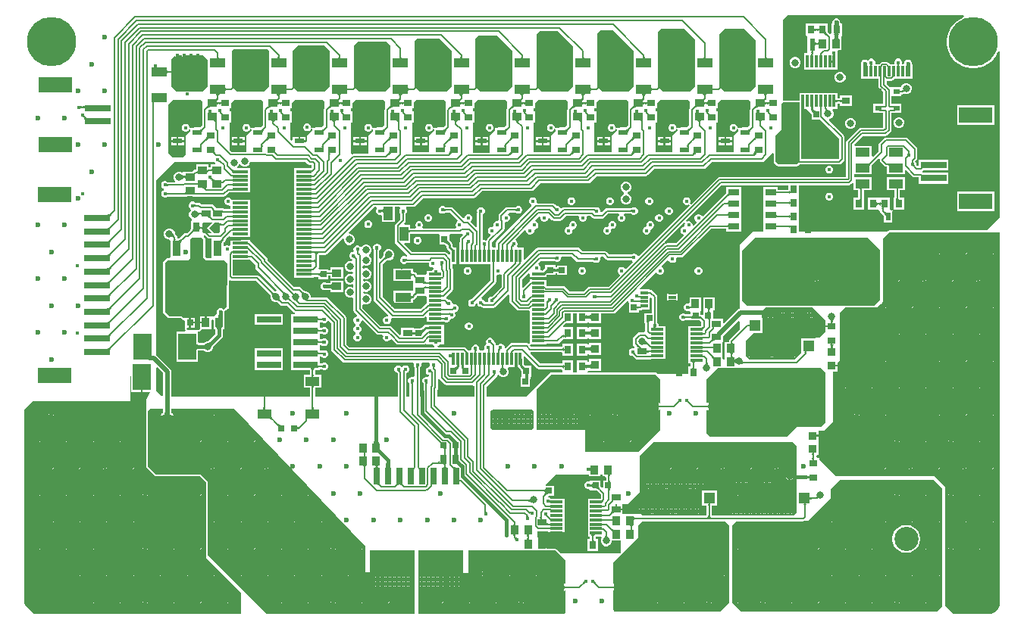
<source format=gtl>
G04*
G04 #@! TF.GenerationSoftware,Altium Limited,Altium Designer,25.4.2 (15)*
G04*
G04 Layer_Physical_Order=1*
G04 Layer_Color=255*
%FSLAX44Y44*%
%MOMM*%
G71*
G04*
G04 #@! TF.SameCoordinates,B377764B-0E44-46CC-84FE-BC893214EEA5*
G04*
G04*
G04 #@! TF.FilePolarity,Positive*
G04*
G01*
G75*
%ADD11C,0.2500*%
%ADD15C,0.4000*%
%ADD17C,0.3000*%
%ADD18R,0.8500X0.3000*%
%ADD19R,0.6000X1.1500*%
%ADD20R,0.3000X1.1500*%
%ADD21R,1.4750X0.3000*%
%ADD22R,0.3000X1.4750*%
%ADD23R,2.9470X1.7530*%
%ADD24R,0.3000X1.4250*%
%ADD25R,1.4250X0.3000*%
%ADD26R,1.7530X2.9470*%
%ADD27R,1.8000X0.3000*%
%ADD28R,0.9900X0.7800*%
%ADD29R,0.7000X0.7000*%
%ADD30R,0.7000X0.7000*%
%ADD31R,2.7900X0.7400*%
%ADD32R,1.2700X0.7600*%
%ADD33R,0.8000X0.9500*%
%ADD34R,0.8500X1.0000*%
%ADD35R,1.2800X1.3000*%
%ADD36R,0.5340X0.6900*%
%ADD37R,4.0500X0.7000*%
%ADD38R,6.8200X3.8500*%
%ADD39R,3.8000X1.8000*%
%ADD40R,2.9000X0.8000*%
%ADD41R,0.6500X0.7000*%
%ADD42R,0.9500X0.8000*%
%ADD43R,0.6200X1.4700*%
%ADD44R,2.7000X5.4500*%
%ADD45R,0.9500X0.9500*%
%ADD46R,1.6000X1.0000*%
%ADD47R,1.0000X1.6000*%
%ADD48R,1.6000X1.1000*%
%ADD49R,1.0000X0.8500*%
%ADD50R,3.3000X2.4500*%
%ADD51R,1.0500X0.6000*%
%ADD52R,0.9500X0.9500*%
%ADD53R,1.7000X2.2000*%
%ADD54R,0.6500X1.9500*%
%ADD55R,1.6700X1.1000*%
%ADD56R,2.0200X2.9500*%
%ADD57R,0.7000X0.6000*%
%ADD58R,0.7000X1.0000*%
%ADD59R,0.5400X0.9400*%
%ADD60R,0.7000X0.6500*%
%ADD61R,0.7800X0.9900*%
%ADD62R,1.8200X1.0700*%
%ADD63R,1.8000X1.0000*%
%ADD64R,3.2000X1.7500*%
%ADD65R,0.9500X1.7500*%
G04:AMPARAMS|DCode=122|XSize=1.2mm|YSize=0.5mm|CornerRadius=0.125mm|HoleSize=0mm|Usage=FLASHONLY|Rotation=90.000|XOffset=0mm|YOffset=0mm|HoleType=Round|Shape=RoundedRectangle|*
%AMROUNDEDRECTD122*
21,1,1.2000,0.2500,0,0,90.0*
21,1,0.9500,0.5000,0,0,90.0*
1,1,0.2500,0.1250,0.4750*
1,1,0.2500,0.1250,-0.4750*
1,1,0.2500,-0.1250,-0.4750*
1,1,0.2500,-0.1250,0.4750*
%
%ADD122ROUNDEDRECTD122*%
%ADD123C,0.5000*%
%ADD124C,0.2030*%
%ADD125C,0.1631*%
%ADD126C,0.2032*%
%ADD127C,0.1600*%
%ADD128C,0.4500*%
%ADD129C,0.2800*%
%ADD130C,0.8000*%
%ADD131O,1.1500X1.6500*%
%ADD132O,1.1500X2.0500*%
%ADD133C,2.7000*%
G04:AMPARAMS|DCode=134|XSize=6mm|YSize=4.05mm|CornerRadius=1.0125mm|HoleSize=0mm|Usage=FLASHONLY|Rotation=270.000|XOffset=0mm|YOffset=0mm|HoleType=Round|Shape=RoundedRectangle|*
%AMROUNDEDRECTD134*
21,1,6.0000,2.0250,0,0,270.0*
21,1,3.9750,4.0500,0,0,270.0*
1,1,2.0250,-1.0125,-1.9875*
1,1,2.0250,-1.0125,1.9875*
1,1,2.0250,1.0125,1.9875*
1,1,2.0250,1.0125,-1.9875*
%
%ADD134ROUNDEDRECTD134*%
%ADD135C,5.5000*%
%ADD136C,0.4500*%
%ADD137C,0.6000*%
G36*
X210000Y625000D02*
Y595000D01*
X204071Y589071D01*
X187880D01*
X187448Y589250D01*
X186553D01*
X186120Y589071D01*
X174929D01*
X169000Y595000D01*
Y610564D01*
X168885Y610574D01*
X168498Y610584D01*
Y612616D01*
X168885Y612626D01*
X169000Y612636D01*
Y625000D01*
X173750Y629750D01*
Y629552D01*
X174093Y628726D01*
X174725Y628093D01*
X174730Y628091D01*
Y630000D01*
X177270D01*
Y628091D01*
X177274Y628093D01*
X177907Y628726D01*
X178250Y629552D01*
Y630000D01*
X181417D01*
Y629552D01*
X181759Y628726D01*
X182392Y628093D01*
X182397Y628091D01*
Y630000D01*
X184937D01*
Y628091D01*
X184941Y628093D01*
X185574Y628726D01*
X185917Y629552D01*
Y630000D01*
X189083D01*
Y629552D01*
X189426Y628726D01*
X190059Y628093D01*
X190063Y628091D01*
Y630000D01*
X192603D01*
Y628091D01*
X192608Y628093D01*
X193241Y628726D01*
X193583Y629552D01*
Y630000D01*
X196750D01*
Y629552D01*
X197092Y628726D01*
X197726Y628093D01*
X197730Y628091D01*
Y630000D01*
X200270D01*
Y628091D01*
X200275Y628093D01*
X200907Y628726D01*
X201250Y629552D01*
Y630000D01*
X205000D01*
X210000Y625000D01*
D02*
G37*
G36*
X222026Y628365D02*
X222057Y628019D01*
X222107Y627712D01*
X222178Y627446D01*
X222270Y627220D01*
X222382Y627034D01*
X222514Y626887D01*
X222666Y626781D01*
X222839Y626715D01*
X223032Y626689D01*
X218968D01*
X219161Y626715D01*
X219334Y626781D01*
X219486Y626887D01*
X219618Y627034D01*
X219730Y627220D01*
X219821Y627446D01*
X219893Y627712D01*
X219943Y628019D01*
X219974Y628365D01*
X219984Y628751D01*
X222016D01*
X222026Y628365D01*
D02*
G37*
G36*
X834026Y628365D02*
X834057Y628019D01*
X834107Y627712D01*
X834178Y627446D01*
X834270Y627220D01*
X834382Y627034D01*
X834514Y626887D01*
X834666Y626781D01*
X834839Y626715D01*
X835032Y626689D01*
X830968D01*
X831161Y626715D01*
X831334Y626781D01*
X831486Y626887D01*
X831618Y627034D01*
X831730Y627220D01*
X831821Y627446D01*
X831892Y627712D01*
X831943Y628019D01*
X831974Y628365D01*
X831984Y628751D01*
X834016D01*
X834026Y628365D01*
D02*
G37*
G36*
X766026D02*
X766057Y628019D01*
X766107Y627712D01*
X766179Y627446D01*
X766270Y627220D01*
X766382Y627034D01*
X766514Y626887D01*
X766666Y626781D01*
X766839Y626715D01*
X767032Y626689D01*
X762968D01*
X763161Y626715D01*
X763334Y626781D01*
X763486Y626887D01*
X763618Y627034D01*
X763730Y627220D01*
X763821Y627446D01*
X763893Y627712D01*
X763943Y628019D01*
X763974Y628365D01*
X763984Y628751D01*
X766016D01*
X766026Y628365D01*
D02*
G37*
G36*
X698026D02*
X698057Y628019D01*
X698107Y627712D01*
X698178Y627446D01*
X698270Y627220D01*
X698382Y627034D01*
X698514Y626887D01*
X698666Y626781D01*
X698839Y626715D01*
X699032Y626689D01*
X694968D01*
X695161Y626715D01*
X695334Y626781D01*
X695486Y626887D01*
X695618Y627034D01*
X695730Y627220D01*
X695821Y627446D01*
X695892Y627712D01*
X695943Y628019D01*
X695974Y628365D01*
X695984Y628751D01*
X698016D01*
X698026Y628365D01*
D02*
G37*
G36*
X630026D02*
X630057Y628019D01*
X630107Y627712D01*
X630178Y627446D01*
X630270Y627220D01*
X630382Y627034D01*
X630514Y626887D01*
X630666Y626781D01*
X630839Y626715D01*
X631032Y626689D01*
X626968D01*
X627161Y626715D01*
X627334Y626781D01*
X627486Y626887D01*
X627618Y627034D01*
X627730Y627220D01*
X627821Y627446D01*
X627892Y627712D01*
X627943Y628019D01*
X627974Y628365D01*
X627984Y628751D01*
X630016D01*
X630026Y628365D01*
D02*
G37*
G36*
X562026D02*
X562057Y628019D01*
X562107Y627712D01*
X562178Y627446D01*
X562270Y627220D01*
X562382Y627034D01*
X562514Y626887D01*
X562666Y626781D01*
X562839Y626715D01*
X563032Y626689D01*
X558968D01*
X559161Y626715D01*
X559334Y626781D01*
X559486Y626887D01*
X559618Y627034D01*
X559730Y627220D01*
X559821Y627446D01*
X559893Y627712D01*
X559943Y628019D01*
X559974Y628365D01*
X559984Y628751D01*
X562016D01*
X562026Y628365D01*
D02*
G37*
G36*
X494026D02*
X494057Y628019D01*
X494107Y627712D01*
X494179Y627446D01*
X494270Y627220D01*
X494382Y627034D01*
X494514Y626887D01*
X494666Y626781D01*
X494839Y626715D01*
X495032Y626689D01*
X490968D01*
X491161Y626715D01*
X491334Y626781D01*
X491486Y626887D01*
X491618Y627034D01*
X491730Y627220D01*
X491821Y627446D01*
X491893Y627712D01*
X491943Y628019D01*
X491974Y628365D01*
X491984Y628751D01*
X494016D01*
X494026Y628365D01*
D02*
G37*
G36*
X426026D02*
X426057Y628019D01*
X426107Y627712D01*
X426179Y627446D01*
X426270Y627220D01*
X426382Y627034D01*
X426514Y626887D01*
X426666Y626781D01*
X426839Y626715D01*
X427032Y626689D01*
X422968D01*
X423161Y626715D01*
X423334Y626781D01*
X423486Y626887D01*
X423618Y627034D01*
X423730Y627220D01*
X423821Y627446D01*
X423893Y627712D01*
X423943Y628019D01*
X423974Y628365D01*
X423984Y628751D01*
X426016D01*
X426026Y628365D01*
D02*
G37*
G36*
X358026D02*
X358057Y628019D01*
X358107Y627712D01*
X358178Y627446D01*
X358270Y627220D01*
X358382Y627034D01*
X358514Y626887D01*
X358666Y626781D01*
X358839Y626715D01*
X359032Y626689D01*
X354968D01*
X355161Y626715D01*
X355334Y626781D01*
X355486Y626887D01*
X355618Y627034D01*
X355730Y627220D01*
X355821Y627446D01*
X355892Y627712D01*
X355943Y628019D01*
X355974Y628365D01*
X355984Y628751D01*
X358016D01*
X358026Y628365D01*
D02*
G37*
G36*
X290026D02*
X290057Y628019D01*
X290107Y627712D01*
X290179Y627446D01*
X290270Y627220D01*
X290382Y627034D01*
X290514Y626887D01*
X290666Y626781D01*
X290839Y626715D01*
X291032Y626689D01*
X286968D01*
X287161Y626715D01*
X287334Y626781D01*
X287486Y626887D01*
X287618Y627034D01*
X287730Y627220D01*
X287821Y627446D01*
X287892Y627712D01*
X287943Y628019D01*
X287974Y628365D01*
X287984Y628751D01*
X290016D01*
X290026Y628365D01*
D02*
G37*
G36*
X982469Y620277D02*
X982374Y620148D01*
X982290Y620005D01*
X982217Y619850D01*
X982156Y619682D01*
X982105Y619500D01*
X982066Y619305D01*
X982038Y619097D01*
X982022Y618876D01*
X982016Y618643D01*
X979984D01*
X979978Y618876D01*
X979934Y619305D01*
X979895Y619500D01*
X979844Y619682D01*
X979783Y619850D01*
X979710Y620005D01*
X979626Y620148D01*
X979531Y620277D01*
X979425Y620393D01*
X982575D01*
X982469Y620277D01*
D02*
G37*
G36*
X952469D02*
X952374Y620148D01*
X952290Y620005D01*
X952217Y619850D01*
X952156Y619682D01*
X952105Y619500D01*
X952066Y619305D01*
X952038Y619097D01*
X952022Y618876D01*
X952016Y618643D01*
X949984D01*
X949978Y618876D01*
X949934Y619305D01*
X949895Y619500D01*
X949844Y619682D01*
X949783Y619850D01*
X949710Y620005D01*
X949626Y620148D01*
X949531Y620277D01*
X949425Y620393D01*
X952575D01*
X952469Y620277D01*
D02*
G37*
G36*
X164315Y613439D02*
X164381Y613266D01*
X164487Y613114D01*
X164634Y612982D01*
X164820Y612870D01*
X165046Y612779D01*
X165312Y612707D01*
X165619Y612657D01*
X165965Y612626D01*
X166352Y612616D01*
Y610584D01*
X165965Y610574D01*
X165619Y610543D01*
X165312Y610493D01*
X165046Y610421D01*
X164820Y610330D01*
X164634Y610218D01*
X164487Y610086D01*
X164381Y609934D01*
X164315Y609761D01*
X164289Y609568D01*
Y613632D01*
X164315Y613439D01*
D02*
G37*
G36*
X1054556Y674341D02*
X1054012Y672482D01*
X1053664Y672368D01*
X1049522Y670258D01*
X1045761Y667526D01*
X1042474Y664239D01*
X1039742Y660478D01*
X1037632Y656336D01*
X1036195Y651915D01*
X1035468Y647324D01*
Y642676D01*
X1036195Y638085D01*
X1037632Y633664D01*
X1039742Y629522D01*
X1042474Y625761D01*
X1045761Y622474D01*
X1049522Y619742D01*
X1053664Y617632D01*
X1058085Y616195D01*
X1062676Y615468D01*
X1067324D01*
X1071915Y616195D01*
X1076336Y617632D01*
X1080478Y619742D01*
X1084239Y622474D01*
X1087526Y625761D01*
X1090258Y629522D01*
X1092368Y633664D01*
X1092481Y634012D01*
X1094341Y634556D01*
X1094902Y634096D01*
X1094902Y448902D01*
X1080072Y434072D01*
X971000D01*
X971000Y434072D01*
X970207Y433914D01*
X969535Y433465D01*
X969535Y433465D01*
X969070Y433000D01*
X870032D01*
Y441618D01*
X870032Y441782D01*
Y443218D01*
X870032Y443382D01*
Y456618D01*
X870032Y456782D01*
Y458218D01*
X870032Y458382D01*
Y471618D01*
X870032Y471782D01*
Y473218D01*
X870032Y473382D01*
Y484865D01*
X926152D01*
X926152Y484865D01*
X927263Y485087D01*
X928205Y485716D01*
X929868Y487379D01*
X931468Y486716D01*
Y479468D01*
X936184D01*
X936393Y479049D01*
Y470782D01*
X930968D01*
Y457218D01*
X943032D01*
Y468689D01*
X943041Y468737D01*
X943032Y468782D01*
Y470782D01*
X942608D01*
Y479049D01*
X942818Y479468D01*
X951532D01*
Y493532D01*
X931903D01*
Y496968D01*
X951532D01*
Y506755D01*
X951533Y506757D01*
X951555Y506817D01*
X951590Y506893D01*
X951642Y506985D01*
X951714Y507094D01*
X951808Y507218D01*
X951843Y507259D01*
X955422Y510838D01*
X955923Y511173D01*
X959225Y514476D01*
X960700Y513688D01*
X960675Y513563D01*
Y512237D01*
X960895Y511132D01*
X961521Y510196D01*
X965558Y506158D01*
X966495Y505532D01*
X967600Y505313D01*
X968468D01*
Y496968D01*
X988532D01*
Y500960D01*
X990010Y501572D01*
X996924Y494658D01*
X997861Y494032D01*
X998966Y493813D01*
X1004218D01*
Y486468D01*
X1037282D01*
Y498532D01*
X1008364D01*
X1008155Y498742D01*
X1008011Y498838D01*
X1007829Y500573D01*
X1008687Y501468D01*
X1037282D01*
Y513532D01*
X1004218D01*
Y506859D01*
X1002618Y506465D01*
X1001381Y507702D01*
X1001380Y507705D01*
X1001365Y507732D01*
X1001353Y507756D01*
X1001344Y507781D01*
X1001336Y507811D01*
X1001329Y507848D01*
X1001324Y507896D01*
X1001321Y508032D01*
X1001282Y508204D01*
Y508852D01*
X1000630Y510425D01*
X1000172Y510883D01*
X1000078Y511033D01*
X999985Y511131D01*
X999954Y511169D01*
X999932Y511200D01*
X999917Y511227D01*
X999906Y511251D01*
X999896Y511276D01*
X999888Y511306D01*
X999887Y511309D01*
Y511470D01*
X1001642Y513224D01*
X1002268Y514161D01*
X1002487Y515266D01*
Y525279D01*
X1002268Y526384D01*
X1001642Y527321D01*
X991776Y537187D01*
X990839Y537813D01*
X989734Y538033D01*
X967266D01*
X966161Y537813D01*
X965224Y537187D01*
X960058Y532021D01*
X959432Y531084D01*
X959212Y529979D01*
Y522630D01*
X953132Y516549D01*
X951532Y517212D01*
Y528532D01*
X932711D01*
X932238Y530132D01*
X941972Y539865D01*
X966723D01*
X966723Y539865D01*
X967834Y540087D01*
X968776Y540716D01*
X972669Y544609D01*
X972669Y544609D01*
X973298Y545551D01*
X973519Y546662D01*
Y565412D01*
X976815D01*
X976816Y565412D01*
X977096Y565468D01*
X984532D01*
Y575532D01*
X975555D01*
X975506Y575541D01*
X975463Y575532D01*
X973519D01*
Y584468D01*
X984532D01*
Y586392D01*
X985697D01*
X986886Y586629D01*
X987894Y587303D01*
X987923Y587331D01*
X988800Y586968D01*
X991200D01*
X993417Y587886D01*
X995114Y589583D01*
X996032Y591800D01*
Y594200D01*
X995114Y596417D01*
X993417Y598114D01*
X991200Y599032D01*
X988800D01*
X986583Y598114D01*
X984886Y596417D01*
X984106Y594532D01*
X973468D01*
Y594532D01*
X971868Y594375D01*
X968019Y598224D01*
Y600933D01*
X968748Y601531D01*
X968748Y601531D01*
X973252D01*
X973252Y601531D01*
X974363Y601752D01*
X975305Y602381D01*
X977142Y604218D01*
X997532D01*
Y619782D01*
X996366D01*
Y621000D01*
X996282Y621422D01*
Y621852D01*
X996117Y622249D01*
X996033Y622671D01*
X995795Y623028D01*
X995630Y623426D01*
X995326Y623730D01*
X995087Y624087D01*
X994730Y624326D01*
X994426Y624630D01*
X994028Y624795D01*
X993671Y625033D01*
X993249Y625117D01*
X992852Y625282D01*
X992422D01*
X992000Y625366D01*
X991578Y625282D01*
X991148D01*
X990751Y625117D01*
X990329Y625033D01*
X989972Y624795D01*
X989574Y624630D01*
X989270Y624326D01*
X988913Y624087D01*
X988674Y623730D01*
X988370Y623426D01*
X988205Y623028D01*
X987967Y622671D01*
X987883Y622249D01*
X987718Y621852D01*
Y621507D01*
X987632Y620998D01*
X986562Y619953D01*
X986206Y619961D01*
X985282Y621148D01*
Y622852D01*
X984630Y624426D01*
X983426Y625630D01*
X981852Y626282D01*
X980148D01*
X978574Y625630D01*
X977370Y624426D01*
X976718Y622852D01*
Y621148D01*
X976733Y621112D01*
X975844Y619782D01*
X972142D01*
X971369Y620555D01*
X971369Y620555D01*
X971368Y620555D01*
X970305Y621619D01*
X969363Y622248D01*
X968252Y622469D01*
X968252Y622469D01*
X963567D01*
X963567Y622469D01*
X962456Y622248D01*
X961514Y621619D01*
X961514Y621618D01*
X959677Y619782D01*
X956156D01*
X955267Y621112D01*
X955282Y621148D01*
Y622852D01*
X954630Y624426D01*
X953426Y625630D01*
X951852Y626282D01*
X950148D01*
X948575Y625630D01*
X947370Y624426D01*
X945842Y624919D01*
X945671Y625033D01*
X945249Y625117D01*
X944852Y625282D01*
X944422D01*
X944000Y625366D01*
X943578Y625282D01*
X943148D01*
X942751Y625117D01*
X942329Y625033D01*
X941972Y624795D01*
X941574Y624630D01*
X941270Y624326D01*
X940913Y624087D01*
X940674Y623730D01*
X940370Y623426D01*
X940205Y623028D01*
X939966Y622671D01*
X939883Y622249D01*
X939718Y621852D01*
Y621422D01*
X939634Y621000D01*
Y619782D01*
X939468D01*
Y604218D01*
X958981D01*
Y595683D01*
X958981Y595683D01*
X959202Y594572D01*
X959831Y593630D01*
X964481Y588981D01*
Y575532D01*
X962537D01*
X962494Y575541D01*
X962445Y575532D01*
X953468D01*
Y565468D01*
X960904D01*
X961184Y565412D01*
X964481D01*
Y549203D01*
X964182Y548903D01*
X939430D01*
X938319Y548682D01*
X937377Y548053D01*
X937377Y548053D01*
X923716Y534391D01*
X923086Y533449D01*
X922865Y532338D01*
X922865Y532338D01*
Y493903D01*
X781323D01*
X781323Y493903D01*
X780212Y493682D01*
X779270Y493053D01*
X779270Y493053D01*
X749833Y463616D01*
X748630Y464575D01*
X749282Y466148D01*
Y467852D01*
X748630Y469426D01*
X747426Y470630D01*
X745852Y471282D01*
X744148D01*
X742574Y470630D01*
X741370Y469426D01*
X740718Y467852D01*
Y466148D01*
X741370Y464575D01*
X742574Y463370D01*
X744148Y462718D01*
X745852D01*
X747426Y463370D01*
X748384Y462167D01*
X691737Y405520D01*
X689850Y405895D01*
X689630Y406426D01*
X688426Y407630D01*
X686852Y408282D01*
X685148D01*
X683575Y407630D01*
X683130Y407186D01*
X683057Y407141D01*
X683050Y407138D01*
X683043Y407133D01*
X683030Y407125D01*
X683019Y407122D01*
X682993Y407117D01*
X682906Y407108D01*
X658453D01*
X655363Y410197D01*
X654355Y410871D01*
X653166Y411108D01*
X628287D01*
X625197Y414198D01*
X624189Y414871D01*
X623000Y415108D01*
X579235D01*
X578045Y414871D01*
X577037Y414198D01*
X564012Y401172D01*
X562534Y401785D01*
Y414788D01*
X555972D01*
X555309Y416388D01*
X555348Y416426D01*
X556000Y418000D01*
Y419703D01*
X555348Y421277D01*
X554144Y422482D01*
X554135Y422485D01*
X553823Y424054D01*
X564118Y434349D01*
X565718Y433686D01*
Y433148D01*
X566370Y431574D01*
X567575Y430370D01*
X569148Y429718D01*
X570852D01*
X572426Y430370D01*
X573630Y431574D01*
X574282Y433148D01*
Y434852D01*
X575655Y435718D01*
X575852D01*
X577425Y436370D01*
X578630Y437575D01*
X579282Y439148D01*
Y440852D01*
X578630Y442426D01*
X577425Y443630D01*
X576178Y444147D01*
X575728Y445265D01*
X575651Y445882D01*
X577307Y447538D01*
X577307Y447538D01*
X579579Y449810D01*
X580351Y449734D01*
X581718Y448852D01*
Y447148D01*
X582370Y445574D01*
X583574Y444370D01*
X585148Y443718D01*
X586852D01*
X588425Y444370D01*
X589630Y445574D01*
X590282Y447148D01*
Y447431D01*
X591882Y448094D01*
X594104Y445872D01*
X595112Y445199D01*
X596301Y444962D01*
X603699D01*
X604888Y445199D01*
X605896Y445872D01*
X610214Y450190D01*
X623833D01*
X624721Y448860D01*
X624718Y448852D01*
Y447148D01*
X625370Y445574D01*
X626575Y444370D01*
X628148Y443718D01*
X629852D01*
X631426Y444370D01*
X632630Y445574D01*
X633282Y447148D01*
Y448852D01*
X633279Y448860D01*
X634168Y450190D01*
X637415D01*
X639101Y448504D01*
X640109Y447831D01*
X641298Y447594D01*
X650702D01*
X651891Y447831D01*
X652899Y448504D01*
X657287Y452892D01*
X668746D01*
X668770Y452856D01*
X669237Y451292D01*
X668370Y450425D01*
X667718Y448852D01*
Y447148D01*
X668370Y445574D01*
X669575Y444370D01*
X671148Y443718D01*
X672852D01*
X674426Y444370D01*
X675630Y445574D01*
X676282Y447148D01*
Y448852D01*
X675630Y450425D01*
X674763Y451292D01*
X675230Y452856D01*
X675254Y452892D01*
X682941D01*
X682962Y452889D01*
X683019Y452878D01*
X683030Y452875D01*
X683042Y452868D01*
X683050Y452862D01*
X683057Y452859D01*
X683130Y452814D01*
X683575Y452370D01*
X685148Y451718D01*
X686852D01*
X688426Y452370D01*
X689630Y453574D01*
X690282Y455148D01*
Y456852D01*
X689630Y458425D01*
X688426Y459630D01*
X686852Y460282D01*
X685148D01*
X683575Y459630D01*
X683130Y459185D01*
X683057Y459141D01*
X683050Y459138D01*
X683043Y459133D01*
X683030Y459125D01*
X683019Y459122D01*
X682993Y459117D01*
X682906Y459108D01*
X656000D01*
X654811Y458871D01*
X653802Y458198D01*
X650420Y454815D01*
X649760Y454880D01*
X648282Y455148D01*
Y456852D01*
X647630Y458425D01*
X646426Y459630D01*
X644852Y460282D01*
X643148D01*
X642240Y459906D01*
X641576Y460038D01*
X607422D01*
X606233Y459801D01*
X605429Y459264D01*
X604310Y459283D01*
X603633Y459417D01*
X603630Y459426D01*
X602425Y460630D01*
X600852Y461282D01*
X599744D01*
X597613Y463414D01*
X596604Y464087D01*
X595415Y464324D01*
X578258D01*
X577189Y465924D01*
X577282Y466148D01*
Y467852D01*
X576630Y469426D01*
X575425Y470630D01*
X573852Y471282D01*
X572148D01*
X570574Y470630D01*
X569370Y469426D01*
X568718Y467852D01*
Y466148D01*
X569370Y464575D01*
X570574Y463370D01*
X571283Y463077D01*
X571709Y461240D01*
X532289Y421820D01*
X531615Y420811D01*
X531378Y419622D01*
Y414788D01*
X528512D01*
X528310Y414912D01*
X527323Y416388D01*
X527406Y416805D01*
Y421011D01*
X540495Y434100D01*
X541169Y435109D01*
X541406Y436298D01*
Y443222D01*
X542148Y443718D01*
X543852D01*
X545426Y444370D01*
X546630Y445574D01*
X547282Y447148D01*
Y448852D01*
X546630Y450425D01*
X545426Y451630D01*
X545854Y453180D01*
X546448Y453892D01*
X553941D01*
X553963Y453889D01*
X554019Y453878D01*
X554030Y453875D01*
X554042Y453868D01*
X554050Y453862D01*
X554057Y453859D01*
X554130Y453815D01*
X554575Y453370D01*
X556148Y452718D01*
X557852D01*
X559426Y453370D01*
X560630Y454575D01*
X561282Y456148D01*
Y457852D01*
X560630Y459426D01*
X559426Y460630D01*
X557852Y461282D01*
X556148D01*
X554575Y460630D01*
X554130Y460186D01*
X554057Y460141D01*
X554050Y460138D01*
X554043Y460133D01*
X554030Y460125D01*
X554019Y460122D01*
X553993Y460117D01*
X553906Y460108D01*
X543892D01*
X542703Y459871D01*
X541695Y459198D01*
X535504Y453007D01*
X534831Y451999D01*
X534594Y450810D01*
Y445806D01*
X534616Y445697D01*
X534431Y445356D01*
X533276Y444282D01*
X532148D01*
X530574Y443630D01*
X529370Y442426D01*
X528718Y440852D01*
Y439655D01*
X528187Y438813D01*
X527345Y438282D01*
X526148D01*
X524574Y437630D01*
X523370Y436426D01*
X522718Y434852D01*
Y433148D01*
X523370Y431574D01*
X524574Y430370D01*
X525379Y430037D01*
X525845Y428240D01*
X522100Y424496D01*
X521427Y423487D01*
X520523Y423004D01*
X519852Y423282D01*
X518148D01*
X518140Y423279D01*
X516810Y424168D01*
Y452115D01*
X517426Y452370D01*
X518630Y453574D01*
X519282Y455148D01*
Y456852D01*
X518630Y458425D01*
X517426Y459630D01*
X515852Y460282D01*
X514148D01*
X512575Y459630D01*
X511370Y458425D01*
X510718Y456852D01*
Y455148D01*
X510784Y454989D01*
X510594Y454034D01*
Y438517D01*
X509116Y437905D01*
X503297Y443724D01*
X503426Y444370D01*
X504630Y445574D01*
X505282Y447148D01*
Y448852D01*
X504630Y450425D01*
X503425Y451630D01*
X501852Y452282D01*
X500148D01*
X498574Y451630D01*
X497370Y450425D01*
X496718Y448852D01*
Y448432D01*
X495118Y447770D01*
X483690Y459198D01*
X482682Y459871D01*
X481493Y460108D01*
X475060D01*
X475037Y460111D01*
X474981Y460122D01*
X474970Y460125D01*
X474958Y460132D01*
X474950Y460138D01*
X474943Y460141D01*
X474870Y460186D01*
X474426Y460630D01*
X472852Y461282D01*
X471148D01*
X469574Y460630D01*
X468370Y459426D01*
X467718Y457852D01*
Y456148D01*
X468370Y454575D01*
X469574Y453370D01*
X471148Y452718D01*
X472852D01*
X474426Y453370D01*
X474870Y453815D01*
X474943Y453859D01*
X474950Y453862D01*
X474958Y453867D01*
X474970Y453875D01*
X474981Y453878D01*
X475007Y453883D01*
X475094Y453892D01*
X480205D01*
X488895Y445203D01*
X488583Y443633D01*
X488574Y443630D01*
X487370Y442426D01*
X486718Y440852D01*
Y439148D01*
X487192Y438004D01*
X486450Y436404D01*
X450550D01*
X449808Y438004D01*
X450282Y439148D01*
Y440852D01*
X449630Y442426D01*
X448425Y443630D01*
X446852Y444282D01*
X445148D01*
X443574Y443630D01*
X442370Y442426D01*
X441718Y440852D01*
Y439148D01*
X442192Y438004D01*
X441450Y436404D01*
X436032D01*
Y440532D01*
X429666D01*
X429054Y442010D01*
X430197Y443154D01*
X430871Y444162D01*
X431108Y445351D01*
Y452940D01*
X431111Y452962D01*
X431122Y453019D01*
X431125Y453030D01*
X431132Y453042D01*
X431138Y453050D01*
X431141Y453057D01*
X431185Y453130D01*
X431630Y453574D01*
X432282Y455148D01*
Y456852D01*
X431630Y458425D01*
X431211Y458844D01*
X431874Y460444D01*
X439552D01*
X440741Y460681D01*
X441749Y461354D01*
X450775Y470380D01*
X507214D01*
X508404Y470617D01*
X509412Y471291D01*
X516437Y478316D01*
X571424D01*
X572613Y478553D01*
X573621Y479226D01*
X581287Y486892D01*
X635000D01*
X636189Y487129D01*
X637197Y487803D01*
X644419Y495024D01*
X699182D01*
X700371Y495261D01*
X701379Y495934D01*
X708597Y503152D01*
X763815D01*
X765005Y503389D01*
X766013Y504062D01*
X772950Y511000D01*
X831000D01*
X840450Y520450D01*
X841928Y519838D01*
Y511000D01*
X841928Y511000D01*
X842086Y510207D01*
X842535Y509535D01*
X842535Y509535D01*
X845535Y506535D01*
X846207Y506086D01*
X847000Y505928D01*
X847000Y505928D01*
X868000D01*
X868000Y505928D01*
X868793Y506086D01*
X869465Y506535D01*
X869465Y506535D01*
X870822Y507892D01*
X915311D01*
X916500Y508129D01*
X917508Y508802D01*
X920246Y511540D01*
X920919Y512548D01*
X921156Y513737D01*
Y538262D01*
X920919Y539452D01*
X920246Y540460D01*
X903716Y556990D01*
X904339Y558629D01*
X906167Y559386D01*
X907864Y561083D01*
X908782Y563300D01*
Y565700D01*
X907864Y567917D01*
X907659Y568122D01*
X908322Y569722D01*
X913032D01*
Y575771D01*
X916218D01*
Y572968D01*
X929782D01*
Y585032D01*
X916218D01*
Y581986D01*
X913032D01*
Y588036D01*
X876150D01*
X875968Y588072D01*
X873000D01*
X872818Y588036D01*
X870968D01*
Y586201D01*
X870928Y586000D01*
Y579654D01*
X852753D01*
X852753Y579654D01*
X852000Y580271D01*
Y669000D01*
X857902Y674902D01*
X1054096D01*
X1054556Y674341D01*
D02*
G37*
G36*
X229315Y593889D02*
X229381Y593716D01*
X229487Y593564D01*
X229634Y593432D01*
X229820Y593320D01*
X230046Y593229D01*
X230312Y593157D01*
X230619Y593107D01*
X230965Y593076D01*
X231352Y593066D01*
Y591034D01*
X230965Y591024D01*
X230619Y590993D01*
X230312Y590943D01*
X230046Y590871D01*
X229820Y590780D01*
X229634Y590668D01*
X229487Y590536D01*
X229381Y590384D01*
X229315Y590211D01*
X229289Y590018D01*
Y594082D01*
X229315Y593889D01*
D02*
G37*
G36*
X773315Y593889D02*
X773381Y593716D01*
X773487Y593564D01*
X773634Y593432D01*
X773820Y593320D01*
X774046Y593228D01*
X774312Y593157D01*
X774619Y593107D01*
X774965Y593076D01*
X775351Y593066D01*
Y591034D01*
X774965Y591024D01*
X774619Y590993D01*
X774312Y590942D01*
X774046Y590871D01*
X773820Y590780D01*
X773634Y590668D01*
X773487Y590536D01*
X773381Y590384D01*
X773315Y590211D01*
X773289Y590018D01*
Y594082D01*
X773315Y593889D01*
D02*
G37*
G36*
X705315D02*
X705381Y593716D01*
X705487Y593564D01*
X705634Y593432D01*
X705820Y593320D01*
X706046Y593228D01*
X706312Y593157D01*
X706619Y593107D01*
X706965Y593076D01*
X707352Y593066D01*
Y591034D01*
X706965Y591024D01*
X706619Y590993D01*
X706312Y590942D01*
X706046Y590871D01*
X705820Y590780D01*
X705634Y590668D01*
X705487Y590536D01*
X705381Y590384D01*
X705315Y590211D01*
X705289Y590018D01*
Y594082D01*
X705315Y593889D01*
D02*
G37*
G36*
X637315D02*
X637381Y593716D01*
X637487Y593564D01*
X637634Y593432D01*
X637820Y593320D01*
X638046Y593228D01*
X638312Y593157D01*
X638619Y593107D01*
X638965Y593076D01*
X639352Y593066D01*
Y591034D01*
X638965Y591024D01*
X638619Y590993D01*
X638312Y590942D01*
X638046Y590871D01*
X637820Y590780D01*
X637634Y590668D01*
X637487Y590536D01*
X637381Y590384D01*
X637315Y590211D01*
X637289Y590018D01*
Y594082D01*
X637315Y593889D01*
D02*
G37*
G36*
X569315D02*
X569381Y593716D01*
X569487Y593564D01*
X569634Y593432D01*
X569820Y593320D01*
X570046Y593228D01*
X570312Y593157D01*
X570619Y593107D01*
X570965Y593076D01*
X571352Y593066D01*
Y591034D01*
X570965Y591024D01*
X570619Y590993D01*
X570312Y590942D01*
X570046Y590871D01*
X569820Y590780D01*
X569634Y590668D01*
X569487Y590536D01*
X569381Y590384D01*
X569315Y590211D01*
X569289Y590018D01*
Y594082D01*
X569315Y593889D01*
D02*
G37*
G36*
X501315D02*
X501381Y593716D01*
X501487Y593564D01*
X501634Y593432D01*
X501820Y593320D01*
X502046Y593228D01*
X502312Y593157D01*
X502619Y593107D01*
X502965Y593076D01*
X503352Y593066D01*
Y591034D01*
X502965Y591024D01*
X502619Y590993D01*
X502312Y590942D01*
X502046Y590871D01*
X501820Y590780D01*
X501634Y590668D01*
X501487Y590536D01*
X501381Y590384D01*
X501315Y590211D01*
X501289Y590018D01*
Y594082D01*
X501315Y593889D01*
D02*
G37*
G36*
X433315D02*
X433381Y593716D01*
X433487Y593564D01*
X433634Y593432D01*
X433820Y593320D01*
X434046Y593228D01*
X434312Y593157D01*
X434619Y593107D01*
X434965Y593076D01*
X435351Y593066D01*
Y591034D01*
X434965Y591024D01*
X434619Y590993D01*
X434312Y590942D01*
X434046Y590871D01*
X433820Y590780D01*
X433634Y590668D01*
X433487Y590536D01*
X433381Y590384D01*
X433315Y590211D01*
X433289Y590018D01*
Y594082D01*
X433315Y593889D01*
D02*
G37*
G36*
X365315D02*
X365381Y593716D01*
X365487Y593564D01*
X365634Y593432D01*
X365820Y593320D01*
X366046Y593228D01*
X366312Y593157D01*
X366619Y593107D01*
X366965Y593076D01*
X367351Y593066D01*
Y591034D01*
X366965Y591024D01*
X366619Y590993D01*
X366312Y590942D01*
X366046Y590871D01*
X365820Y590780D01*
X365634Y590668D01*
X365487Y590536D01*
X365381Y590384D01*
X365315Y590211D01*
X365289Y590018D01*
Y594082D01*
X365315Y593889D01*
D02*
G37*
G36*
X297315D02*
X297381Y593716D01*
X297487Y593564D01*
X297634Y593432D01*
X297820Y593320D01*
X298046Y593228D01*
X298312Y593157D01*
X298619Y593107D01*
X298965Y593076D01*
X299352Y593066D01*
Y591034D01*
X298965Y591024D01*
X298619Y590993D01*
X298312Y590942D01*
X298046Y590871D01*
X297820Y590780D01*
X297634Y590668D01*
X297487Y590536D01*
X297381Y590384D01*
X297315Y590211D01*
X297289Y590018D01*
Y594082D01*
X297315Y593889D01*
D02*
G37*
G36*
X988238Y589409D02*
X988076Y589473D01*
X987909Y589510D01*
X987737Y589518D01*
X987562Y589497D01*
X987381Y589449D01*
X987197Y589372D01*
X987008Y589267D01*
X986815Y589133D01*
X986617Y588972D01*
X986415Y588782D01*
X984978Y590218D01*
X985211Y590461D01*
X985592Y590924D01*
X985742Y591145D01*
X985864Y591359D01*
X985958Y591565D01*
X986024Y591764D01*
X986063Y591956D01*
X986075Y592141D01*
X986059Y592319D01*
X988238Y589409D01*
D02*
G37*
G36*
X822000Y647000D02*
Y595000D01*
X816071Y589071D01*
X786929D01*
X781000Y595000D01*
Y625000D01*
Y654000D01*
X787000Y660000D01*
X809000D01*
X822000Y647000D01*
D02*
G37*
G36*
X754000Y648000D02*
X754000Y625000D01*
X754000Y625000D01*
Y595000D01*
X748071Y589071D01*
X718929D01*
X713000Y595000D01*
Y625000D01*
Y656000D01*
X717000Y660000D01*
X742000D01*
X754000Y648000D01*
D02*
G37*
G36*
X686000Y635000D02*
Y595000D01*
X680071Y589071D01*
X650929D01*
X645000Y595000D01*
Y625000D01*
Y655000D01*
X648000Y658000D01*
X663000D01*
X686000Y635000D01*
D02*
G37*
G36*
X618000Y640000D02*
Y595000D01*
X612071Y589071D01*
X582929D01*
X577000Y595000D01*
Y625000D01*
Y653000D01*
X581000Y657000D01*
X601000D01*
X618000Y640000D01*
D02*
G37*
G36*
X550000Y635000D02*
Y595000D01*
X544071Y589071D01*
X514929D01*
X509000Y595000D01*
X509000Y649000D01*
X512000Y652000D01*
X533000D01*
X550000Y635000D01*
D02*
G37*
G36*
X482000D02*
Y595000D01*
X476071Y589071D01*
X446929D01*
X441000Y595000D01*
Y625000D01*
Y646000D01*
X444000Y649000D01*
X468000D01*
X482000Y635000D01*
D02*
G37*
G36*
X414000Y641000D02*
Y625000D01*
X414000Y625000D01*
Y595000D01*
X408071Y589071D01*
X378929D01*
X373000Y595000D01*
Y625000D01*
Y641000D01*
X377000Y645000D01*
X410000D01*
X414000Y641000D01*
D02*
G37*
G36*
X346000Y635000D02*
Y595000D01*
X340071Y589071D01*
X310929D01*
X305000Y595000D01*
Y625000D01*
Y635000D01*
X311272Y641272D01*
X339728D01*
X346000Y635000D01*
D02*
G37*
G36*
X278000D02*
Y595000D01*
X272071Y589071D01*
X242929D01*
X237000Y595000D01*
Y635000D01*
X239208Y637208D01*
X275792D01*
X278000Y635000D01*
D02*
G37*
G36*
X982465Y591339D02*
X982531Y591166D01*
X982637Y591014D01*
X982784Y590882D01*
X982970Y590770D01*
X983196Y590679D01*
X983462Y590607D01*
X983769Y590557D01*
X984115Y590526D01*
X984501Y590516D01*
Y588484D01*
X984115Y588474D01*
X983769Y588443D01*
X983462Y588393D01*
X983196Y588321D01*
X982970Y588230D01*
X982784Y588118D01*
X982637Y587986D01*
X982531Y587834D01*
X982465Y587661D01*
X982439Y587468D01*
Y591532D01*
X982465Y591339D01*
D02*
G37*
G36*
X222016Y584548D02*
X219984D01*
X218968Y586581D01*
X223032D01*
X222016Y584548D01*
D02*
G37*
G36*
X834016Y584548D02*
X831984D01*
X830968Y586581D01*
X835032D01*
X834016Y584548D01*
D02*
G37*
G36*
X766016D02*
X763984D01*
X762968Y586581D01*
X767032D01*
X766016Y584548D01*
D02*
G37*
G36*
X698016D02*
X695984D01*
X694968Y586581D01*
X699032D01*
X698016Y584548D01*
D02*
G37*
G36*
X630016D02*
X627984D01*
X626968Y586581D01*
X631032D01*
X630016Y584548D01*
D02*
G37*
G36*
X562016D02*
X559984D01*
X558968Y586581D01*
X563032D01*
X562016Y584548D01*
D02*
G37*
G36*
X494016D02*
X491984D01*
X490968Y586581D01*
X495032D01*
X494016Y584548D01*
D02*
G37*
G36*
X426016D02*
X423984D01*
X422968Y586581D01*
X427032D01*
X426016Y584548D01*
D02*
G37*
G36*
X358016D02*
X355984D01*
X354968Y586581D01*
X359032D01*
X358016Y584548D01*
D02*
G37*
G36*
X290016D02*
X287984D01*
X286968Y586581D01*
X291032D01*
X290016Y584548D01*
D02*
G37*
G36*
X221406Y580720D02*
X221133Y580440D01*
X220482Y579700D01*
X220321Y579486D01*
X220188Y579288D01*
X220084Y579106D01*
X220007Y578941D01*
X219959Y578792D01*
X219939Y578659D01*
X217909Y580689D01*
X218041Y580709D01*
X218191Y580757D01*
X218356Y580834D01*
X218538Y580938D01*
X218736Y581071D01*
X218950Y581232D01*
X219427Y581638D01*
X219970Y582156D01*
X221406Y580720D01*
D02*
G37*
G36*
X833406Y580719D02*
X833133Y580440D01*
X832482Y579700D01*
X832321Y579486D01*
X832188Y579288D01*
X832084Y579106D01*
X832008Y578941D01*
X831959Y578792D01*
X831939Y578659D01*
X829909Y580689D01*
X830042Y580709D01*
X830191Y580757D01*
X830356Y580834D01*
X830538Y580938D01*
X830736Y581071D01*
X830950Y581232D01*
X831427Y581638D01*
X831970Y582156D01*
X833406Y580719D01*
D02*
G37*
G36*
X765406D02*
X765133Y580440D01*
X764482Y579700D01*
X764321Y579486D01*
X764188Y579288D01*
X764084Y579106D01*
X764007Y578941D01*
X763959Y578792D01*
X763939Y578659D01*
X761909Y580689D01*
X762041Y580709D01*
X762191Y580757D01*
X762356Y580834D01*
X762538Y580938D01*
X762736Y581071D01*
X762950Y581232D01*
X763427Y581638D01*
X763969Y582156D01*
X765406Y580719D01*
D02*
G37*
G36*
X697406D02*
X697133Y580440D01*
X696482Y579700D01*
X696321Y579486D01*
X696188Y579288D01*
X696084Y579106D01*
X696008Y578941D01*
X695959Y578792D01*
X695939Y578659D01*
X693909Y580689D01*
X694042Y580709D01*
X694191Y580757D01*
X694356Y580834D01*
X694538Y580938D01*
X694736Y581071D01*
X694950Y581232D01*
X695427Y581638D01*
X695969Y582156D01*
X697406Y580719D01*
D02*
G37*
G36*
X629406D02*
X629133Y580440D01*
X628482Y579700D01*
X628321Y579486D01*
X628188Y579288D01*
X628084Y579106D01*
X628008Y578941D01*
X627959Y578792D01*
X627939Y578659D01*
X625909Y580689D01*
X626041Y580709D01*
X626191Y580757D01*
X626356Y580834D01*
X626538Y580938D01*
X626736Y581071D01*
X626950Y581232D01*
X627427Y581638D01*
X627970Y582156D01*
X629406Y580719D01*
D02*
G37*
G36*
X561406D02*
X561133Y580440D01*
X560482Y579700D01*
X560321Y579486D01*
X560188Y579288D01*
X560084Y579106D01*
X560008Y578941D01*
X559959Y578792D01*
X559939Y578659D01*
X557909Y580689D01*
X558041Y580709D01*
X558191Y580757D01*
X558356Y580834D01*
X558538Y580938D01*
X558736Y581071D01*
X558950Y581232D01*
X559427Y581638D01*
X559969Y582156D01*
X561406Y580719D01*
D02*
G37*
G36*
X493406D02*
X493133Y580440D01*
X492482Y579700D01*
X492321Y579486D01*
X492188Y579288D01*
X492084Y579106D01*
X492007Y578941D01*
X491959Y578792D01*
X491939Y578659D01*
X489909Y580689D01*
X490042Y580709D01*
X490191Y580757D01*
X490356Y580834D01*
X490538Y580938D01*
X490736Y581071D01*
X490950Y581232D01*
X491427Y581638D01*
X491969Y582156D01*
X493406Y580719D01*
D02*
G37*
G36*
X425406D02*
X425133Y580440D01*
X424482Y579700D01*
X424321Y579486D01*
X424188Y579288D01*
X424084Y579106D01*
X424007Y578941D01*
X423959Y578792D01*
X423939Y578659D01*
X421909Y580689D01*
X422042Y580709D01*
X422191Y580757D01*
X422356Y580834D01*
X422538Y580938D01*
X422736Y581071D01*
X422950Y581232D01*
X423427Y581638D01*
X423969Y582156D01*
X425406Y580719D01*
D02*
G37*
G36*
X357406D02*
X357133Y580440D01*
X356482Y579700D01*
X356321Y579486D01*
X356188Y579288D01*
X356084Y579106D01*
X356007Y578941D01*
X355959Y578792D01*
X355939Y578659D01*
X353909Y580689D01*
X354041Y580709D01*
X354191Y580757D01*
X354356Y580834D01*
X354538Y580938D01*
X354736Y581071D01*
X354950Y581232D01*
X355427Y581638D01*
X355970Y582156D01*
X357406Y580719D01*
D02*
G37*
G36*
X289406D02*
X289133Y580440D01*
X288482Y579700D01*
X288321Y579486D01*
X288188Y579288D01*
X288084Y579106D01*
X288008Y578941D01*
X287959Y578792D01*
X287939Y578659D01*
X285909Y580689D01*
X286042Y580709D01*
X286191Y580757D01*
X286356Y580834D01*
X286538Y580938D01*
X286736Y581071D01*
X286950Y581232D01*
X287427Y581638D01*
X287969Y582156D01*
X289406Y580719D01*
D02*
G37*
G36*
X918311Y576847D02*
X918285Y577040D01*
X918219Y577212D01*
X918112Y577365D01*
X917966Y577497D01*
X917780Y577609D01*
X917554Y577700D01*
X917288Y577771D01*
X916981Y577822D01*
X916635Y577852D01*
X916248Y577863D01*
Y579895D01*
X916635Y579905D01*
X916981Y579935D01*
X917288Y579986D01*
X917554Y580057D01*
X917780Y580149D01*
X917966Y580260D01*
X918112Y580392D01*
X918219Y580545D01*
X918285Y580718D01*
X918311Y580911D01*
Y576847D01*
D02*
G37*
G36*
X910965Y580718D02*
X911031Y580545D01*
X911138Y580392D01*
X911284Y580260D01*
X911470Y580149D01*
X911696Y580057D01*
X911963Y579986D01*
X912269Y579935D01*
X912615Y579905D01*
X913002Y579895D01*
Y577863D01*
X912615Y577852D01*
X912269Y577822D01*
X911963Y577771D01*
X911696Y577700D01*
X911470Y577609D01*
X911284Y577497D01*
X911138Y577365D01*
X911031Y577212D01*
X910965Y577040D01*
X910939Y576847D01*
Y580911D01*
X910965Y580718D01*
D02*
G37*
G36*
X150505Y576935D02*
X150332Y576869D01*
X150180Y576763D01*
X150048Y576616D01*
X149936Y576430D01*
X149845Y576204D01*
X149773Y575938D01*
X149723Y575631D01*
X149692Y575285D01*
X149682Y574898D01*
X147650D01*
X147681Y576931D01*
X150698Y576961D01*
X150505Y576935D01*
D02*
G37*
G36*
X224311Y574468D02*
X224285Y574661D01*
X224219Y574834D01*
X224112Y574986D01*
X223966Y575118D01*
X223780Y575230D01*
X223554Y575322D01*
X223288Y575393D01*
X222981Y575443D01*
X222635Y575474D01*
X222248Y575484D01*
Y577516D01*
X222635Y577526D01*
X222981Y577557D01*
X223288Y577607D01*
X223554Y577679D01*
X223780Y577770D01*
X223966Y577882D01*
X224112Y578014D01*
X224219Y578166D01*
X224285Y578339D01*
X224311Y578532D01*
Y574468D01*
D02*
G37*
G36*
X219965Y578339D02*
X220031Y578166D01*
X220138Y578014D01*
X220284Y577882D01*
X220470Y577770D01*
X220696Y577679D01*
X220962Y577607D01*
X221269Y577557D01*
X221615Y577526D01*
X222001Y577516D01*
Y575484D01*
X221615Y575474D01*
X221269Y575443D01*
X220962Y575393D01*
X220696Y575322D01*
X220470Y575230D01*
X220284Y575118D01*
X220138Y574986D01*
X220031Y574834D01*
X219965Y574661D01*
X219939Y574468D01*
Y578532D01*
X219965Y578339D01*
D02*
G37*
G36*
X836311Y574468D02*
X836285Y574661D01*
X836219Y574834D01*
X836113Y574986D01*
X835966Y575118D01*
X835780Y575230D01*
X835554Y575322D01*
X835287Y575393D01*
X834981Y575443D01*
X834635Y575474D01*
X834249Y575484D01*
Y577516D01*
X834635Y577526D01*
X834981Y577557D01*
X835287Y577607D01*
X835554Y577679D01*
X835780Y577770D01*
X835966Y577882D01*
X836113Y578014D01*
X836219Y578166D01*
X836285Y578339D01*
X836311Y578532D01*
Y574468D01*
D02*
G37*
G36*
X831965Y578339D02*
X832031Y578166D01*
X832138Y578014D01*
X832284Y577882D01*
X832470Y577770D01*
X832696Y577679D01*
X832962Y577607D01*
X833269Y577557D01*
X833615Y577526D01*
X834001Y577516D01*
Y575484D01*
X833615Y575474D01*
X833269Y575443D01*
X832962Y575393D01*
X832696Y575322D01*
X832470Y575230D01*
X832284Y575118D01*
X832138Y574986D01*
X832031Y574834D01*
X831965Y574661D01*
X831939Y574468D01*
Y578532D01*
X831965Y578339D01*
D02*
G37*
G36*
X768311Y574468D02*
X768285Y574661D01*
X768219Y574834D01*
X768112Y574986D01*
X767966Y575118D01*
X767780Y575230D01*
X767554Y575322D01*
X767288Y575393D01*
X766981Y575443D01*
X766635Y575474D01*
X766248Y575484D01*
Y577516D01*
X766635Y577526D01*
X766981Y577557D01*
X767288Y577607D01*
X767554Y577679D01*
X767780Y577770D01*
X767966Y577882D01*
X768112Y578014D01*
X768219Y578166D01*
X768285Y578339D01*
X768311Y578532D01*
Y574468D01*
D02*
G37*
G36*
X763965Y578339D02*
X764031Y578166D01*
X764137Y578014D01*
X764284Y577882D01*
X764470Y577770D01*
X764696Y577679D01*
X764962Y577607D01*
X765269Y577557D01*
X765615Y577526D01*
X766002Y577516D01*
Y575484D01*
X765615Y575474D01*
X765269Y575443D01*
X764962Y575393D01*
X764696Y575322D01*
X764470Y575230D01*
X764284Y575118D01*
X764137Y574986D01*
X764031Y574834D01*
X763965Y574661D01*
X763939Y574468D01*
Y578532D01*
X763965Y578339D01*
D02*
G37*
G36*
X700311Y574468D02*
X700285Y574661D01*
X700219Y574834D01*
X700113Y574986D01*
X699966Y575118D01*
X699780Y575230D01*
X699554Y575322D01*
X699287Y575393D01*
X698981Y575443D01*
X698635Y575474D01*
X698249Y575484D01*
Y577516D01*
X698635Y577526D01*
X698981Y577557D01*
X699287Y577607D01*
X699554Y577679D01*
X699780Y577770D01*
X699966Y577882D01*
X700113Y578014D01*
X700219Y578166D01*
X700285Y578339D01*
X700311Y578532D01*
Y574468D01*
D02*
G37*
G36*
X695965Y578339D02*
X696031Y578166D01*
X696137Y578014D01*
X696284Y577882D01*
X696470Y577770D01*
X696696Y577679D01*
X696962Y577607D01*
X697269Y577557D01*
X697615Y577526D01*
X698001Y577516D01*
Y575484D01*
X697615Y575474D01*
X697269Y575443D01*
X696962Y575393D01*
X696696Y575322D01*
X696470Y575230D01*
X696284Y575118D01*
X696137Y574986D01*
X696031Y574834D01*
X695965Y574661D01*
X695939Y574468D01*
Y578532D01*
X695965Y578339D01*
D02*
G37*
G36*
X632311Y574468D02*
X632285Y574661D01*
X632219Y574834D01*
X632113Y574986D01*
X631966Y575118D01*
X631780Y575230D01*
X631554Y575322D01*
X631287Y575393D01*
X630981Y575443D01*
X630635Y575474D01*
X630248Y575484D01*
Y577516D01*
X630635Y577526D01*
X630981Y577557D01*
X631287Y577607D01*
X631554Y577679D01*
X631780Y577770D01*
X631966Y577882D01*
X632113Y578014D01*
X632219Y578166D01*
X632285Y578339D01*
X632311Y578532D01*
Y574468D01*
D02*
G37*
G36*
X627965Y578339D02*
X628031Y578166D01*
X628138Y578014D01*
X628284Y577882D01*
X628470Y577770D01*
X628696Y577679D01*
X628962Y577607D01*
X629269Y577557D01*
X629615Y577526D01*
X630001Y577516D01*
Y575484D01*
X629615Y575474D01*
X629269Y575443D01*
X628962Y575393D01*
X628696Y575322D01*
X628470Y575230D01*
X628284Y575118D01*
X628138Y574986D01*
X628031Y574834D01*
X627965Y574661D01*
X627939Y574468D01*
Y578532D01*
X627965Y578339D01*
D02*
G37*
G36*
X564311Y574468D02*
X564285Y574661D01*
X564219Y574834D01*
X564113Y574986D01*
X563966Y575118D01*
X563780Y575230D01*
X563554Y575322D01*
X563288Y575393D01*
X562981Y575443D01*
X562635Y575474D01*
X562248Y575484D01*
Y577516D01*
X562635Y577526D01*
X562981Y577557D01*
X563288Y577607D01*
X563554Y577679D01*
X563780Y577770D01*
X563966Y577882D01*
X564113Y578014D01*
X564219Y578166D01*
X564285Y578339D01*
X564311Y578532D01*
Y574468D01*
D02*
G37*
G36*
X559965Y578339D02*
X560031Y578166D01*
X560137Y578014D01*
X560284Y577882D01*
X560470Y577770D01*
X560696Y577679D01*
X560962Y577607D01*
X561269Y577557D01*
X561615Y577526D01*
X562001Y577516D01*
Y575484D01*
X561615Y575474D01*
X561269Y575443D01*
X560962Y575393D01*
X560696Y575322D01*
X560470Y575230D01*
X560284Y575118D01*
X560137Y574986D01*
X560031Y574834D01*
X559965Y574661D01*
X559939Y574468D01*
Y578532D01*
X559965Y578339D01*
D02*
G37*
G36*
X496311Y574468D02*
X496285Y574661D01*
X496219Y574834D01*
X496113Y574986D01*
X495966Y575118D01*
X495780Y575230D01*
X495554Y575322D01*
X495288Y575393D01*
X494981Y575443D01*
X494635Y575474D01*
X494249Y575484D01*
Y577516D01*
X494635Y577526D01*
X494981Y577557D01*
X495288Y577607D01*
X495554Y577679D01*
X495780Y577770D01*
X495966Y577882D01*
X496113Y578014D01*
X496219Y578166D01*
X496285Y578339D01*
X496311Y578532D01*
Y574468D01*
D02*
G37*
G36*
X491965Y578339D02*
X492031Y578166D01*
X492137Y578014D01*
X492284Y577882D01*
X492470Y577770D01*
X492696Y577679D01*
X492962Y577607D01*
X493269Y577557D01*
X493615Y577526D01*
X494002Y577516D01*
Y575484D01*
X493615Y575474D01*
X493269Y575443D01*
X492962Y575393D01*
X492696Y575322D01*
X492470Y575230D01*
X492284Y575118D01*
X492137Y574986D01*
X492031Y574834D01*
X491965Y574661D01*
X491939Y574468D01*
Y578532D01*
X491965Y578339D01*
D02*
G37*
G36*
X428311Y574468D02*
X428285Y574661D01*
X428219Y574834D01*
X428112Y574986D01*
X427966Y575118D01*
X427780Y575230D01*
X427554Y575322D01*
X427287Y575393D01*
X426981Y575443D01*
X426635Y575474D01*
X426249Y575484D01*
Y577516D01*
X426635Y577526D01*
X426981Y577557D01*
X427287Y577607D01*
X427554Y577679D01*
X427780Y577770D01*
X427966Y577882D01*
X428112Y578014D01*
X428219Y578166D01*
X428285Y578339D01*
X428311Y578532D01*
Y574468D01*
D02*
G37*
G36*
X423965Y578339D02*
X424031Y578166D01*
X424137Y578014D01*
X424284Y577882D01*
X424470Y577770D01*
X424696Y577679D01*
X424962Y577607D01*
X425269Y577557D01*
X425615Y577526D01*
X426002Y577516D01*
Y575484D01*
X425615Y575474D01*
X425269Y575443D01*
X424962Y575393D01*
X424696Y575322D01*
X424470Y575230D01*
X424284Y575118D01*
X424137Y574986D01*
X424031Y574834D01*
X423965Y574661D01*
X423939Y574468D01*
Y578532D01*
X423965Y578339D01*
D02*
G37*
G36*
X360311Y574468D02*
X360285Y574661D01*
X360219Y574834D01*
X360112Y574986D01*
X359966Y575118D01*
X359780Y575230D01*
X359554Y575322D01*
X359287Y575393D01*
X358981Y575443D01*
X358635Y575474D01*
X358248Y575484D01*
Y577516D01*
X358635Y577526D01*
X358981Y577557D01*
X359287Y577607D01*
X359554Y577679D01*
X359780Y577770D01*
X359966Y577882D01*
X360112Y578014D01*
X360219Y578166D01*
X360285Y578339D01*
X360311Y578532D01*
Y574468D01*
D02*
G37*
G36*
X355965Y578339D02*
X356031Y578166D01*
X356137Y578014D01*
X356284Y577882D01*
X356470Y577770D01*
X356696Y577679D01*
X356962Y577607D01*
X357269Y577557D01*
X357615Y577526D01*
X358002Y577516D01*
Y575484D01*
X357615Y575474D01*
X357269Y575443D01*
X356962Y575393D01*
X356696Y575322D01*
X356470Y575230D01*
X356284Y575118D01*
X356137Y574986D01*
X356031Y574834D01*
X355965Y574661D01*
X355939Y574468D01*
Y578532D01*
X355965Y578339D01*
D02*
G37*
G36*
X292311Y574468D02*
X292285Y574661D01*
X292219Y574834D01*
X292113Y574986D01*
X291966Y575118D01*
X291780Y575230D01*
X291554Y575322D01*
X291287Y575393D01*
X290981Y575443D01*
X290635Y575474D01*
X290249Y575484D01*
Y577516D01*
X290635Y577526D01*
X290981Y577557D01*
X291287Y577607D01*
X291554Y577679D01*
X291780Y577770D01*
X291966Y577882D01*
X292113Y578014D01*
X292219Y578166D01*
X292285Y578339D01*
X292311Y578532D01*
Y574468D01*
D02*
G37*
G36*
X287965Y578339D02*
X288031Y578166D01*
X288137Y578014D01*
X288284Y577882D01*
X288470Y577770D01*
X288696Y577679D01*
X288962Y577607D01*
X289269Y577557D01*
X289615Y577526D01*
X290002Y577516D01*
Y575484D01*
X289615Y575474D01*
X289269Y575443D01*
X288962Y575393D01*
X288696Y575322D01*
X288470Y575230D01*
X288284Y575118D01*
X288137Y574986D01*
X288031Y574834D01*
X287965Y574661D01*
X287939Y574468D01*
Y578532D01*
X287965Y578339D01*
D02*
G37*
G36*
X975561Y570869D02*
X975539Y571024D01*
X975485Y571162D01*
X975399Y571285D01*
X975281Y571391D01*
X975130Y571480D01*
X974948Y571554D01*
X974734Y571611D01*
X974488Y571652D01*
X974210Y571676D01*
X973899Y571684D01*
Y573316D01*
X974209Y573317D01*
X975384Y573391D01*
X975465Y573414D01*
X975514Y573440D01*
X975530Y573470D01*
X975561Y570869D01*
D02*
G37*
G36*
X962486Y573440D02*
X962535Y573414D01*
X962616Y573391D01*
X962730Y573371D01*
X962877Y573354D01*
X963513Y573322D01*
X964101Y573316D01*
Y571684D01*
X963791Y571676D01*
X963512Y571652D01*
X963266Y571611D01*
X963052Y571554D01*
X962870Y571480D01*
X962719Y571391D01*
X962601Y571285D01*
X962515Y571162D01*
X962461Y571024D01*
X962439Y570869D01*
X962469Y573470D01*
X962486Y573440D01*
D02*
G37*
G36*
X212904Y572281D02*
X212617Y572266D01*
X212329Y572223D01*
X212042Y572151D01*
X211755Y572051D01*
X211467Y571921D01*
X211180Y571763D01*
X210893Y571576D01*
X210605Y571361D01*
X210318Y571117D01*
X210030Y570844D01*
X208594Y572281D01*
X208867Y572568D01*
X209111Y572855D01*
X209326Y573143D01*
X209513Y573430D01*
X209671Y573717D01*
X209801Y574005D01*
X209901Y574292D01*
X209973Y574580D01*
X210016Y574867D01*
X210030Y575154D01*
X212904Y572281D01*
D02*
G37*
G36*
X824904Y572281D02*
X824617Y572266D01*
X824329Y572223D01*
X824042Y572151D01*
X823755Y572051D01*
X823467Y571921D01*
X823180Y571763D01*
X822893Y571576D01*
X822605Y571361D01*
X822318Y571117D01*
X822030Y570844D01*
X820594Y572281D01*
X820867Y572568D01*
X821111Y572855D01*
X821326Y573143D01*
X821513Y573430D01*
X821671Y573717D01*
X821801Y574005D01*
X821901Y574292D01*
X821973Y574579D01*
X822016Y574867D01*
X822030Y575154D01*
X824904Y572281D01*
D02*
G37*
G36*
X756904D02*
X756617Y572266D01*
X756329Y572223D01*
X756042Y572151D01*
X755755Y572051D01*
X755467Y571921D01*
X755180Y571763D01*
X754893Y571576D01*
X754605Y571361D01*
X754318Y571117D01*
X754031Y570844D01*
X752594Y572281D01*
X752867Y572568D01*
X753111Y572855D01*
X753326Y573143D01*
X753513Y573430D01*
X753671Y573717D01*
X753801Y574005D01*
X753901Y574292D01*
X753973Y574579D01*
X754016Y574867D01*
X754031Y575154D01*
X756904Y572281D01*
D02*
G37*
G36*
X688904D02*
X688617Y572266D01*
X688329Y572223D01*
X688042Y572151D01*
X687755Y572051D01*
X687467Y571921D01*
X687180Y571763D01*
X686893Y571576D01*
X686605Y571361D01*
X686318Y571117D01*
X686031Y570844D01*
X684594Y572281D01*
X684867Y572568D01*
X685111Y572855D01*
X685326Y573143D01*
X685513Y573430D01*
X685671Y573717D01*
X685801Y574005D01*
X685901Y574292D01*
X685973Y574579D01*
X686016Y574867D01*
X686031Y575154D01*
X688904Y572281D01*
D02*
G37*
G36*
X620904D02*
X620617Y572266D01*
X620329Y572223D01*
X620042Y572151D01*
X619755Y572051D01*
X619467Y571921D01*
X619180Y571763D01*
X618893Y571576D01*
X618605Y571361D01*
X618318Y571117D01*
X618031Y570844D01*
X616594Y572281D01*
X616867Y572568D01*
X617111Y572855D01*
X617326Y573143D01*
X617513Y573430D01*
X617671Y573717D01*
X617801Y574005D01*
X617901Y574292D01*
X617973Y574579D01*
X618016Y574867D01*
X618031Y575154D01*
X620904Y572281D01*
D02*
G37*
G36*
X552904D02*
X552617Y572266D01*
X552329Y572223D01*
X552042Y572151D01*
X551755Y572051D01*
X551467Y571921D01*
X551180Y571763D01*
X550893Y571576D01*
X550605Y571361D01*
X550318Y571117D01*
X550031Y570844D01*
X548594Y572281D01*
X548867Y572568D01*
X549111Y572855D01*
X549326Y573143D01*
X549513Y573430D01*
X549671Y573717D01*
X549801Y574005D01*
X549901Y574292D01*
X549973Y574579D01*
X550016Y574867D01*
X550031Y575154D01*
X552904Y572281D01*
D02*
G37*
G36*
X484904D02*
X484617Y572266D01*
X484329Y572223D01*
X484042Y572151D01*
X483755Y572051D01*
X483467Y571921D01*
X483180Y571763D01*
X482893Y571576D01*
X482605Y571361D01*
X482318Y571117D01*
X482030Y570844D01*
X480594Y572281D01*
X480867Y572568D01*
X481111Y572855D01*
X481326Y573143D01*
X481513Y573430D01*
X481671Y573717D01*
X481801Y574005D01*
X481901Y574292D01*
X481973Y574579D01*
X482016Y574867D01*
X482030Y575154D01*
X484904Y572281D01*
D02*
G37*
G36*
X416904D02*
X416617Y572266D01*
X416329Y572223D01*
X416042Y572151D01*
X415755Y572051D01*
X415467Y571921D01*
X415180Y571763D01*
X414893Y571576D01*
X414605Y571361D01*
X414318Y571117D01*
X414030Y570844D01*
X412594Y572281D01*
X412867Y572568D01*
X413111Y572855D01*
X413326Y573143D01*
X413513Y573430D01*
X413671Y573717D01*
X413801Y574005D01*
X413901Y574292D01*
X413973Y574579D01*
X414016Y574867D01*
X414030Y575154D01*
X416904Y572281D01*
D02*
G37*
G36*
X348904D02*
X348617Y572266D01*
X348329Y572223D01*
X348042Y572151D01*
X347755Y572051D01*
X347467Y571921D01*
X347180Y571763D01*
X346893Y571576D01*
X346605Y571361D01*
X346318Y571117D01*
X346031Y570844D01*
X344594Y572281D01*
X344867Y572568D01*
X345111Y572855D01*
X345326Y573143D01*
X345513Y573430D01*
X345671Y573717D01*
X345801Y574005D01*
X345901Y574292D01*
X345973Y574579D01*
X346016Y574867D01*
X346031Y575154D01*
X348904Y572281D01*
D02*
G37*
G36*
X280904D02*
X280617Y572266D01*
X280329Y572223D01*
X280042Y572151D01*
X279755Y572051D01*
X279467Y571921D01*
X279180Y571763D01*
X278893Y571576D01*
X278605Y571361D01*
X278318Y571117D01*
X278030Y570844D01*
X276594Y572281D01*
X276867Y572568D01*
X277111Y572855D01*
X277326Y573143D01*
X277513Y573430D01*
X277671Y573717D01*
X277801Y574005D01*
X277901Y574292D01*
X277973Y574579D01*
X278016Y574867D01*
X278030Y575154D01*
X280904Y572281D01*
D02*
G37*
G36*
X67723Y573469D02*
X67852Y573374D01*
X67994Y573290D01*
X68150Y573217D01*
X68319Y573156D01*
X68500Y573105D01*
X68695Y573066D01*
X68903Y573038D01*
X69124Y573022D01*
X69358Y573016D01*
Y570984D01*
X69124Y570978D01*
X68695Y570934D01*
X68500Y570895D01*
X68319Y570844D01*
X68150Y570783D01*
X67994Y570710D01*
X67852Y570626D01*
X67723Y570531D01*
X67607Y570425D01*
Y573575D01*
X67723Y573469D01*
D02*
G37*
G36*
X72561Y569968D02*
X72535Y570161D01*
X72469Y570334D01*
X72362Y570486D01*
X72216Y570618D01*
X72030Y570730D01*
X71804Y570821D01*
X71538Y570893D01*
X71231Y570943D01*
X70885Y570974D01*
X70498Y570984D01*
Y573016D01*
X70885Y573026D01*
X71231Y573057D01*
X71538Y573107D01*
X71804Y573179D01*
X72030Y573270D01*
X72216Y573382D01*
X72362Y573514D01*
X72469Y573666D01*
X72535Y573839D01*
X72561Y574032D01*
Y569968D01*
D02*
G37*
G36*
X975530Y567531D02*
X973899Y567500D01*
Y569131D01*
X974210Y569139D01*
X974488Y569164D01*
X974734Y569205D01*
X974948Y569262D01*
X975130Y569335D01*
X975281Y569425D01*
X975399Y569531D01*
X975485Y569653D01*
X975539Y569792D01*
X975561Y569947D01*
X975530Y567531D01*
D02*
G37*
G36*
X962461Y569792D02*
X962515Y569653D01*
X962601Y569531D01*
X962719Y569425D01*
X962870Y569335D01*
X963052Y569262D01*
X963266Y569205D01*
X963512Y569164D01*
X963791Y569139D01*
X964101Y569131D01*
Y567500D01*
X962469Y567531D01*
X962439Y569947D01*
X962461Y569792D01*
D02*
G37*
G36*
X886926Y569073D02*
X887321Y568737D01*
X887715Y568440D01*
X888109Y568182D01*
X888502Y567965D01*
X888894Y567786D01*
X889285Y567648D01*
X889676Y567549D01*
X890066Y567489D01*
X890455Y567469D01*
X886531Y563545D01*
X886511Y563934D01*
X886451Y564324D01*
X886352Y564715D01*
X886214Y565106D01*
X886036Y565498D01*
X885818Y565891D01*
X885560Y566285D01*
X885263Y566679D01*
X884927Y567074D01*
X884551Y567469D01*
X886531Y569449D01*
X886926Y569073D01*
D02*
G37*
G36*
X72114Y562604D02*
X72098Y562457D01*
X72103Y562307D01*
X72131Y562154D01*
X72181Y561997D01*
X72253Y561838D01*
X72348Y561675D01*
X72466Y561510D01*
X72606Y561341D01*
X72661Y561282D01*
X72818Y561133D01*
X73105Y560888D01*
X73393Y560671D01*
X73680Y560482D01*
X73967Y560321D01*
X74255Y560188D01*
X74542Y560084D01*
X74829Y560008D01*
X75117Y559959D01*
X75404Y559939D01*
X72561Y557096D01*
X72541Y557383D01*
X72492Y557671D01*
X72416Y557958D01*
X72312Y558245D01*
X72179Y558533D01*
X72018Y558820D01*
X71829Y559107D01*
X71612Y559395D01*
X71367Y559682D01*
X71094Y559969D01*
X71938Y560814D01*
X70756Y560307D01*
X70585Y560475D01*
X69962Y561007D01*
X69822Y561106D01*
X69561Y561263D01*
X69439Y561321D01*
X69324Y561365D01*
X72154Y562748D01*
X72114Y562604D01*
D02*
G37*
G36*
X556624Y555392D02*
X554592D01*
X553719Y557281D01*
X557496D01*
X556624Y555392D01*
D02*
G37*
G36*
X220000Y555248D02*
X217968D01*
X216952Y557281D01*
X219970D01*
X220000Y555248D01*
D02*
G37*
G36*
X828016Y555248D02*
X825984D01*
X824968Y557281D01*
X829032D01*
X828016Y555248D01*
D02*
G37*
G36*
X760016D02*
X757984D01*
X756968Y557281D01*
X761032D01*
X760016Y555248D01*
D02*
G37*
G36*
X696000D02*
X693968D01*
X692952Y557281D01*
X695969D01*
X696000Y555248D01*
D02*
G37*
G36*
X628000D02*
X625968D01*
X624952Y557281D01*
X627970D01*
X628000Y555248D01*
D02*
G37*
G36*
X488016D02*
X485984D01*
X484968Y557281D01*
X489032D01*
X488016Y555248D01*
D02*
G37*
G36*
X424000D02*
X421968D01*
X420952Y557281D01*
X423969D01*
X424000Y555248D01*
D02*
G37*
G36*
X352016D02*
X349984D01*
X348968Y557281D01*
X353032D01*
X352016Y555248D01*
D02*
G37*
G36*
X284016D02*
X281984D01*
X280968Y557281D01*
X285032D01*
X284016Y555248D01*
D02*
G37*
G36*
X204000Y578000D02*
Y570471D01*
X203677Y569987D01*
X203440Y568798D01*
Y552440D01*
X201000Y550000D01*
X195000D01*
X193532Y548532D01*
X190882Y548532D01*
X190718Y548532D01*
X189282Y548928D01*
X189282Y549292D01*
Y549852D01*
X188630Y551426D01*
X187426Y552630D01*
X185852Y553282D01*
X184148D01*
X182575Y552630D01*
X181370Y551426D01*
X180718Y549852D01*
Y548148D01*
X181370Y546575D01*
X182575Y545370D01*
X184148Y544718D01*
X185852D01*
X187426Y545370D01*
X188630Y546575D01*
X188955Y547358D01*
X189118Y547752D01*
X190718Y547434D01*
X190718Y547000D01*
X190718Y546932D01*
Y545718D01*
X185000Y540000D01*
Y519000D01*
X182000Y516000D01*
X171000D01*
X166000Y521000D01*
Y574868D01*
X166382D01*
Y575382D01*
X171000Y580000D01*
X202000D01*
X204000Y578000D01*
D02*
G37*
G36*
X816000Y578000D02*
Y570471D01*
X815677Y569987D01*
X815440Y568798D01*
Y552440D01*
X813000Y550000D01*
X807000D01*
X805532Y548532D01*
X802882Y548532D01*
X802718Y548532D01*
X801282Y548928D01*
X801282Y549292D01*
Y549852D01*
X800630Y551426D01*
X799426Y552630D01*
X797852Y553282D01*
X796148D01*
X794575Y552630D01*
X793370Y551426D01*
X792718Y549852D01*
Y548148D01*
X793370Y546574D01*
X794575Y545370D01*
X796148Y544718D01*
X797852D01*
X799426Y545370D01*
X800630Y546574D01*
X800955Y547358D01*
X801118Y547752D01*
X802718Y547434D01*
X802718Y547000D01*
X802718Y546932D01*
Y545718D01*
X797000Y540000D01*
Y521560D01*
X778000D01*
Y554968D01*
X779782D01*
Y567032D01*
X778000D01*
Y570968D01*
X779782D01*
Y576782D01*
X783000Y580000D01*
X814000D01*
X816000Y578000D01*
D02*
G37*
G36*
X748000D02*
Y570471D01*
X747677Y569987D01*
X747440Y568798D01*
Y552440D01*
X745000Y550000D01*
X739000D01*
X737532Y548532D01*
X734882Y548532D01*
X734718Y548532D01*
X733282Y548928D01*
X733282Y549292D01*
Y549852D01*
X732630Y551426D01*
X731425Y552630D01*
X729852Y553282D01*
X728148D01*
X726574Y552630D01*
X725370Y551426D01*
X724718Y549852D01*
Y548148D01*
X725370Y546574D01*
X726574Y545370D01*
X728148Y544718D01*
X729852D01*
X731425Y545370D01*
X732630Y546574D01*
X732955Y547358D01*
X733118Y547752D01*
X734718Y547434D01*
X734718Y547000D01*
X734718Y546932D01*
Y545718D01*
X729000Y540000D01*
Y521560D01*
X710000D01*
Y554968D01*
X711782D01*
Y567032D01*
X710000D01*
Y570968D01*
X711782D01*
Y576782D01*
X715000Y580000D01*
X746000D01*
X748000Y578000D01*
D02*
G37*
G36*
X680000D02*
Y570471D01*
X679677Y569987D01*
X679440Y568798D01*
Y552440D01*
X677000Y550000D01*
X671000D01*
X669532Y548532D01*
X666882Y548532D01*
X666718Y548532D01*
X665282Y548928D01*
X665282Y549292D01*
Y549852D01*
X664630Y551426D01*
X663426Y552630D01*
X661852Y553282D01*
X660148D01*
X658575Y552630D01*
X657370Y551426D01*
X656718Y549852D01*
Y548148D01*
X657370Y546574D01*
X658575Y545370D01*
X660148Y544718D01*
X661852D01*
X663426Y545370D01*
X664630Y546574D01*
X664955Y547358D01*
X665118Y547752D01*
X666718Y547434D01*
X666718Y547000D01*
X666718Y546932D01*
Y545718D01*
X661000Y540000D01*
Y521560D01*
X642000D01*
Y554968D01*
X643782D01*
Y567032D01*
X642000D01*
Y570968D01*
X643782D01*
Y576782D01*
X647000Y580000D01*
X678000D01*
X680000Y578000D01*
D02*
G37*
G36*
X612000D02*
Y570471D01*
X611677Y569987D01*
X611440Y568798D01*
Y552440D01*
X609000Y550000D01*
X603000D01*
X601532Y548532D01*
X598882Y548532D01*
X598718Y548532D01*
X597282Y548928D01*
X597282Y549307D01*
Y549867D01*
X596630Y551441D01*
X595426Y552645D01*
X593852Y553297D01*
X592148D01*
X590574Y552645D01*
X589370Y551441D01*
X588718Y549867D01*
Y548163D01*
X589370Y546590D01*
X590574Y545385D01*
X592148Y544733D01*
X593852D01*
X595426Y545385D01*
X596630Y546590D01*
X596949Y547360D01*
X597118Y547767D01*
X598718Y547449D01*
X598718Y547000D01*
X598718Y546932D01*
Y545718D01*
X593000Y540000D01*
Y521556D01*
X574000D01*
Y554968D01*
X575782D01*
Y567032D01*
X574000D01*
Y570968D01*
X575782D01*
Y576782D01*
X579000Y580000D01*
X610000D01*
X612000Y578000D01*
D02*
G37*
G36*
X476000D02*
Y570471D01*
X475677Y569987D01*
X475440Y568798D01*
Y552440D01*
X473000Y550000D01*
X467000D01*
X465532Y548532D01*
X462882Y548532D01*
X462718Y548532D01*
X461282Y548928D01*
X461282Y549292D01*
Y549852D01*
X460630Y551426D01*
X459426Y552630D01*
X457852Y553282D01*
X456148D01*
X454575Y552630D01*
X453370Y551426D01*
X452718Y549852D01*
Y548148D01*
X453370Y546574D01*
X454575Y545370D01*
X456148Y544718D01*
X457852D01*
X459426Y545370D01*
X460630Y546574D01*
X460955Y547358D01*
X461118Y547752D01*
X462718Y547434D01*
X462718Y547000D01*
X462718Y546932D01*
Y545718D01*
X457000Y540000D01*
Y521560D01*
X438000D01*
Y554968D01*
X439782D01*
Y567032D01*
X438000D01*
Y570968D01*
X439782D01*
Y576782D01*
X443000Y580000D01*
X474000D01*
X476000Y578000D01*
D02*
G37*
G36*
X408000D02*
Y570471D01*
X407677Y569987D01*
X407440Y568798D01*
Y552440D01*
X405000Y550000D01*
X399000D01*
X397532Y548532D01*
X394882Y548532D01*
X394718Y548532D01*
X393282Y548928D01*
X393282Y549292D01*
Y549852D01*
X392630Y551426D01*
X391426Y552630D01*
X389852Y553282D01*
X388148D01*
X386575Y552630D01*
X385370Y551426D01*
X384718Y549852D01*
Y548148D01*
X385370Y546574D01*
X386575Y545370D01*
X388148Y544718D01*
X389852D01*
X391426Y545370D01*
X392630Y546574D01*
X392955Y547358D01*
X393118Y547752D01*
X394718Y547434D01*
X394718Y547000D01*
X394718Y546932D01*
Y545718D01*
X389000Y540000D01*
Y519656D01*
X372580D01*
X371549Y519451D01*
X370000Y521000D01*
Y554968D01*
X371782D01*
Y567032D01*
X370000D01*
Y570968D01*
X371782D01*
Y576782D01*
X375000Y580000D01*
X406000D01*
X408000Y578000D01*
D02*
G37*
G36*
X340000D02*
Y570471D01*
X339677Y569987D01*
X339440Y568798D01*
Y552440D01*
X337000Y550000D01*
X331000D01*
X329532Y548532D01*
X326882Y548532D01*
X326718Y548532D01*
X325282Y548928D01*
X325282Y550150D01*
X324630Y551724D01*
X323425Y552928D01*
X321852Y553580D01*
X320148D01*
X318574Y552928D01*
X317370Y551724D01*
X316718Y550150D01*
Y548446D01*
X317370Y546872D01*
X318574Y545668D01*
X320148Y545016D01*
X321852D01*
X323425Y545668D01*
X324630Y546872D01*
X325118Y548050D01*
X326718Y547732D01*
X326718Y547000D01*
X326718Y546932D01*
Y545718D01*
X321000Y540000D01*
Y533261D01*
X319400Y532354D01*
X319282Y532425D01*
Y532984D01*
X312000D01*
Y534000D01*
X310984D01*
Y539032D01*
X304718D01*
Y535207D01*
X303240Y534595D01*
X302000Y535835D01*
Y554968D01*
X303782D01*
Y567032D01*
X302000D01*
Y570968D01*
X303782D01*
Y576782D01*
X307000Y580000D01*
X338000D01*
X340000Y578000D01*
D02*
G37*
G36*
X272000D02*
Y570471D01*
X271677Y569987D01*
X271440Y568798D01*
Y552440D01*
X269000Y550000D01*
X263000D01*
X261532Y548532D01*
X258882Y548532D01*
X258718Y548532D01*
X257282Y548928D01*
X257282Y549292D01*
Y549852D01*
X256630Y551426D01*
X255425Y552630D01*
X253852Y553282D01*
X252148D01*
X250574Y552630D01*
X249370Y551426D01*
X248718Y549852D01*
Y548148D01*
X249370Y546574D01*
X250574Y545370D01*
X252148Y544718D01*
X253852D01*
X255425Y545370D01*
X256630Y546574D01*
X256955Y547358D01*
X257118Y547752D01*
X258718Y547434D01*
X258718Y547000D01*
X258718Y546932D01*
Y545718D01*
X253000Y540000D01*
Y522108D01*
X236287D01*
X234000Y524395D01*
Y554968D01*
X235782D01*
Y567032D01*
X234000D01*
Y570968D01*
X235782D01*
Y576782D01*
X239000Y580000D01*
X270000D01*
X272000Y578000D01*
D02*
G37*
G36*
X204656Y546469D02*
X204383Y546182D01*
X204139Y545895D01*
X203924Y545607D01*
X203737Y545320D01*
X203579Y545033D01*
X203449Y544745D01*
X203349Y544458D01*
X203277Y544171D01*
X203234Y543883D01*
X203220Y543596D01*
X200346Y546469D01*
X200633Y546484D01*
X200921Y546527D01*
X201208Y546599D01*
X201495Y546699D01*
X201783Y546829D01*
X202070Y546987D01*
X202357Y547174D01*
X202645Y547389D01*
X202932Y547633D01*
X203220Y547906D01*
X204656Y546469D01*
D02*
G37*
G36*
X816656Y546469D02*
X816383Y546182D01*
X816139Y545895D01*
X815924Y545607D01*
X815737Y545320D01*
X815579Y545033D01*
X815449Y544745D01*
X815349Y544458D01*
X815277Y544171D01*
X815234Y543883D01*
X815219Y543596D01*
X812346Y546469D01*
X812633Y546484D01*
X812921Y546527D01*
X813208Y546599D01*
X813495Y546699D01*
X813783Y546829D01*
X814070Y546987D01*
X814357Y547174D01*
X814645Y547389D01*
X814932Y547633D01*
X815219Y547906D01*
X816656Y546469D01*
D02*
G37*
G36*
X748656D02*
X748383Y546182D01*
X748139Y545895D01*
X747924Y545607D01*
X747737Y545320D01*
X747579Y545033D01*
X747449Y544745D01*
X747349Y544458D01*
X747277Y544171D01*
X747234Y543883D01*
X747219Y543596D01*
X744346Y546469D01*
X744633Y546484D01*
X744921Y546527D01*
X745208Y546599D01*
X745495Y546699D01*
X745783Y546829D01*
X746070Y546987D01*
X746357Y547174D01*
X746645Y547389D01*
X746932Y547633D01*
X747219Y547906D01*
X748656Y546469D01*
D02*
G37*
G36*
X680656D02*
X680383Y546182D01*
X680139Y545895D01*
X679924Y545607D01*
X679737Y545320D01*
X679579Y545033D01*
X679449Y544745D01*
X679349Y544458D01*
X679277Y544171D01*
X679234Y543883D01*
X679220Y543596D01*
X676346Y546469D01*
X676633Y546484D01*
X676921Y546527D01*
X677208Y546599D01*
X677495Y546699D01*
X677783Y546829D01*
X678070Y546987D01*
X678357Y547174D01*
X678645Y547389D01*
X678932Y547633D01*
X679220Y547906D01*
X680656Y546469D01*
D02*
G37*
G36*
X612656D02*
X612383Y546182D01*
X612139Y545895D01*
X611924Y545607D01*
X611737Y545320D01*
X611579Y545033D01*
X611449Y544745D01*
X611349Y544458D01*
X611277Y544171D01*
X611234Y543883D01*
X611219Y543596D01*
X608346Y546469D01*
X608633Y546484D01*
X608921Y546527D01*
X609208Y546599D01*
X609495Y546699D01*
X609783Y546829D01*
X610070Y546987D01*
X610357Y547174D01*
X610645Y547389D01*
X610932Y547633D01*
X611219Y547906D01*
X612656Y546469D01*
D02*
G37*
G36*
X544656D02*
X544383Y546182D01*
X544139Y545895D01*
X543924Y545607D01*
X543737Y545320D01*
X543579Y545033D01*
X543449Y544745D01*
X543349Y544458D01*
X543277Y544171D01*
X543234Y543883D01*
X543219Y543596D01*
X540346Y546469D01*
X540633Y546484D01*
X540921Y546527D01*
X541208Y546599D01*
X541495Y546699D01*
X541783Y546829D01*
X542070Y546987D01*
X542357Y547174D01*
X542645Y547389D01*
X542932Y547633D01*
X543219Y547906D01*
X544656Y546469D01*
D02*
G37*
G36*
X476656D02*
X476383Y546182D01*
X476139Y545895D01*
X475924Y545607D01*
X475737Y545320D01*
X475579Y545033D01*
X475449Y544745D01*
X475349Y544458D01*
X475277Y544171D01*
X475234Y543883D01*
X475219Y543596D01*
X472346Y546469D01*
X472633Y546484D01*
X472921Y546527D01*
X473208Y546599D01*
X473495Y546699D01*
X473783Y546829D01*
X474070Y546987D01*
X474357Y547174D01*
X474645Y547389D01*
X474932Y547633D01*
X475219Y547906D01*
X476656Y546469D01*
D02*
G37*
G36*
X408656D02*
X408383Y546182D01*
X408139Y545895D01*
X407924Y545607D01*
X407737Y545320D01*
X407579Y545033D01*
X407449Y544745D01*
X407349Y544458D01*
X407277Y544171D01*
X407234Y543883D01*
X407220Y543596D01*
X404346Y546469D01*
X404633Y546484D01*
X404921Y546527D01*
X405208Y546599D01*
X405495Y546699D01*
X405783Y546829D01*
X406070Y546987D01*
X406357Y547174D01*
X406645Y547389D01*
X406932Y547633D01*
X407220Y547906D01*
X408656Y546469D01*
D02*
G37*
G36*
X340656D02*
X340383Y546182D01*
X340139Y545895D01*
X339924Y545607D01*
X339737Y545320D01*
X339579Y545033D01*
X339449Y544745D01*
X339349Y544458D01*
X339277Y544171D01*
X339234Y543883D01*
X339220Y543596D01*
X336346Y546469D01*
X336633Y546484D01*
X336921Y546527D01*
X337208Y546599D01*
X337495Y546699D01*
X337783Y546829D01*
X338070Y546987D01*
X338357Y547174D01*
X338645Y547389D01*
X338932Y547633D01*
X339220Y547906D01*
X340656Y546469D01*
D02*
G37*
G36*
X272656D02*
X272383Y546182D01*
X272139Y545895D01*
X271924Y545607D01*
X271737Y545320D01*
X271579Y545033D01*
X271449Y544745D01*
X271349Y544458D01*
X271277Y544171D01*
X271234Y543883D01*
X271220Y543596D01*
X268346Y546469D01*
X268633Y546484D01*
X268921Y546527D01*
X269208Y546599D01*
X269495Y546699D01*
X269783Y546829D01*
X270070Y546987D01*
X270357Y547174D01*
X270645Y547389D01*
X270932Y547633D01*
X271220Y547906D01*
X272656Y546469D01*
D02*
G37*
G36*
X211154Y536031D02*
X210867Y536016D01*
X210579Y535973D01*
X210292Y535901D01*
X210005Y535801D01*
X209717Y535671D01*
X209430Y535513D01*
X209143Y535326D01*
X208855Y535111D01*
X208568Y534867D01*
X208281Y534594D01*
X206844Y536031D01*
X207117Y536318D01*
X207361Y536605D01*
X207576Y536893D01*
X207763Y537180D01*
X207921Y537467D01*
X208051Y537755D01*
X208151Y538042D01*
X208223Y538330D01*
X208266Y538617D01*
X208281Y538904D01*
X211154Y536031D01*
D02*
G37*
G36*
X823154Y536031D02*
X822867Y536016D01*
X822579Y535973D01*
X822292Y535901D01*
X822005Y535801D01*
X821717Y535671D01*
X821430Y535513D01*
X821143Y535326D01*
X820855Y535111D01*
X820568Y534867D01*
X820281Y534594D01*
X818844Y536031D01*
X819117Y536318D01*
X819361Y536605D01*
X819576Y536893D01*
X819763Y537180D01*
X819921Y537467D01*
X820051Y537755D01*
X820151Y538042D01*
X820223Y538329D01*
X820266Y538617D01*
X820281Y538904D01*
X823154Y536031D01*
D02*
G37*
G36*
X755154D02*
X754867Y536016D01*
X754579Y535973D01*
X754292Y535901D01*
X754005Y535801D01*
X753717Y535671D01*
X753430Y535513D01*
X753143Y535326D01*
X752855Y535111D01*
X752568Y534867D01*
X752281Y534594D01*
X750844Y536031D01*
X751117Y536318D01*
X751361Y536605D01*
X751576Y536893D01*
X751763Y537180D01*
X751921Y537467D01*
X752051Y537755D01*
X752151Y538042D01*
X752223Y538329D01*
X752266Y538617D01*
X752281Y538904D01*
X755154Y536031D01*
D02*
G37*
G36*
X687154D02*
X686867Y536016D01*
X686579Y535973D01*
X686292Y535901D01*
X686005Y535801D01*
X685717Y535671D01*
X685430Y535513D01*
X685143Y535326D01*
X684855Y535111D01*
X684568Y534867D01*
X684280Y534594D01*
X682844Y536031D01*
X683117Y536318D01*
X683361Y536605D01*
X683576Y536893D01*
X683763Y537180D01*
X683921Y537467D01*
X684051Y537755D01*
X684151Y538042D01*
X684223Y538329D01*
X684266Y538617D01*
X684280Y538904D01*
X687154Y536031D01*
D02*
G37*
G36*
X619154D02*
X618867Y536016D01*
X618579Y535973D01*
X618292Y535901D01*
X618005Y535801D01*
X617717Y535671D01*
X617430Y535513D01*
X617143Y535326D01*
X616855Y535111D01*
X616568Y534867D01*
X616281Y534594D01*
X614844Y536031D01*
X615117Y536318D01*
X615361Y536605D01*
X615576Y536893D01*
X615763Y537180D01*
X615921Y537467D01*
X616051Y537755D01*
X616151Y538042D01*
X616223Y538329D01*
X616266Y538617D01*
X616281Y538904D01*
X619154Y536031D01*
D02*
G37*
G36*
X551154D02*
X550867Y536016D01*
X550579Y535973D01*
X550292Y535901D01*
X550005Y535801D01*
X549717Y535671D01*
X549430Y535513D01*
X549143Y535326D01*
X548855Y535111D01*
X548568Y534867D01*
X548280Y534594D01*
X546844Y536031D01*
X547117Y536318D01*
X547361Y536605D01*
X547576Y536893D01*
X547763Y537180D01*
X547921Y537467D01*
X548051Y537755D01*
X548151Y538042D01*
X548223Y538329D01*
X548266Y538617D01*
X548280Y538904D01*
X551154Y536031D01*
D02*
G37*
G36*
X483154D02*
X482867Y536016D01*
X482579Y535973D01*
X482292Y535901D01*
X482005Y535801D01*
X481717Y535671D01*
X481430Y535513D01*
X481143Y535326D01*
X480855Y535111D01*
X480568Y534867D01*
X480280Y534594D01*
X478844Y536031D01*
X479117Y536318D01*
X479361Y536605D01*
X479576Y536893D01*
X479763Y537180D01*
X479921Y537467D01*
X480051Y537755D01*
X480151Y538042D01*
X480223Y538329D01*
X480266Y538617D01*
X480280Y538904D01*
X483154Y536031D01*
D02*
G37*
G36*
X415154D02*
X414867Y536016D01*
X414579Y535973D01*
X414292Y535901D01*
X414005Y535801D01*
X413717Y535671D01*
X413430Y535513D01*
X413143Y535326D01*
X412855Y535111D01*
X412568Y534867D01*
X412281Y534594D01*
X410844Y536031D01*
X411117Y536318D01*
X411361Y536605D01*
X411576Y536893D01*
X411763Y537180D01*
X411921Y537467D01*
X412051Y537755D01*
X412151Y538042D01*
X412223Y538329D01*
X412266Y538617D01*
X412281Y538904D01*
X415154Y536031D01*
D02*
G37*
G36*
X347154D02*
X346867Y536016D01*
X346579Y535973D01*
X346292Y535901D01*
X346005Y535801D01*
X345717Y535671D01*
X345430Y535513D01*
X345143Y535326D01*
X344855Y535111D01*
X344568Y534867D01*
X344281Y534594D01*
X342844Y536031D01*
X343117Y536318D01*
X343361Y536605D01*
X343576Y536893D01*
X343763Y537180D01*
X343921Y537467D01*
X344051Y537755D01*
X344151Y538042D01*
X344223Y538329D01*
X344266Y538617D01*
X344281Y538904D01*
X347154Y536031D01*
D02*
G37*
G36*
X279154D02*
X278867Y536016D01*
X278579Y535973D01*
X278292Y535901D01*
X278005Y535801D01*
X277717Y535671D01*
X277430Y535513D01*
X277143Y535326D01*
X276855Y535111D01*
X276568Y534867D01*
X276280Y534594D01*
X274844Y536031D01*
X275117Y536318D01*
X275361Y536605D01*
X275576Y536893D01*
X275763Y537180D01*
X275921Y537467D01*
X276051Y537755D01*
X276151Y538042D01*
X276223Y538329D01*
X276266Y538617D01*
X276280Y538904D01*
X279154Y536031D01*
D02*
G37*
G36*
X203220Y527469D02*
X200202D01*
X200395Y527490D01*
X200568Y527551D01*
X200720Y527652D01*
X200852Y527795D01*
X200964Y527977D01*
X201056Y528201D01*
X201127Y528465D01*
X201177Y528770D01*
X201208Y529115D01*
X201218Y529501D01*
X203250D01*
X203220Y527469D01*
D02*
G37*
G36*
X815219Y527469D02*
X812202D01*
X812395Y527490D01*
X812568Y527551D01*
X812720Y527652D01*
X812852Y527795D01*
X812964Y527977D01*
X813055Y528201D01*
X813127Y528465D01*
X813177Y528770D01*
X813208Y529115D01*
X813218Y529501D01*
X815250D01*
X815219Y527469D01*
D02*
G37*
G36*
X747219D02*
X744202D01*
X744395Y527490D01*
X744568Y527551D01*
X744720Y527652D01*
X744852Y527795D01*
X744964Y527977D01*
X745055Y528201D01*
X745127Y528465D01*
X745177Y528770D01*
X745208Y529115D01*
X745218Y529501D01*
X747250D01*
X747219Y527469D01*
D02*
G37*
G36*
X679220D02*
X676202D01*
X676395Y527490D01*
X676568Y527551D01*
X676720Y527652D01*
X676852Y527795D01*
X676964Y527977D01*
X677055Y528201D01*
X677127Y528465D01*
X677177Y528770D01*
X677208Y529115D01*
X677218Y529501D01*
X679250D01*
X679220Y527469D01*
D02*
G37*
G36*
X611219D02*
X608202D01*
X608395Y527490D01*
X608568Y527551D01*
X608720Y527652D01*
X608852Y527795D01*
X608964Y527977D01*
X609055Y528201D01*
X609127Y528465D01*
X609177Y528770D01*
X609208Y529115D01*
X609218Y529501D01*
X611250D01*
X611219Y527469D01*
D02*
G37*
G36*
X543219D02*
X540202D01*
X540395Y527490D01*
X540568Y527551D01*
X540720Y527652D01*
X540852Y527795D01*
X540964Y527977D01*
X541055Y528201D01*
X541127Y528465D01*
X541177Y528770D01*
X541208Y529115D01*
X541218Y529501D01*
X543250D01*
X543219Y527469D01*
D02*
G37*
G36*
X475219D02*
X472202D01*
X472395Y527490D01*
X472568Y527551D01*
X472720Y527652D01*
X472852Y527795D01*
X472964Y527977D01*
X473055Y528201D01*
X473127Y528465D01*
X473177Y528770D01*
X473208Y529115D01*
X473218Y529501D01*
X475250D01*
X475219Y527469D01*
D02*
G37*
G36*
X407220D02*
X404202D01*
X404395Y527490D01*
X404568Y527551D01*
X404720Y527652D01*
X404852Y527795D01*
X404964Y527977D01*
X405056Y528201D01*
X405127Y528465D01*
X405177Y528770D01*
X405208Y529115D01*
X405218Y529501D01*
X407250D01*
X407220Y527469D01*
D02*
G37*
G36*
X339220D02*
X336202D01*
X336395Y527490D01*
X336568Y527551D01*
X336720Y527652D01*
X336852Y527795D01*
X336964Y527977D01*
X337055Y528201D01*
X337127Y528465D01*
X337177Y528770D01*
X337208Y529115D01*
X337218Y529501D01*
X339250D01*
X339220Y527469D01*
D02*
G37*
G36*
X271220D02*
X268202D01*
X268395Y527490D01*
X268568Y527551D01*
X268720Y527652D01*
X268852Y527795D01*
X268964Y527977D01*
X269055Y528201D01*
X269127Y528465D01*
X269177Y528770D01*
X269208Y529115D01*
X269218Y529501D01*
X271250D01*
X271220Y527469D01*
D02*
G37*
G36*
X544000Y578000D02*
Y570471D01*
X543677Y569987D01*
X543440Y568798D01*
Y552440D01*
X541000Y550000D01*
X535000D01*
X533532Y548532D01*
X530718D01*
Y545718D01*
X525000Y540000D01*
Y521108D01*
X506000D01*
Y554968D01*
X507782D01*
Y567032D01*
X506000D01*
Y570968D01*
X507782D01*
Y576782D01*
X511000Y580000D01*
X542000D01*
X544000Y578000D01*
D02*
G37*
G36*
X993808Y521239D02*
X993831Y521031D01*
X993870Y520830D01*
X993924Y520636D01*
X993994Y520448D01*
X994079Y520267D01*
X994180Y520092D01*
X994296Y519924D01*
X994428Y519762D01*
X994575Y519607D01*
X991425D01*
X991572Y519762D01*
X991704Y519924D01*
X991820Y520092D01*
X991921Y520267D01*
X992006Y520448D01*
X992076Y520636D01*
X992130Y520830D01*
X992169Y521031D01*
X992192Y521239D01*
X992200Y521453D01*
X993800D01*
X993808Y521239D01*
D02*
G37*
G36*
X217734Y522617D02*
X217777Y522329D01*
X217849Y522042D01*
X217949Y521755D01*
X218079Y521467D01*
X218237Y521180D01*
X218424Y520893D01*
X218639Y520605D01*
X218883Y520318D01*
X219156Y520031D01*
X217719Y518594D01*
X217432Y518867D01*
X217145Y519111D01*
X216857Y519326D01*
X216570Y519513D01*
X216283Y519671D01*
X215995Y519801D01*
X215708Y519901D01*
X215421Y519973D01*
X215133Y520016D01*
X214846Y520031D01*
X217719Y522904D01*
X217734Y522617D01*
D02*
G37*
G36*
X687154Y520031D02*
X686867Y520016D01*
X686579Y519973D01*
X686292Y519901D01*
X686005Y519801D01*
X685717Y519671D01*
X685430Y519513D01*
X685143Y519326D01*
X684855Y519111D01*
X684568Y518867D01*
X684280Y518594D01*
X682844Y520031D01*
X683117Y520318D01*
X683361Y520605D01*
X683576Y520893D01*
X683763Y521180D01*
X683921Y521467D01*
X684051Y521755D01*
X684151Y522042D01*
X684223Y522329D01*
X684266Y522617D01*
X684280Y522904D01*
X687154Y520031D01*
D02*
G37*
G36*
X619154D02*
X618867Y520016D01*
X618579Y519973D01*
X618292Y519901D01*
X618005Y519801D01*
X617717Y519671D01*
X617430Y519513D01*
X617143Y519326D01*
X616855Y519111D01*
X616568Y518867D01*
X616281Y518594D01*
X614844Y520031D01*
X615117Y520318D01*
X615361Y520605D01*
X615576Y520893D01*
X615763Y521180D01*
X615921Y521467D01*
X616051Y521755D01*
X616151Y522042D01*
X616223Y522329D01*
X616266Y522617D01*
X616281Y522904D01*
X619154Y520031D01*
D02*
G37*
G36*
X551154D02*
X550867Y520016D01*
X550579Y519973D01*
X550292Y519901D01*
X550005Y519801D01*
X549717Y519671D01*
X549430Y519513D01*
X549143Y519326D01*
X548855Y519111D01*
X548568Y518867D01*
X548280Y518594D01*
X546844Y520031D01*
X547117Y520318D01*
X547361Y520605D01*
X547576Y520893D01*
X547763Y521180D01*
X547921Y521467D01*
X548051Y521755D01*
X548151Y522042D01*
X548223Y522329D01*
X548266Y522617D01*
X548280Y522904D01*
X551154Y520031D01*
D02*
G37*
G36*
X483154D02*
X482867Y520016D01*
X482579Y519973D01*
X482292Y519901D01*
X482005Y519801D01*
X481717Y519671D01*
X481430Y519513D01*
X481143Y519326D01*
X480855Y519111D01*
X480568Y518867D01*
X480280Y518594D01*
X478844Y520031D01*
X479117Y520318D01*
X479361Y520605D01*
X479576Y520893D01*
X479763Y521180D01*
X479921Y521467D01*
X480051Y521755D01*
X480151Y522042D01*
X480223Y522329D01*
X480266Y522617D01*
X480280Y522904D01*
X483154Y520031D01*
D02*
G37*
G36*
X415154D02*
X414867Y520016D01*
X414579Y519973D01*
X414292Y519901D01*
X414005Y519801D01*
X413717Y519671D01*
X413430Y519513D01*
X413143Y519326D01*
X412855Y519111D01*
X412568Y518867D01*
X412281Y518594D01*
X410844Y520031D01*
X411117Y520318D01*
X411361Y520605D01*
X411576Y520893D01*
X411763Y521180D01*
X411921Y521467D01*
X412051Y521755D01*
X412151Y522042D01*
X412223Y522329D01*
X412266Y522617D01*
X412281Y522904D01*
X415154Y520031D01*
D02*
G37*
G36*
X346282Y517999D02*
X344250D01*
X344281Y520031D01*
X347298D01*
X346282Y517999D01*
D02*
G37*
G36*
X823904Y520031D02*
X823610Y520009D01*
X823301Y519944D01*
X822977Y519837D01*
X822640Y519686D01*
X822288Y519492D01*
X821921Y519255D01*
X821541Y518974D01*
X820736Y518285D01*
X820312Y517875D01*
X818844Y519280D01*
X819117Y519568D01*
X819361Y519855D01*
X819576Y520143D01*
X819763Y520430D01*
X819921Y520717D01*
X820051Y521005D01*
X820151Y521292D01*
X820223Y521579D01*
X820266Y521867D01*
X820281Y522154D01*
X823904Y520031D01*
D02*
G37*
G36*
X755904D02*
X755610Y520009D01*
X755301Y519944D01*
X754977Y519837D01*
X754640Y519686D01*
X754288Y519492D01*
X753921Y519255D01*
X753541Y518974D01*
X752736Y518285D01*
X752312Y517875D01*
X750844Y519280D01*
X751117Y519568D01*
X751361Y519855D01*
X751576Y520143D01*
X751763Y520430D01*
X751921Y520717D01*
X752051Y521005D01*
X752151Y521292D01*
X752223Y521579D01*
X752266Y521867D01*
X752281Y522154D01*
X755904Y520031D01*
D02*
G37*
G36*
X992742Y515765D02*
X992533Y515780D01*
X992330Y515778D01*
X992132Y515757D01*
X991940Y515718D01*
X991754Y515661D01*
X991573Y515587D01*
X991397Y515494D01*
X991227Y515383D01*
X991063Y515253D01*
X990904Y515106D01*
X989901Y516366D01*
X990045Y516520D01*
X990177Y516681D01*
X990295Y516849D01*
X990401Y517024D01*
X990493Y517205D01*
X990573Y517393D01*
X990639Y517588D01*
X990692Y517790D01*
X990733Y517999D01*
X990760Y518214D01*
X992742Y515765D01*
D02*
G37*
G36*
X875968Y569722D02*
X878278D01*
X884456Y563544D01*
X884461Y563440D01*
X884468Y563413D01*
Y558468D01*
X889532D01*
X890000Y558000D01*
X893915D01*
X914940Y536975D01*
Y515025D01*
X914023Y514108D01*
X873000D01*
Y586000D01*
X875968D01*
Y569722D01*
D02*
G37*
G36*
X997808Y511239D02*
X997831Y511031D01*
X997870Y510830D01*
X997924Y510636D01*
X997994Y510448D01*
X998079Y510267D01*
X998180Y510092D01*
X998296Y509924D01*
X998428Y509762D01*
X998575Y509607D01*
X995425D01*
X995572Y509762D01*
X995704Y509924D01*
X995820Y510092D01*
X995921Y510267D01*
X996006Y510448D01*
X996076Y510636D01*
X996130Y510830D01*
X996169Y511031D01*
X996192Y511239D01*
X996200Y511453D01*
X997800D01*
X997808Y511239D01*
D02*
G37*
G36*
X870928Y514108D02*
X870968Y513907D01*
Y510968D01*
X868000Y508000D01*
X847000D01*
X844000Y511000D01*
Y540000D01*
X851000Y547000D01*
Y575830D01*
X852753Y577582D01*
X870928D01*
Y514108D01*
D02*
G37*
G36*
X950601Y508969D02*
X950386Y508743D01*
X950192Y508517D01*
X950021Y508291D01*
X949872Y508064D01*
X949745Y507838D01*
X949640Y507612D01*
X949556Y507386D01*
X949495Y507159D01*
X949456Y506933D01*
X949439Y506707D01*
X947207Y508939D01*
X947433Y508956D01*
X947659Y508995D01*
X947886Y509056D01*
X948112Y509140D01*
X948338Y509245D01*
X948564Y509372D01*
X948791Y509521D01*
X949017Y509692D01*
X949243Y509886D01*
X949470Y510101D01*
X950601Y508969D01*
D02*
G37*
G36*
X970530D02*
X970561Y506600D01*
X970539Y506752D01*
X970486Y506888D01*
X970401Y507008D01*
X970285Y507112D01*
X970138Y507200D01*
X969959Y507272D01*
X969749Y507328D01*
X969508Y507368D01*
X969235Y507392D01*
X968931Y507400D01*
Y509000D01*
X970530Y508969D01*
D02*
G37*
G36*
X286000Y510892D02*
X319158D01*
X321923Y508126D01*
X322932Y507453D01*
X324121Y507216D01*
X325892D01*
Y504287D01*
X325197Y503592D01*
X317484D01*
X317184Y503532D01*
X305968D01*
Y491468D01*
Y481468D01*
Y471468D01*
Y461468D01*
Y451468D01*
Y441468D01*
Y431468D01*
Y421468D01*
Y411468D01*
Y401468D01*
Y391468D01*
Y381468D01*
X322200D01*
X322500Y381408D01*
X322800Y381468D01*
X328032D01*
Y381892D01*
X333468D01*
Y379468D01*
X344532D01*
Y383613D01*
X346968D01*
Y380218D01*
X361032D01*
Y392782D01*
X346968D01*
Y389388D01*
X344532D01*
Y390532D01*
X334000D01*
X333280Y391842D01*
X333223Y392031D01*
X333871Y393000D01*
X334108Y394189D01*
Y406892D01*
X341000D01*
X342189Y407129D01*
X343198Y407803D01*
X360368Y424973D01*
X361968Y424310D01*
Y422800D01*
X362886Y420583D01*
X364583Y418886D01*
X366800Y417968D01*
X369200D01*
X371417Y418886D01*
X373114Y420583D01*
X374032Y422800D01*
Y425200D01*
X373114Y427417D01*
X371417Y429114D01*
X369200Y430032D01*
X367690D01*
X367027Y431632D01*
X395839Y460444D01*
X398126D01*
X398789Y458844D01*
X398370Y458425D01*
X397718Y456852D01*
Y455148D01*
X398370Y453574D01*
X399575Y452370D01*
X401148Y451718D01*
X402852D01*
X402868Y451725D01*
X404468Y450656D01*
Y443468D01*
X418532D01*
Y460444D01*
X424126D01*
X424789Y458844D01*
X424370Y458425D01*
X423718Y456852D01*
Y455148D01*
X424370Y453574D01*
X424814Y453130D01*
X424859Y453057D01*
X424862Y453050D01*
X424867Y453042D01*
X424875Y453030D01*
X424878Y453019D01*
X424883Y452993D01*
X424892Y452906D01*
Y446638D01*
X419786Y441533D01*
X419113Y440524D01*
X418876Y439335D01*
Y421665D01*
X419113Y420476D01*
X419786Y419468D01*
X432832Y406422D01*
X432256Y404736D01*
X431426Y404630D01*
X429852Y405282D01*
X428148D01*
X426575Y404630D01*
X425370Y403426D01*
X424718Y401852D01*
Y400148D01*
X425370Y398574D01*
X426575Y397370D01*
X428148Y396718D01*
X429852D01*
X431426Y397370D01*
X431870Y397814D01*
X431943Y397859D01*
X431950Y397862D01*
X431958Y397867D01*
X431970Y397875D01*
X431981Y397878D01*
X432007Y397883D01*
X432094Y397892D01*
X456691D01*
X456718Y397852D01*
Y396148D01*
X457370Y394574D01*
X458574Y393370D01*
X460148Y392718D01*
X461400D01*
X462156Y391366D01*
X462184Y391240D01*
X461370Y390426D01*
X460793Y389033D01*
X454715D01*
Y385818D01*
X453482Y384932D01*
X443913D01*
X443633Y385211D01*
X443436Y385507D01*
X442245Y386698D01*
X441237Y387371D01*
X440048Y387608D01*
X439032D01*
Y391532D01*
X416968D01*
Y377468D01*
X439032D01*
X439518Y376069D01*
Y373068D01*
X439518Y373068D01*
Y372932D01*
X439518D01*
X439518Y371468D01*
Y367931D01*
X439032Y366532D01*
X416968D01*
Y352468D01*
X439032D01*
Y356399D01*
X440189Y356629D01*
X441198Y357303D01*
X442634Y358739D01*
X443308Y359748D01*
X443484Y360632D01*
X443698Y360818D01*
X443842Y360927D01*
X443971Y361014D01*
X444061Y361066D01*
X444064Y361068D01*
X453482D01*
X454715Y360182D01*
Y352876D01*
X453724Y352214D01*
X447617Y346108D01*
X419287D01*
X405120Y360275D01*
Y395725D01*
X409893Y400499D01*
X409940Y400533D01*
X410067Y400606D01*
X410224Y400678D01*
X410414Y400747D01*
X410642Y400808D01*
X410909Y400860D01*
X411214Y400899D01*
X411558Y400922D01*
X411990Y400929D01*
X412174Y400968D01*
X413200D01*
X415417Y401886D01*
X417114Y403583D01*
X418032Y405800D01*
Y408200D01*
X417114Y410417D01*
X415417Y412114D01*
X413200Y413032D01*
X410800D01*
X408583Y412114D01*
X406886Y410417D01*
X405968Y408200D01*
Y407174D01*
X405929Y406990D01*
X405922Y406558D01*
X405899Y406214D01*
X405860Y405909D01*
X405808Y405642D01*
X405747Y405414D01*
X405678Y405224D01*
X405606Y405067D01*
X405533Y404940D01*
X405499Y404894D01*
X402966Y402361D01*
X401488Y402973D01*
Y411432D01*
X402630Y412575D01*
X403282Y414148D01*
Y415852D01*
X402630Y417426D01*
X401426Y418630D01*
X399852Y419282D01*
X398148D01*
X396574Y418630D01*
X395370Y417426D01*
X394718Y415852D01*
Y414148D01*
X395160Y413082D01*
X395197Y412949D01*
X395213Y412917D01*
X395249Y412766D01*
X395253Y412737D01*
X395272Y412484D01*
Y356620D01*
X395509Y355431D01*
X396183Y354423D01*
X411345Y339260D01*
X411123Y338595D01*
X410560Y337782D01*
X409148D01*
X407574Y337130D01*
X406370Y335926D01*
X405718Y334352D01*
Y332648D01*
X406370Y331074D01*
X407574Y329870D01*
X409148Y329218D01*
X410852D01*
X412425Y329870D01*
X413630Y331074D01*
X414282Y332648D01*
Y334352D01*
X414113Y334761D01*
X414222Y334976D01*
X415320Y336028D01*
X416000Y335892D01*
X450041D01*
X451230Y336129D01*
X452239Y336802D01*
X453237Y337801D01*
X454715Y337188D01*
Y331969D01*
X473529D01*
X473529Y331969D01*
X473962Y331787D01*
X473971Y331777D01*
X475545Y331125D01*
X477249D01*
X478823Y331777D01*
X480027Y332982D01*
X480679Y334556D01*
Y334562D01*
X481148Y335718D01*
X482852D01*
X484426Y336370D01*
X485630Y337575D01*
X486282Y339148D01*
Y340852D01*
X486148Y341175D01*
X486489Y342775D01*
X488063Y343427D01*
X489268Y344632D01*
X489920Y346206D01*
Y347909D01*
X489268Y349483D01*
X488063Y350687D01*
X486489Y351339D01*
X484786D01*
X483282Y352448D01*
Y352852D01*
X482630Y354426D01*
X481426Y355630D01*
X479852Y356282D01*
X478624D01*
X477209Y357697D01*
X476754Y358001D01*
X476392Y359618D01*
X476444Y359954D01*
X482975Y366485D01*
X483648Y367493D01*
X483885Y368682D01*
Y390844D01*
X483648Y392034D01*
X483244Y392639D01*
Y395974D01*
X487534D01*
Y414788D01*
X485202D01*
X483347Y416643D01*
Y417999D01*
X483093Y419280D01*
X482367Y420365D01*
X480325Y422408D01*
X480216Y422535D01*
X480028Y422784D01*
X479874Y423019D01*
X479753Y423237D01*
X479660Y423437D01*
X479594Y423622D01*
X479549Y423792D01*
X479532Y423896D01*
Y429532D01*
X480859Y430190D01*
X491788D01*
X492977Y430427D01*
X493192Y430571D01*
X493497Y430568D01*
X494879Y429777D01*
X494855Y429248D01*
X491805Y426199D01*
X491132Y425191D01*
X490895Y424002D01*
Y414788D01*
X490470D01*
Y395974D01*
X525846D01*
Y378240D01*
X504968Y357361D01*
X504950Y357347D01*
X504902Y357316D01*
X504892Y357310D01*
X504876Y357306D01*
X504868Y357305D01*
X504861Y357303D01*
X504777Y357282D01*
X504148D01*
X502575Y356630D01*
X501370Y355426D01*
X500718Y353852D01*
Y352148D01*
X501370Y350574D01*
X502575Y349370D01*
X504148Y348718D01*
X505852D01*
X507426Y349370D01*
X508630Y350574D01*
X509200Y351950D01*
X509937Y352047D01*
X510063D01*
X510800Y351950D01*
X511370Y350574D01*
X512575Y349370D01*
X514148Y348718D01*
X515336D01*
X515548Y348506D01*
X515746Y348374D01*
X515758Y348361D01*
X515781Y348350D01*
X516556Y347833D01*
X517745Y347596D01*
X529194D01*
X530383Y347833D01*
X531391Y348506D01*
X545414Y362529D01*
X546892Y361917D01*
Y355000D01*
X547129Y353811D01*
X547803Y352803D01*
X555364Y345241D01*
X556373Y344567D01*
X557562Y344330D01*
X569093D01*
X569475Y344017D01*
Y336969D01*
Y326969D01*
Y316969D01*
Y308181D01*
X568693Y307675D01*
X567875Y307444D01*
X567093Y307966D01*
X565904Y308202D01*
X549561D01*
X548372Y307966D01*
X547364Y307292D01*
X542882Y302810D01*
X541282Y303473D01*
Y303852D01*
X540630Y305426D01*
X539426Y306630D01*
X537852Y307282D01*
X536148D01*
X534574Y306630D01*
X533710Y305765D01*
X533144Y305774D01*
X532316Y306019D01*
X532033Y306179D01*
X531873Y306980D01*
X531199Y307988D01*
X529499Y309689D01*
X529485Y309707D01*
X529453Y309754D01*
X529448Y309765D01*
X529444Y309778D01*
X529443Y309787D01*
X529440Y309795D01*
X529420Y309878D01*
Y310506D01*
X528768Y312080D01*
X527563Y313285D01*
X525989Y313937D01*
X524286D01*
X522712Y313285D01*
X521508Y312080D01*
X520856Y310506D01*
Y308803D01*
X520971Y308526D01*
X520574Y306630D01*
X519370Y305426D01*
X518718Y303852D01*
Y302148D01*
X518934Y301628D01*
X517865Y300028D01*
X514031D01*
X513282Y301148D01*
Y302852D01*
X512630Y304426D01*
X511426Y305630D01*
X509852Y306282D01*
X508148D01*
X506575Y305630D01*
X505370Y304426D01*
X504718Y302852D01*
Y301148D01*
X503969Y300028D01*
X500713D01*
X498201Y302540D01*
X497193Y303213D01*
X496004Y303450D01*
X466971D01*
X466653Y305050D01*
X467426Y305370D01*
X468630Y306574D01*
X468793Y306969D01*
X473529D01*
Y316969D01*
Y329033D01*
X454715D01*
Y328840D01*
X454300Y328757D01*
X453411D01*
X452131Y328503D01*
X451045Y327777D01*
X448592Y325325D01*
X448465Y325216D01*
X448216Y325028D01*
X447981Y324874D01*
X447763Y324753D01*
X447563Y324660D01*
X447378Y324594D01*
X447209Y324549D01*
X447104Y324532D01*
X439932D01*
Y324932D01*
X425968D01*
Y317688D01*
X424368Y317026D01*
X421375Y320019D01*
X421124Y320394D01*
X415321Y326197D01*
X414314Y326870D01*
X413125Y327107D01*
X403152D01*
X382810Y347449D01*
Y350621D01*
X384410Y351690D01*
X385550Y351218D01*
X387950D01*
X390167Y352136D01*
X391864Y353833D01*
X392782Y356050D01*
Y358450D01*
X391864Y360667D01*
X390167Y362364D01*
X387950Y363282D01*
X385550D01*
X384790Y362967D01*
X383403Y363894D01*
Y364856D01*
X384790Y365783D01*
X385550Y365468D01*
X387950D01*
X390167Y366386D01*
X391864Y368083D01*
X392782Y370300D01*
Y372700D01*
X391864Y374917D01*
X390167Y376614D01*
X387950Y377532D01*
X385550D01*
X384790Y377217D01*
X383403Y378144D01*
Y379106D01*
X384790Y380033D01*
X385550Y379718D01*
X387950D01*
X390167Y380636D01*
X391864Y382333D01*
X392782Y384550D01*
Y386950D01*
X391864Y389167D01*
X390167Y390864D01*
X387950Y391782D01*
X385550D01*
X384410Y391310D01*
X382810Y392379D01*
Y394121D01*
X384410Y395190D01*
X385550Y394718D01*
X387950D01*
X390167Y395636D01*
X391864Y397333D01*
X392782Y399550D01*
Y401950D01*
X391864Y404167D01*
X390491Y405539D01*
X390296Y406500D01*
X390491Y407461D01*
X391864Y408833D01*
X392782Y411050D01*
Y413450D01*
X391864Y415667D01*
X390167Y417364D01*
X387950Y418282D01*
X385550D01*
X383333Y417364D01*
X382058Y416088D01*
X381304Y415738D01*
X380046Y416009D01*
X379426Y416630D01*
X377852Y417282D01*
X376148D01*
X374575Y416630D01*
X373370Y415426D01*
X372718Y413852D01*
Y412148D01*
X372828Y411882D01*
X371759Y410282D01*
X371648D01*
X370074Y409630D01*
X368870Y408425D01*
X368218Y406852D01*
Y405148D01*
X368870Y403574D01*
X370074Y402370D01*
X371520Y401771D01*
X371747Y401181D01*
X371710Y401030D01*
X369950Y400032D01*
X367550D01*
X365333Y399114D01*
X363636Y397417D01*
X362718Y395200D01*
Y392800D01*
X363636Y390583D01*
X365333Y388886D01*
X367550Y387968D01*
X369950D01*
X370710Y388283D01*
X372097Y387356D01*
Y386394D01*
X370710Y385467D01*
X369950Y385782D01*
X367550D01*
X365333Y384864D01*
X363636Y383167D01*
X362718Y380950D01*
Y378550D01*
X363636Y376333D01*
X365333Y374636D01*
X367550Y373718D01*
X369950D01*
X371090Y374190D01*
X372690Y373121D01*
Y371379D01*
X371090Y370310D01*
X369950Y370782D01*
X367550D01*
X365333Y369864D01*
X363636Y368167D01*
X362718Y365950D01*
Y363550D01*
X363636Y361333D01*
X365333Y359636D01*
X367550Y358718D01*
X369950D01*
X371090Y359190D01*
X372690Y358121D01*
Y344935D01*
X372927Y343746D01*
X373600Y342738D01*
X376956Y339382D01*
X376293Y337782D01*
X376148D01*
X374575Y337130D01*
X373370Y335926D01*
X372718Y334352D01*
Y332648D01*
X373370Y331074D01*
X374575Y329870D01*
X375188Y329616D01*
Y327884D01*
X374575Y327630D01*
X373370Y326426D01*
X372718Y324852D01*
Y323148D01*
X373370Y321575D01*
X374575Y320370D01*
X375188Y320116D01*
Y318384D01*
X374575Y318130D01*
X373370Y316926D01*
X372718Y315352D01*
Y313648D01*
X373370Y312075D01*
X374575Y310870D01*
X376148Y310218D01*
X377852D01*
X379426Y310870D01*
X380630Y312075D01*
X381282Y313648D01*
Y315352D01*
X380630Y316926D01*
X379426Y318130D01*
X378812Y318384D01*
Y320116D01*
X379426Y320370D01*
X380630Y321575D01*
X381282Y323148D01*
Y324852D01*
X380630Y326426D01*
X379426Y327630D01*
X378812Y327884D01*
Y329616D01*
X379426Y329870D01*
X380630Y331074D01*
X381282Y332648D01*
Y332794D01*
X382882Y333456D01*
X398165Y318173D01*
X399173Y317500D01*
X400362Y317263D01*
X404778D01*
X405847Y315663D01*
X405718Y315352D01*
Y313648D01*
X406370Y312075D01*
X407574Y310870D01*
X409148Y310218D01*
X410852D01*
X412425Y310870D01*
X413630Y312074D01*
X415105Y312368D01*
X420300Y307173D01*
X421307Y306500D01*
X422496Y306263D01*
X450803D01*
X451992Y306500D01*
X453000Y307173D01*
X453358Y307531D01*
X454715Y306969D01*
Y306969D01*
X461207D01*
X461370Y306574D01*
X462575Y305370D01*
X463347Y305050D01*
X463029Y303450D01*
X368344D01*
X364997Y306798D01*
Y336002D01*
X364760Y337191D01*
X364087Y338199D01*
X344198Y358087D01*
X343191Y358760D01*
X342002Y358997D01*
X325032D01*
Y361200D01*
X324114Y363417D01*
X322417Y365114D01*
X320200Y366032D01*
X319772D01*
X319578Y366068D01*
X319202Y366153D01*
X318478Y366366D01*
X318224Y366462D01*
X317987Y366568D01*
X317792Y366672D01*
X317637Y366769D01*
X317586Y366807D01*
X314197Y370197D01*
X313189Y370870D01*
X312000Y371107D01*
X306420D01*
X276664Y400863D01*
Y401576D01*
X276427Y402765D01*
X275754Y403773D01*
X262842Y416685D01*
X262842Y416685D01*
X257815Y421712D01*
X257032Y422235D01*
Y423532D01*
X236543D01*
X236544Y423500D01*
X236296Y423495D01*
X235865Y423460D01*
X235682Y423428D01*
X235520Y423388D01*
X235381Y423338D01*
X235263Y423280D01*
X235167Y423212D01*
X235093Y423136D01*
X235040Y423051D01*
X234968Y423254D01*
Y418137D01*
X233368Y417068D01*
X232852Y417282D01*
X231148D01*
X229574Y416630D01*
X229382Y416438D01*
X227782Y417100D01*
Y420434D01*
X227842Y420734D01*
Y420888D01*
X228241Y421346D01*
X228899Y422005D01*
X229573Y423013D01*
X229736Y423834D01*
X233490Y427587D01*
X234968Y426975D01*
Y426468D01*
X257032D01*
Y436468D01*
Y446468D01*
Y456468D01*
Y468532D01*
X236395D01*
X236171Y469073D01*
X234967Y470278D01*
X233393Y470930D01*
X231689D01*
X230116Y470278D01*
X228911Y469073D01*
X228259Y467500D01*
Y465796D01*
X228911Y464222D01*
X230116Y463018D01*
X231689Y462366D01*
X233393D01*
X234615Y461669D01*
X234968Y461287D01*
Y458108D01*
X227982D01*
Y458932D01*
X225980D01*
X225936Y458941D01*
X225887Y458932D01*
X218953D01*
X218869Y459352D01*
X218195Y460360D01*
X216306Y462249D01*
X215298Y462923D01*
X214109Y463160D01*
X203075D01*
X202037Y464198D01*
X201029Y464871D01*
X199839Y465108D01*
X196059D01*
X196038Y465111D01*
X195981Y465122D01*
X195970Y465125D01*
X195958Y465132D01*
X195950Y465138D01*
X195943Y465141D01*
X195870Y465186D01*
X195425Y465630D01*
X193852Y466282D01*
X192148D01*
X190574Y465630D01*
X189370Y464426D01*
X188718Y462852D01*
Y461148D01*
X189370Y459574D01*
X190574Y458370D01*
X190664Y458333D01*
X190951Y456482D01*
X189886Y455417D01*
X188968Y453200D01*
Y450800D01*
X189886Y448583D01*
X191583Y446886D01*
X192318Y446582D01*
X192000Y444982D01*
X191068D01*
Y436084D01*
X191061Y436058D01*
X191052Y435873D01*
X191039Y435785D01*
X191014Y435687D01*
X190975Y435574D01*
X190916Y435443D01*
X190835Y435295D01*
X190727Y435130D01*
X190592Y434949D01*
X190520Y434865D01*
X186663Y431008D01*
X184900D01*
X183711Y430771D01*
X182703Y430098D01*
X178429Y425824D01*
X178347Y425754D01*
X178163Y425615D01*
X177994Y425504D01*
X177841Y425418D01*
X177706Y425356D01*
X177586Y425312D01*
X177482Y425285D01*
X177466Y425282D01*
X175798D01*
Y426309D01*
X175562Y427499D01*
X174888Y428507D01*
X173916Y429479D01*
X173879Y429527D01*
X173786Y429668D01*
X173512Y430183D01*
X173408Y430419D01*
X173032Y431502D01*
Y431700D01*
X172114Y433917D01*
X170417Y435614D01*
X168200Y436532D01*
X165800D01*
X163583Y435614D01*
X161886Y433917D01*
X160968Y431700D01*
Y429300D01*
X161886Y427083D01*
X163583Y425386D01*
X165800Y424468D01*
X166623D01*
X168218Y422876D01*
Y403718D01*
X166886Y403072D01*
X165000D01*
X164207Y402914D01*
X163535Y402465D01*
X163535Y402465D01*
X160535Y399465D01*
X160535Y399465D01*
X160086Y398793D01*
X159928Y398000D01*
X159928Y398000D01*
X159928Y343000D01*
X159928Y343000D01*
X160086Y342207D01*
X160535Y341535D01*
X160535Y341535D01*
X165535Y336535D01*
X165535Y336535D01*
X166207Y336086D01*
X167000Y335928D01*
X167000Y335928D01*
X180142Y335928D01*
X181403Y334667D01*
X181504Y334600D01*
X181583Y334507D01*
X181837Y334377D01*
X182075Y334218D01*
X182194Y334194D01*
X182302Y334139D01*
X182587Y334116D01*
X182868Y334060D01*
X183347Y334028D01*
X184468Y333030D01*
Y325468D01*
X184468D01*
X184235Y324216D01*
X184242Y324142D01*
X184224Y324038D01*
X184236Y323971D01*
X184281Y323727D01*
X184310Y323412D01*
X184352Y323332D01*
X184368Y323243D01*
X184540Y322976D01*
X184688Y322697D01*
X184944Y322382D01*
X184182Y320782D01*
X174868D01*
Y287218D01*
X199132D01*
Y299696D01*
X199174Y299713D01*
X199470Y299793D01*
X199891Y299863D01*
X200183Y299889D01*
X204924D01*
X205063Y299874D01*
X205287Y299838D01*
X205464Y299797D01*
X205592Y299758D01*
X205672Y299725D01*
X205700Y299711D01*
X205768Y299651D01*
X205891Y299579D01*
X206583Y298886D01*
X208800Y297968D01*
X211200D01*
X213417Y298886D01*
X215114Y300583D01*
X216032Y302800D01*
Y303780D01*
X216068Y303917D01*
X216073Y304007D01*
X216083Y304038D01*
X216116Y304117D01*
X216180Y304236D01*
X216276Y304389D01*
X216394Y304553D01*
X216543Y304729D01*
X225407Y313593D01*
X226298Y314927D01*
X226611Y316500D01*
Y322918D01*
X226637Y323210D01*
X226707Y323634D01*
X226788Y323935D01*
X226801Y323968D01*
X228782D01*
Y335931D01*
X228791Y335979D01*
X228782Y336025D01*
Y338032D01*
X228176D01*
X228111Y338874D01*
Y341735D01*
X228282Y342148D01*
Y343544D01*
X228372Y343562D01*
X228548Y343680D01*
X228743Y343762D01*
X232534Y346337D01*
X232671Y346477D01*
X232834Y346586D01*
X232952Y346762D01*
X233101Y346913D01*
X233175Y347095D01*
X233284Y347258D01*
X233325Y347465D01*
X233405Y347662D01*
X233403Y347858D01*
X233441Y348050D01*
X233445Y377652D01*
X235045Y378408D01*
X235462Y378130D01*
X236650Y377893D01*
X263713D01*
X279499Y362108D01*
X279533Y362061D01*
X279606Y361934D01*
X279678Y361778D01*
X279747Y361587D01*
X279809Y361359D01*
X279860Y361092D01*
X279899Y360786D01*
X279922Y360442D01*
X279929Y360010D01*
X279968Y359826D01*
Y358800D01*
X280886Y356583D01*
X282583Y354886D01*
X284800Y353968D01*
X285826D01*
X286010Y353929D01*
X286442Y353922D01*
X286786Y353899D01*
X287092Y353860D01*
X287359Y353809D01*
X287587Y353747D01*
X287778Y353678D01*
X287934Y353606D01*
X288061Y353533D01*
X288108Y353499D01*
X290803Y350803D01*
X291811Y350130D01*
X293000Y349893D01*
X293845D01*
X294081Y349846D01*
X298661D01*
X305704Y342803D01*
X306712Y342130D01*
X307203Y342032D01*
X307046Y340432D01*
X302718D01*
Y329332D01*
X302718Y328968D01*
Y327732D01*
X302718Y327368D01*
Y316632D01*
X302718Y316268D01*
Y315032D01*
X302718Y314668D01*
Y303932D01*
X302718Y303568D01*
Y302332D01*
X302718Y301968D01*
Y291232D01*
X302718Y290868D01*
Y289632D01*
X302718Y289268D01*
Y278168D01*
X323685D01*
X323893Y277751D01*
Y273032D01*
X316968D01*
Y257968D01*
X323893D01*
Y248000D01*
X169121D01*
Y276500D01*
X169121Y276500D01*
X168769Y278268D01*
X167767Y279767D01*
X152517Y295017D01*
X152000Y295363D01*
Y490000D01*
X173000Y511000D01*
X217194D01*
X217370Y510574D01*
X218562Y509382D01*
X218562Y509311D01*
X218227Y507782D01*
X212968D01*
Y504608D01*
X211032D01*
Y507782D01*
X196968D01*
Y502108D01*
X196250D01*
X195061Y501871D01*
X194053Y501198D01*
X193173Y500318D01*
X193057Y500211D01*
X192887Y500075D01*
X192722Y499958D01*
X192582Y499871D01*
X192471Y499813D01*
X192398Y499782D01*
X182968D01*
Y499782D01*
X181417Y499114D01*
X179200Y500032D01*
X176800D01*
X174583Y499114D01*
X172886Y497417D01*
X171968Y495200D01*
Y492800D01*
X172886Y490583D01*
X173762Y489708D01*
X173099Y488108D01*
X165060D01*
X165037Y488111D01*
X164981Y488122D01*
X164970Y488125D01*
X164958Y488132D01*
X164950Y488138D01*
X164943Y488141D01*
X164870Y488186D01*
X164426Y488630D01*
X162852Y489282D01*
X161148D01*
X159574Y488630D01*
X158370Y487425D01*
X157718Y485852D01*
Y484148D01*
X158370Y482574D01*
X159574Y481370D01*
X160950Y480800D01*
X161047Y480063D01*
Y479937D01*
X160950Y479200D01*
X159574Y478630D01*
X158370Y477425D01*
X157718Y475852D01*
Y474148D01*
X158370Y472574D01*
X159574Y471370D01*
X161148Y470718D01*
X162852D01*
X164426Y471370D01*
X165214Y472158D01*
X186766D01*
X187066Y472218D01*
X192934D01*
X193234Y472158D01*
X198158D01*
X198801Y472030D01*
X227946D01*
X229135Y472267D01*
X230143Y472940D01*
X233643Y476440D01*
X245548D01*
X245687Y476468D01*
X257032D01*
Y481468D01*
Y491468D01*
Y503532D01*
X245816D01*
X245516Y503592D01*
X243119D01*
X242737Y504898D01*
X242722Y505192D01*
X244364Y506833D01*
X244768Y507809D01*
X245589Y507948D01*
X246547Y507923D01*
X248083Y506386D01*
X250300Y505468D01*
X252700D01*
X254917Y506386D01*
X256614Y508083D01*
X257532Y510300D01*
Y511000D01*
X285459D01*
X286000Y510892D01*
D02*
G37*
G36*
X999256Y507764D02*
X999277Y507556D01*
X999314Y507355D01*
X999366Y507160D01*
X999434Y506972D01*
X999517Y506789D01*
X999616Y506614D01*
X999731Y506444D01*
X999861Y506281D01*
X1000007Y506124D01*
X998876Y504993D01*
X998719Y505139D01*
X998556Y505269D01*
X998387Y505383D01*
X998211Y505483D01*
X998028Y505566D01*
X997840Y505634D01*
X997645Y505686D01*
X997444Y505723D01*
X997236Y505745D01*
X997022Y505750D01*
X999250Y507977D01*
X999256Y507764D01*
D02*
G37*
G36*
X215061Y499468D02*
X215035Y499661D01*
X214969Y499834D01*
X214862Y499986D01*
X214716Y500118D01*
X214530Y500230D01*
X214304Y500322D01*
X214037Y500393D01*
X213731Y500443D01*
X213385Y500474D01*
X212999Y500484D01*
Y502516D01*
X213385Y502526D01*
X213731Y502557D01*
X214037Y502607D01*
X214304Y502679D01*
X214530Y502770D01*
X214716Y502882D01*
X214862Y503014D01*
X214969Y503166D01*
X215035Y503339D01*
X215061Y503532D01*
Y499468D01*
D02*
G37*
G36*
X208945Y502257D02*
X208953Y502238D01*
X208960Y502223D01*
X208969Y502211D01*
X208977Y502203D01*
X208987Y502199D01*
X208997Y502198D01*
X209008Y502201D01*
X209020Y502208D01*
X209032Y502218D01*
X210406Y500719D01*
X208939Y499159D01*
Y502281D01*
X208945Y502257D01*
D02*
G37*
G36*
X237318Y502633D02*
X237605Y502389D01*
X237893Y502174D01*
X238180Y501987D01*
X238467Y501829D01*
X238755Y501699D01*
X239042Y501599D01*
X239329Y501527D01*
X239617Y501484D01*
X239904Y501469D01*
X237031Y498596D01*
X237016Y498883D01*
X236973Y499171D01*
X236901Y499458D01*
X236801Y499745D01*
X236671Y500033D01*
X236513Y500320D01*
X236326Y500607D01*
X236111Y500895D01*
X235867Y501182D01*
X235594Y501469D01*
X237031Y502906D01*
X237318Y502633D01*
D02*
G37*
G36*
X199030Y497281D02*
X199010Y497414D01*
X198949Y497534D01*
X198848Y497639D01*
X198705Y497731D01*
X198522Y497808D01*
X198299Y497871D01*
X198035Y497921D01*
X197730Y497956D01*
X197385Y497977D01*
X196999Y497984D01*
Y500016D01*
X197385Y500026D01*
X197731Y500057D01*
X198038Y500107D01*
X198304Y500179D01*
X198530Y500270D01*
X198716Y500382D01*
X198862Y500514D01*
X198969Y500666D01*
X199035Y500839D01*
X199061Y501032D01*
X199030Y497281D01*
D02*
G37*
G36*
X196406Y497719D02*
X196133Y497435D01*
X195671Y496886D01*
X195482Y496620D01*
X195321Y496361D01*
X195188Y496108D01*
X195084Y495861D01*
X195007Y495621D01*
X194959Y495387D01*
X194939Y495159D01*
X192409Y497689D01*
X192637Y497709D01*
X192871Y497757D01*
X193111Y497834D01*
X193358Y497938D01*
X193611Y498071D01*
X193870Y498232D01*
X194136Y498421D01*
X194407Y498638D01*
X194970Y499156D01*
X196406Y497719D01*
D02*
G37*
G36*
X181206Y496461D02*
X181553Y496158D01*
X181898Y495890D01*
X182242Y495658D01*
X182584Y495462D01*
X182924Y495302D01*
X183263Y495177D01*
X183600Y495087D01*
X183761Y495062D01*
X184038Y495107D01*
X184304Y495179D01*
X184530Y495270D01*
X184716Y495382D01*
X184862Y495514D01*
X184969Y495666D01*
X185035Y495839D01*
X185061Y496032D01*
Y491968D01*
X185035Y492161D01*
X184969Y492334D01*
X184862Y492486D01*
X184716Y492618D01*
X184530Y492730D01*
X184304Y492822D01*
X184038Y492893D01*
X183761Y492938D01*
X183600Y492913D01*
X183263Y492823D01*
X182924Y492699D01*
X182584Y492538D01*
X182242Y492342D01*
X181898Y492110D01*
X181553Y491842D01*
X181206Y491539D01*
X180857Y491200D01*
X180857Y496800D01*
X181206Y496461D01*
D02*
G37*
G36*
X214236Y493643D02*
X214250Y493484D01*
X214282Y493324D01*
X214333Y493162D01*
X214402Y492999D01*
X214489Y492834D01*
X214596Y492668D01*
X214720Y492501D01*
X214863Y492332D01*
X215024Y492163D01*
X213460Y490853D01*
X213291Y491015D01*
X212958Y491291D01*
X212794Y491405D01*
X212632Y491503D01*
X212471Y491586D01*
X212312Y491652D01*
X212155Y491702D01*
X211999Y491737D01*
X211846Y491755D01*
X214241Y493801D01*
X214236Y493643D01*
D02*
G37*
G36*
X215318Y491883D02*
X215605Y491638D01*
X215893Y491421D01*
X216180Y491232D01*
X216467Y491071D01*
X216755Y490938D01*
X217042Y490834D01*
X217329Y490757D01*
X217617Y490709D01*
X217904Y490689D01*
X215061Y487846D01*
X215041Y488133D01*
X214993Y488421D01*
X214916Y488708D01*
X214812Y488995D01*
X214679Y489283D01*
X214518Y489570D01*
X214329Y489857D01*
X214112Y490145D01*
X213867Y490432D01*
X213594Y490719D01*
X215030Y492156D01*
X215318Y491883D01*
D02*
G37*
G36*
X224964Y489580D02*
X225026Y489432D01*
X225124Y489301D01*
X225261Y489188D01*
X225434Y489092D01*
X225644Y489013D01*
X225892Y488952D01*
X226177Y488909D01*
X226499Y488882D01*
X226858Y488874D01*
Y486842D01*
X226499Y486833D01*
X226177Y486807D01*
X225892Y486763D01*
X225644Y486702D01*
X225434Y486624D01*
X225261Y486528D01*
X225124Y486414D01*
X225026Y486283D01*
X224964Y486135D01*
X224939Y485970D01*
Y489746D01*
X224964Y489580D01*
D02*
G37*
G36*
X199061Y484170D02*
X199035Y484363D01*
X198969Y484536D01*
X198862Y484688D01*
X198716Y484820D01*
X198530Y484932D01*
X198304Y485023D01*
X198038Y485095D01*
X197731Y485145D01*
X197385Y485176D01*
X196999Y485186D01*
Y487218D01*
X197385Y487228D01*
X197731Y487259D01*
X198038Y487309D01*
X198304Y487381D01*
X198530Y487472D01*
X198716Y487584D01*
X198862Y487716D01*
X198969Y487868D01*
X199035Y488041D01*
X199061Y488234D01*
Y484170D01*
D02*
G37*
G36*
X163723Y486469D02*
X163852Y486374D01*
X163995Y486290D01*
X164150Y486217D01*
X164319Y486156D01*
X164500Y486105D01*
X164695Y486066D01*
X164903Y486038D01*
X165124Y486022D01*
X165358Y486016D01*
Y483984D01*
X165124Y483978D01*
X164695Y483934D01*
X164500Y483895D01*
X164319Y483844D01*
X164150Y483783D01*
X163995Y483710D01*
X163852Y483626D01*
X163723Y483531D01*
X163607Y483425D01*
Y486575D01*
X163723Y486469D01*
D02*
G37*
G36*
X208093Y480844D02*
X205219D01*
X202346Y482281D01*
X208093D01*
Y480844D01*
D02*
G37*
G36*
X857968Y479656D02*
X857942Y479643D01*
X846882D01*
Y482882D01*
X830118D01*
Y471782D01*
X830118Y470182D01*
X830118Y469618D01*
Y459082D01*
X830118Y457482D01*
X830118Y456918D01*
Y446382D01*
X830118Y444782D01*
X830118Y444218D01*
Y433118D01*
X828567Y433000D01*
X819000D01*
X804000Y418000D01*
Y346408D01*
X803300Y346269D01*
X801801Y345267D01*
X801801Y345267D01*
X786704Y330170D01*
X785226Y330783D01*
Y335107D01*
X774532D01*
Y344532D01*
X775782Y344968D01*
Y359032D01*
X763218D01*
Y344968D01*
X763218D01*
X763468Y344532D01*
Y340018D01*
X761923Y339399D01*
X761493Y339627D01*
X761312Y339748D01*
X761238Y339763D01*
X760532Y340138D01*
Y343472D01*
X760782Y344968D01*
X760782Y346028D01*
Y359032D01*
X748218D01*
Y353156D01*
X746888Y352267D01*
X746852Y352282D01*
X745148D01*
X743575Y351630D01*
X742370Y350426D01*
X741718Y348852D01*
Y347148D01*
X742370Y345574D01*
X743575Y344370D01*
X745148Y343718D01*
X746852D01*
X747868Y344139D01*
X749271Y343423D01*
X749468Y343202D01*
Y340317D01*
X749049Y340108D01*
X744060D01*
X744038Y340111D01*
X743981Y340122D01*
X743970Y340125D01*
X743958Y340132D01*
X743950Y340138D01*
X743943Y340141D01*
X743870Y340186D01*
X743426Y340630D01*
X741852Y341282D01*
X740148D01*
X738575Y340630D01*
X737370Y339426D01*
X736718Y337852D01*
Y336148D01*
X737370Y334575D01*
X738575Y333370D01*
X740148Y332718D01*
X741852D01*
X743426Y333370D01*
X743870Y333815D01*
X743943Y333859D01*
X743950Y333862D01*
X743958Y333867D01*
X743970Y333875D01*
X743981Y333878D01*
X744007Y333883D01*
X744094Y333892D01*
X749359D01*
X749468Y333868D01*
Y333468D01*
X751484D01*
X751531Y333459D01*
X751577Y333468D01*
X758442D01*
X758491Y333459D01*
X758535Y333468D01*
X759137D01*
X761136Y331469D01*
Y327720D01*
X761046Y327637D01*
X760877Y327502D01*
X760712Y327385D01*
X760572Y327298D01*
X760512Y327267D01*
X756348D01*
X756048Y327207D01*
X746707D01*
Y315143D01*
Y305143D01*
Y295143D01*
Y285143D01*
X749328D01*
X749341Y285118D01*
Y281957D01*
X746212D01*
Y274000D01*
X711930D01*
X711465Y274465D01*
X710793Y274914D01*
X710000Y275072D01*
X710000Y275072D01*
X635571D01*
X634032Y275218D01*
X634032Y276101D01*
X635250Y276804D01*
X635718Y276718D01*
Y276718D01*
X649282D01*
Y290282D01*
X635718D01*
Y287899D01*
X634875Y287412D01*
X634032Y287899D01*
Y288782D01*
X621968D01*
X621968Y275218D01*
X620429Y275072D01*
X619571D01*
X618032Y275218D01*
Y288782D01*
X605968D01*
Y285315D01*
X605551Y285107D01*
X581320D01*
X570133Y296293D01*
X570796Y297893D01*
X605551D01*
X605968Y297685D01*
Y294218D01*
X618032D01*
Y307782D01*
X605968D01*
Y304315D01*
X605551Y304107D01*
X571287D01*
X570025Y305369D01*
X570688Y306969D01*
X588289D01*
Y307394D01*
X600501D01*
X601689Y307630D01*
X602697Y308304D01*
X606612Y312218D01*
X607932D01*
X607968Y312210D01*
X607999Y312215D01*
X608031Y312209D01*
X608077Y312218D01*
X609152D01*
X609500Y312149D01*
X609848Y312218D01*
X618032D01*
Y325782D01*
X607438D01*
X606776Y327382D01*
X609612Y330218D01*
X618032D01*
Y341403D01*
X621968D01*
Y330218D01*
X634032D01*
Y331601D01*
X634875Y332088D01*
X635718Y331601D01*
Y330718D01*
X649282D01*
Y341403D01*
X663015D01*
X663015Y341403D01*
X664126Y341624D01*
X665068Y342253D01*
X677908Y355093D01*
X679632Y354555D01*
X680038Y353574D01*
X680468Y353145D01*
Y342468D01*
X691532D01*
Y344892D01*
X693000D01*
X694189Y345129D01*
X695198Y345802D01*
X695303Y345908D01*
X696766D01*
X697066Y345968D01*
X703532D01*
Y357935D01*
X705132Y358725D01*
X705892Y358143D01*
Y341707D01*
X697712D01*
Y332738D01*
X697703Y332689D01*
X697712Y332644D01*
Y330643D01*
X698343D01*
Y321703D01*
X698092Y320784D01*
X696862Y320156D01*
X692081D01*
X690891Y319919D01*
X689883Y319245D01*
X685754Y315117D01*
X685081Y314109D01*
X684844Y312919D01*
Y307081D01*
X685081Y305891D01*
X685754Y304883D01*
X687341Y303297D01*
X687285Y303160D01*
X685288Y302257D01*
X683585D01*
X682011Y301605D01*
X680807Y300401D01*
X680155Y298827D01*
Y297124D01*
X680807Y295550D01*
X682011Y294345D01*
X683585Y293693D01*
X684214D01*
X684297Y293673D01*
X684304Y293670D01*
X684313Y293669D01*
X684327Y293666D01*
X684337Y293660D01*
X684359Y293645D01*
X684427Y293590D01*
X687022Y290994D01*
X688031Y290321D01*
X689220Y290084D01*
X711141D01*
X711438Y290143D01*
X720781D01*
Y295143D01*
Y305143D01*
Y315143D01*
Y327207D01*
X713282D01*
Y328852D01*
X712630Y330426D01*
X712108Y330948D01*
Y360000D01*
X711871Y361189D01*
X711198Y362197D01*
X706697Y366698D01*
X705689Y367371D01*
X704500Y367608D01*
X703532D01*
Y368032D01*
X693109D01*
X692447Y369632D01*
X709771Y386957D01*
X710987Y386715D01*
X711511Y386433D01*
X712574Y385370D01*
X714148Y384718D01*
X715852D01*
X717426Y385370D01*
X718630Y386575D01*
X719282Y388148D01*
Y389852D01*
X718630Y391426D01*
X717426Y392630D01*
X717355Y392659D01*
X717043Y394229D01*
X723272Y400458D01*
X725160Y400082D01*
X725370Y399575D01*
X726574Y398370D01*
X728148Y397718D01*
X729852D01*
X731425Y398370D01*
X732630Y399575D01*
X733282Y401148D01*
Y402852D01*
X733277Y402864D01*
X734166Y404194D01*
X739098D01*
X739098Y404194D01*
X740209Y404415D01*
X741151Y405045D01*
X772153Y436047D01*
X789118D01*
Y433118D01*
X805882D01*
Y444782D01*
X805882D01*
Y445818D01*
X805882D01*
Y457482D01*
X805882D01*
Y458518D01*
X805882D01*
Y470182D01*
X805882Y470182D01*
Y471218D01*
X805882D01*
X805882Y471782D01*
Y482882D01*
X789118D01*
Y476225D01*
X789115Y476214D01*
X789092Y476150D01*
X789054Y476070D01*
X789000Y475973D01*
X788925Y475860D01*
X788828Y475732D01*
X788790Y475687D01*
X763204Y450101D01*
X761635Y450413D01*
X761630Y450425D01*
X760426Y451630D01*
X758852Y452282D01*
X757148D01*
X755574Y451630D01*
X754370Y450425D01*
X753718Y448852D01*
Y447148D01*
X754370Y445574D01*
X755392Y444552D01*
X755679Y443902D01*
X755899Y442796D01*
X752882Y439779D01*
X751282Y440442D01*
Y440852D01*
X750630Y442426D01*
X749426Y443630D01*
X747852Y444282D01*
X746148D01*
X745116Y443854D01*
X744210Y445211D01*
X783864Y484865D01*
X857968D01*
Y479656D01*
D02*
G37*
G36*
X940517Y479498D02*
X938485D01*
X937469Y481530D01*
X941533D01*
X940517Y479498D01*
D02*
G37*
G36*
X860031Y475280D02*
X858399Y475924D01*
Y477555D01*
X860031Y478371D01*
Y475280D01*
D02*
G37*
G36*
X844811Y478216D02*
X844865Y478077D01*
X844951Y477955D01*
X845070Y477849D01*
X845220Y477759D01*
X845402Y477686D01*
X845616Y477629D01*
X845862Y477588D01*
X846140Y477563D01*
X846451Y477555D01*
Y475924D01*
X846140Y475916D01*
X845862Y475891D01*
X845616Y475850D01*
X845402Y475793D01*
X845220Y475720D01*
X845070Y475630D01*
X844951Y475524D01*
X844865Y475402D01*
X844811Y475263D01*
X844789Y475108D01*
Y478371D01*
X844811Y478216D01*
D02*
G37*
G36*
X194965Y477105D02*
X195031Y476932D01*
X195138Y476780D01*
X195284Y476648D01*
X195470Y476536D01*
X195696Y476445D01*
X195962Y476373D01*
X196269Y476323D01*
X196615Y476292D01*
X197001Y476282D01*
Y474250D01*
X194970Y474281D01*
X194939Y477298D01*
X194965Y477105D01*
D02*
G37*
G36*
X185030Y474281D02*
X182999Y474250D01*
Y476282D01*
X183385Y476292D01*
X183731Y476323D01*
X184038Y476373D01*
X184304Y476445D01*
X184530Y476536D01*
X184716Y476648D01*
X184862Y476780D01*
X184969Y476932D01*
X185035Y477105D01*
X185061Y477298D01*
X185030Y474281D01*
D02*
G37*
G36*
X163533Y476664D02*
X163669Y476584D01*
X163817Y476513D01*
X163978Y476452D01*
X164150Y476400D01*
X164336Y476357D01*
X164533Y476324D01*
X164743Y476301D01*
X165199Y476282D01*
X165471Y474250D01*
X165237Y474244D01*
X165017Y474225D01*
X164812Y474194D01*
X164621Y474150D01*
X164445Y474094D01*
X164283Y474025D01*
X164136Y473944D01*
X164003Y473851D01*
X163885Y473745D01*
X163782Y473626D01*
X163409Y476754D01*
X163533Y476664D01*
D02*
G37*
G36*
X792796Y473311D02*
X792566Y473294D01*
X792335Y473254D01*
X792104Y473192D01*
X791874Y473107D01*
X791643Y473000D01*
X791412Y472870D01*
X791182Y472718D01*
X790951Y472543D01*
X790720Y472346D01*
X790490Y472127D01*
X790027Y473971D01*
X790247Y474202D01*
X790443Y474433D01*
X790618Y474663D01*
X790770Y474894D01*
X790900Y475125D01*
X791007Y475355D01*
X791092Y475586D01*
X791154Y475817D01*
X791194Y476048D01*
X791211Y476278D01*
X792796Y473311D01*
D02*
G37*
G36*
X940521Y470365D02*
X940589Y469451D01*
X940630Y469227D01*
X940680Y469045D01*
X940739Y468902D01*
X940807Y468801D01*
X940883Y468740D01*
X940969Y468719D01*
X937469Y468689D01*
X937662Y468715D01*
X937834Y468781D01*
X937987Y468887D01*
X938119Y469034D01*
X938231Y469220D01*
X938322Y469446D01*
X938393Y469712D01*
X938444Y470019D01*
X938475Y470365D01*
X938485Y470751D01*
X940517D01*
X940521Y470365D01*
D02*
G37*
G36*
X860031Y463369D02*
X858399Y464184D01*
Y465816D01*
X860031Y466631D01*
Y463369D01*
D02*
G37*
G36*
X844811Y466476D02*
X844865Y466338D01*
X844951Y466215D01*
X845070Y466109D01*
X845220Y466020D01*
X845402Y465946D01*
X845616Y465889D01*
X845862Y465848D01*
X846140Y465824D01*
X846451Y465816D01*
Y464184D01*
X846140Y464176D01*
X845862Y464152D01*
X845616Y464111D01*
X845402Y464054D01*
X845220Y463980D01*
X845070Y463891D01*
X844951Y463785D01*
X844865Y463662D01*
X844811Y463524D01*
X844789Y463369D01*
Y466631D01*
X844811Y466476D01*
D02*
G37*
G36*
X791211Y462719D02*
X791189Y462874D01*
X791135Y463012D01*
X791049Y463135D01*
X790930Y463241D01*
X790780Y463330D01*
X790598Y463404D01*
X790384Y463461D01*
X790138Y463502D01*
X789859Y463526D01*
X789549Y463534D01*
Y465166D01*
X789859Y465174D01*
X790138Y465198D01*
X790384Y465239D01*
X790598Y465296D01*
X790780Y465369D01*
X790930Y465459D01*
X791049Y465565D01*
X791135Y465688D01*
X791189Y465826D01*
X791211Y465981D01*
Y462719D01*
D02*
G37*
G36*
X194723Y463469D02*
X194852Y463374D01*
X194995Y463290D01*
X195150Y463217D01*
X195319Y463156D01*
X195500Y463105D01*
X195695Y463066D01*
X195903Y463038D01*
X196124Y463022D01*
X196357Y463016D01*
Y460984D01*
X196124Y460978D01*
X195695Y460934D01*
X195500Y460895D01*
X195319Y460844D01*
X195150Y460783D01*
X194995Y460710D01*
X194852Y460626D01*
X194723Y460531D01*
X194607Y460425D01*
Y463575D01*
X194723Y463469D01*
D02*
G37*
G36*
X406530Y453968D02*
X404627Y454920D01*
X404500Y454895D01*
X404319Y454844D01*
X404150Y454783D01*
X403994Y454710D01*
X403852Y454626D01*
X403723Y454531D01*
X403607Y454425D01*
Y457575D01*
X403723Y457469D01*
X403852Y457374D01*
X403994Y457290D01*
X404150Y457217D01*
X404319Y457156D01*
X404500Y457105D01*
X404627Y457080D01*
X406530Y458032D01*
Y453968D01*
D02*
G37*
G36*
X598251Y459826D02*
X598420Y459684D01*
X598587Y459561D01*
X598753Y459456D01*
X598917Y459371D01*
X599080Y459305D01*
X599241Y459258D01*
X599402Y459231D01*
X599560Y459222D01*
X599717Y459232D01*
X597763Y456762D01*
X597739Y456913D01*
X597700Y457066D01*
X597645Y457221D01*
X597575Y457378D01*
X597490Y457537D01*
X597389Y457698D01*
X597273Y457861D01*
X597142Y458026D01*
X596833Y458362D01*
X598081Y459987D01*
X598251Y459826D01*
D02*
G37*
G36*
X555393Y455425D02*
X555277Y455531D01*
X555148Y455626D01*
X555005Y455710D01*
X554850Y455783D01*
X554682Y455844D01*
X554500Y455895D01*
X554305Y455934D01*
X554097Y455962D01*
X553876Y455978D01*
X553643Y455984D01*
Y458016D01*
X553876Y458022D01*
X554305Y458066D01*
X554500Y458105D01*
X554682Y458156D01*
X554850Y458217D01*
X555005Y458290D01*
X555148Y458374D01*
X555277Y458469D01*
X555393Y458575D01*
Y455425D01*
D02*
G37*
G36*
X473723Y458469D02*
X473852Y458374D01*
X473994Y458290D01*
X474150Y458217D01*
X474319Y458156D01*
X474500Y458105D01*
X474695Y458066D01*
X474903Y458038D01*
X475123Y458022D01*
X475358Y458016D01*
Y455984D01*
X475123Y455978D01*
X474695Y455934D01*
X474500Y455895D01*
X474319Y455844D01*
X474150Y455783D01*
X473994Y455710D01*
X473852Y455626D01*
X473723Y455531D01*
X473607Y455425D01*
Y458575D01*
X473723Y458469D01*
D02*
G37*
G36*
X684393Y454425D02*
X684277Y454531D01*
X684148Y454626D01*
X684006Y454710D01*
X683850Y454783D01*
X683681Y454844D01*
X683500Y454895D01*
X683305Y454934D01*
X683097Y454962D01*
X682877Y454978D01*
X682642Y454984D01*
Y457016D01*
X682877Y457022D01*
X683305Y457066D01*
X683500Y457105D01*
X683681Y457156D01*
X683850Y457217D01*
X684006Y457290D01*
X684148Y457374D01*
X684277Y457469D01*
X684393Y457575D01*
Y454425D01*
D02*
G37*
G36*
X225940Y456707D02*
X226001Y456562D01*
X226102Y456434D01*
X226245Y456323D01*
X226427Y456229D01*
X226651Y456152D01*
X226915Y456093D01*
X227220Y456050D01*
X227565Y456025D01*
X227952Y456016D01*
Y453984D01*
X227565Y453974D01*
X227219Y453943D01*
X226912Y453893D01*
X226646Y453821D01*
X226420Y453730D01*
X226234Y453618D01*
X226087Y453486D01*
X225981Y453334D01*
X225915Y453161D01*
X225889Y452968D01*
X225919Y456870D01*
X225940Y456707D01*
D02*
G37*
G36*
X429469Y454277D02*
X429374Y454148D01*
X429290Y454006D01*
X429217Y453850D01*
X429156Y453681D01*
X429105Y453500D01*
X429066Y453305D01*
X429038Y453097D01*
X429022Y452877D01*
X429016Y452643D01*
X426984D01*
X426978Y452877D01*
X426934Y453305D01*
X426895Y453500D01*
X426844Y453681D01*
X426783Y453850D01*
X426710Y454006D01*
X426626Y454148D01*
X426531Y454277D01*
X426425Y454393D01*
X429575D01*
X429469Y454277D01*
D02*
G37*
G36*
X197524Y455158D02*
X198794Y454523D01*
X199181Y454368D01*
X199904Y454143D01*
X200238Y454072D01*
X200555Y454030D01*
X200855Y454016D01*
X201049Y453294D01*
Y454016D01*
X201435Y454026D01*
X201781Y454057D01*
X202087Y454107D01*
X202354Y454179D01*
X202580Y454270D01*
X202766Y454382D01*
X202913Y454514D01*
X203019Y454666D01*
X203085Y454839D01*
X203111Y455032D01*
Y450968D01*
X203085Y451161D01*
X203019Y451334D01*
X202913Y451486D01*
X202766Y451618D01*
X202580Y451730D01*
X202354Y451821D01*
X202087Y451893D01*
X201781Y451943D01*
X201435Y451974D01*
X201288Y451978D01*
X201048Y451964D01*
X200709Y451905D01*
X200383Y451806D01*
X200070Y451667D01*
X199770Y451489D01*
X199483Y451271D01*
X199209Y451013D01*
X198948Y450716D01*
X198701Y450379D01*
X198466Y450003D01*
X197066Y455425D01*
X197524Y455158D01*
D02*
G37*
G36*
X791211Y450019D02*
X791189Y450174D01*
X791135Y450312D01*
X791049Y450435D01*
X790930Y450541D01*
X790780Y450630D01*
X790598Y450704D01*
X790384Y450761D01*
X790138Y450802D01*
X789859Y450826D01*
X789549Y450834D01*
Y452466D01*
X789859Y452474D01*
X790138Y452498D01*
X790384Y452539D01*
X790598Y452596D01*
X790780Y452669D01*
X790930Y452759D01*
X791049Y452865D01*
X791135Y452988D01*
X791189Y453126D01*
X791211Y453281D01*
Y450019D01*
D02*
G37*
G36*
X102625Y452188D02*
X102215Y451764D01*
X101523Y450959D01*
X101241Y450579D01*
X101001Y450212D01*
X100803Y449860D01*
X100648Y449523D01*
X100536Y449199D01*
X100466Y448890D01*
X100439Y448596D01*
X98096Y451939D01*
X98383Y451959D01*
X98671Y452007D01*
X98958Y452084D01*
X99245Y452188D01*
X99533Y452321D01*
X99820Y452482D01*
X100107Y452671D01*
X100395Y452888D01*
X100682Y453133D01*
X100969Y453406D01*
X102625Y452188D01*
D02*
G37*
G36*
X860031Y448369D02*
X858399Y449184D01*
Y450816D01*
X860031Y451631D01*
Y448369D01*
D02*
G37*
G36*
X844811Y451476D02*
X844865Y451338D01*
X844951Y451215D01*
X845070Y451109D01*
X845220Y451020D01*
X845402Y450946D01*
X845616Y450889D01*
X845862Y450848D01*
X846140Y450824D01*
X846451Y450816D01*
Y449184D01*
X846140Y449176D01*
X845862Y449152D01*
X845616Y449111D01*
X845402Y449054D01*
X845220Y448980D01*
X845070Y448891D01*
X844951Y448785D01*
X844865Y448662D01*
X844811Y448524D01*
X844789Y448369D01*
Y451631D01*
X844811Y451476D01*
D02*
G37*
G36*
X212909Y450506D02*
X212957Y450219D01*
X213034Y449931D01*
X213138Y449644D01*
X213271Y449357D01*
X213432Y449069D01*
X213621Y448782D01*
X213838Y448495D01*
X214083Y448207D01*
X214356Y447920D01*
X211709Y447694D01*
X211422Y447967D01*
X211134Y448212D01*
X210847Y448429D01*
X210560Y448618D01*
X210272Y448779D01*
X209985Y448912D01*
X209697Y449016D01*
X209410Y449092D01*
X209123Y449141D01*
X208835Y449161D01*
X212889Y450794D01*
X212909Y450506D01*
D02*
G37*
G36*
X223009Y442462D02*
X223163Y442313D01*
X223342Y442181D01*
X223545Y442066D01*
X223772Y441970D01*
X224024Y441891D01*
X224300Y441829D01*
X224601Y441785D01*
X224926Y441759D01*
X225275Y441750D01*
Y439718D01*
X224889Y439708D01*
X224543Y439677D01*
X224236Y439627D01*
X223970Y439556D01*
X223744Y439464D01*
X223557Y439352D01*
X223411Y439220D01*
X223305Y439068D01*
X223239Y438895D01*
X223213Y438702D01*
X222879Y442629D01*
X223009Y442462D01*
D02*
G37*
G36*
X203787Y434968D02*
X203761Y435161D01*
X203695Y435334D01*
X203589Y435486D01*
X203442Y435618D01*
X203256Y435730D01*
X203030Y435821D01*
X202764Y435892D01*
X202457Y435943D01*
X202313Y435956D01*
X202169Y435943D01*
X201863Y435892D01*
X201596Y435821D01*
X201370Y435730D01*
X201184Y435618D01*
X201038Y435486D01*
X200931Y435334D01*
X200865Y435161D01*
X200839Y434968D01*
Y439032D01*
X200865Y438839D01*
X200931Y438666D01*
X201038Y438514D01*
X201184Y438382D01*
X201370Y438270D01*
X201596Y438178D01*
X201863Y438107D01*
X202169Y438057D01*
X202313Y438044D01*
X202457Y438057D01*
X202764Y438107D01*
X203030Y438178D01*
X203256Y438270D01*
X203442Y438382D01*
X203589Y438514D01*
X203695Y438666D01*
X203761Y438839D01*
X203787Y439032D01*
Y434968D01*
D02*
G37*
G36*
X860031Y439720D02*
Y437319D01*
X858399Y438134D01*
Y439766D01*
X860031Y439720D01*
D02*
G37*
G36*
X844811Y440426D02*
X844865Y440288D01*
X844951Y440165D01*
X845070Y440059D01*
X845220Y439969D01*
X845402Y439896D01*
X845616Y439839D01*
X845862Y439798D01*
X846140Y439774D01*
X846451Y439766D01*
Y438134D01*
X846140Y438126D01*
X845862Y438102D01*
X845616Y438061D01*
X845402Y438004D01*
X845220Y437930D01*
X845070Y437841D01*
X844951Y437735D01*
X844865Y437612D01*
X844811Y437474D01*
X844789Y437319D01*
Y440581D01*
X844811Y440426D01*
D02*
G37*
G36*
X791211Y437319D02*
X791189Y437474D01*
X791135Y437612D01*
X791049Y437735D01*
X790930Y437841D01*
X790780Y437930D01*
X790598Y438004D01*
X790384Y438061D01*
X790138Y438102D01*
X789859Y438126D01*
X789549Y438134D01*
Y439766D01*
X789859Y439774D01*
X790138Y439798D01*
X790384Y439839D01*
X790598Y439896D01*
X790780Y439969D01*
X790930Y440059D01*
X791049Y440165D01*
X791135Y440288D01*
X791189Y440426D01*
X791211Y440581D01*
Y437319D01*
D02*
G37*
G36*
X101906Y436969D02*
X101633Y436682D01*
X101388Y436395D01*
X101171Y436107D01*
X100982Y435820D01*
X100821Y435533D01*
X100688Y435245D01*
X100584Y434958D01*
X100507Y434671D01*
X100459Y434383D01*
X100439Y434096D01*
X97596Y436939D01*
X97883Y436959D01*
X98170Y437007D01*
X98458Y437084D01*
X98745Y437188D01*
X99033Y437321D01*
X99320Y437482D01*
X99607Y437671D01*
X99895Y437888D01*
X100182Y438133D01*
X100470Y438406D01*
X101906Y436969D01*
D02*
G37*
G36*
X196004Y433080D02*
X195717Y433066D01*
X195429Y433023D01*
X195142Y432951D01*
X194855Y432851D01*
X194567Y432721D01*
X194280Y432563D01*
X193993Y432376D01*
X193705Y432161D01*
X193418Y431917D01*
X193130Y431644D01*
X191694Y433080D01*
X191967Y433368D01*
X192211Y433655D01*
X192426Y433943D01*
X192613Y434230D01*
X192771Y434517D01*
X192901Y434805D01*
X193001Y435092D01*
X193073Y435379D01*
X193116Y435667D01*
X193130Y435954D01*
X196004Y433080D01*
D02*
G37*
G36*
X433965Y435134D02*
X434031Y434962D01*
X434137Y434809D01*
X434283Y434677D01*
X434469Y434566D01*
X434695Y434474D01*
X434962Y434403D01*
X435267Y434353D01*
X435614Y434322D01*
X435999Y434312D01*
Y432282D01*
X435614Y432272D01*
X435267Y432241D01*
X434962Y432191D01*
X434695Y432120D01*
X434469Y432028D01*
X434283Y431917D01*
X434137Y431785D01*
X434031Y431632D01*
X433965Y431460D01*
X433939Y431267D01*
Y435327D01*
X433965Y435134D01*
D02*
G37*
G36*
X220750Y431000D02*
X217750D01*
X211750Y437000D01*
X217750Y443000D01*
X220750D01*
Y431000D01*
D02*
G37*
G36*
X208750Y437000D02*
X214750Y431000D01*
X210174D01*
X208743Y429570D01*
X208456Y429843D01*
X208169Y430088D01*
X207881Y430305D01*
X207594Y430494D01*
X207306Y430655D01*
X207019Y430788D01*
X206732Y430892D01*
X206444Y430969D01*
X206258Y431000D01*
X206250D01*
Y431001D01*
X206157Y431017D01*
X205870Y431037D01*
X206250Y431417D01*
Y443000D01*
X214750D01*
X208750Y437000D01*
D02*
G37*
G36*
X499977Y427750D02*
X499820Y427743D01*
X499661Y427719D01*
X499501Y427678D01*
X499340Y427619D01*
X499177Y427543D01*
X499013Y427451D01*
X498847Y427341D01*
X498681Y427214D01*
X498513Y427069D01*
X498343Y426908D01*
X496908Y428343D01*
X497069Y428513D01*
X497341Y428847D01*
X497451Y429013D01*
X497543Y429177D01*
X497619Y429340D01*
X497678Y429501D01*
X497719Y429661D01*
X497743Y429820D01*
X497750Y429977D01*
X499977Y427750D01*
D02*
G37*
G36*
X171011Y431008D02*
X171478Y429661D01*
X171647Y429278D01*
X172002Y428610D01*
X172190Y428325D01*
X172383Y428073D01*
X172583Y427854D01*
X171557Y426006D01*
X171293Y426242D01*
X171011Y426439D01*
X170711Y426599D01*
X170393Y426721D01*
X170056Y426804D01*
X169701Y426850D01*
X169328Y426858D01*
X168937Y426828D01*
X168527Y426760D01*
X168099Y426654D01*
X170867Y431522D01*
X171011Y431008D01*
D02*
G37*
G36*
X477463Y423712D02*
X477521Y423359D01*
X477614Y423005D01*
X477741Y422652D01*
X477904Y422298D01*
X478101Y421945D01*
X478333Y421591D01*
X478600Y421238D01*
X478901Y420884D01*
X479237Y420531D01*
X477469Y418763D01*
X477116Y419099D01*
X476762Y419400D01*
X476409Y419667D01*
X476055Y419899D01*
X475702Y420096D01*
X475348Y420259D01*
X474995Y420386D01*
X474641Y420479D01*
X474287Y420537D01*
X473934Y420561D01*
X474768Y421395D01*
X474734Y421424D01*
X474593Y421525D01*
X474460Y421606D01*
X474337Y421670D01*
X474223Y421715D01*
X474118Y421742D01*
X474022Y421750D01*
X476250Y423978D01*
X476258Y423882D01*
X476285Y423777D01*
X476330Y423663D01*
X476394Y423540D01*
X476475Y423407D01*
X476576Y423265D01*
X476604Y423231D01*
X477439Y424066D01*
X477463Y423712D01*
D02*
G37*
G36*
X173717Y424865D02*
X173747Y424519D01*
X173798Y424212D01*
X173869Y423946D01*
X173961Y423720D01*
X174072Y423534D01*
X174205Y423387D01*
X174357Y423281D01*
X174530Y423215D01*
X174723Y423189D01*
X170659D01*
X170852Y423215D01*
X171024Y423281D01*
X171177Y423387D01*
X171309Y423534D01*
X171421Y423720D01*
X171512Y423946D01*
X171583Y424212D01*
X171634Y424519D01*
X171665Y424865D01*
X171675Y425252D01*
X173707D01*
X173717Y424865D01*
D02*
G37*
G36*
X227156Y423219D02*
X226883Y422941D01*
X226071Y422010D01*
X225938Y421822D01*
X225834Y421653D01*
X225758Y421502D01*
X225709Y421369D01*
X225689Y421255D01*
X223755Y423189D01*
X223869Y423209D01*
X224002Y423257D01*
X224153Y423334D01*
X224322Y423438D01*
X224510Y423571D01*
X224939Y423921D01*
X225441Y424383D01*
X225720Y424656D01*
X227156Y423219D01*
D02*
G37*
G36*
X743146Y441884D02*
X742718Y440852D01*
Y439148D01*
X741345Y438282D01*
X741148D01*
X739574Y437630D01*
X738370Y436426D01*
X737718Y434852D01*
Y433148D01*
X738370Y431574D01*
X739574Y430370D01*
X740731Y429891D01*
X741343Y428240D01*
X733007Y419903D01*
X722000D01*
X722000Y419903D01*
X720958Y419696D01*
X720855Y419764D01*
X720044Y421045D01*
X741789Y442790D01*
X743146Y441884D01*
D02*
G37*
G36*
X181156Y422719D02*
X180883Y422432D01*
X180638Y422145D01*
X180421Y421857D01*
X180232Y421570D01*
X180071Y421283D01*
X179939Y420995D01*
X179834Y420708D01*
X179757Y420421D01*
X179709Y420133D01*
X179689Y419846D01*
X177346Y423189D01*
X177633Y423209D01*
X177920Y423257D01*
X178208Y423334D01*
X178495Y423438D01*
X178783Y423571D01*
X179070Y423732D01*
X179357Y423921D01*
X179645Y424138D01*
X179932Y424383D01*
X180219Y424656D01*
X181156Y422719D01*
D02*
G37*
G36*
X101906Y421969D02*
X101633Y421682D01*
X101388Y421395D01*
X101171Y421107D01*
X100982Y420820D01*
X100821Y420533D01*
X100688Y420245D01*
X100584Y419958D01*
X100507Y419671D01*
X100459Y419383D01*
X100439Y419096D01*
X97596Y421939D01*
X97883Y421959D01*
X98170Y422007D01*
X98458Y422084D01*
X98745Y422188D01*
X99033Y422321D01*
X99320Y422482D01*
X99607Y422671D01*
X99895Y422888D01*
X100182Y423133D01*
X100470Y423406D01*
X101906Y421969D01*
D02*
G37*
G36*
X501072Y419751D02*
X501020Y419740D01*
X500954Y419711D01*
X500873Y419663D01*
X500778Y419595D01*
X500544Y419405D01*
X500252Y419140D01*
X499904Y418800D01*
X498284Y420051D01*
X498429Y420201D01*
X498664Y420472D01*
X498755Y420595D01*
X498828Y420708D01*
X498882Y420813D01*
X498918Y420909D01*
X498937Y420995D01*
X498937Y421073D01*
X498920Y421142D01*
X501072Y419751D01*
D02*
G37*
G36*
X552168Y416647D02*
X552028Y416612D01*
X551885Y416562D01*
X551739Y416498D01*
X551589Y416420D01*
X551436Y416328D01*
X551280Y416221D01*
X550958Y415965D01*
X550792Y415815D01*
X550622Y415652D01*
X548835Y416738D01*
X548997Y416909D01*
X549137Y417077D01*
X549258Y417244D01*
X549357Y417409D01*
X549437Y417572D01*
X549495Y417733D01*
X549533Y417892D01*
X549550Y418049D01*
X549547Y418204D01*
X549523Y418358D01*
X552168Y416647D01*
D02*
G37*
G36*
X520470Y417278D02*
X520375Y417148D01*
X520291Y417006D01*
X520218Y416851D01*
X520157Y416682D01*
X520106Y416501D01*
X520067Y416306D01*
X520039Y416098D01*
X520023Y415877D01*
X520017Y415643D01*
X517985Y415642D01*
X517979Y415876D01*
X517935Y416305D01*
X517896Y416499D01*
X517845Y416681D01*
X517784Y416850D01*
X517711Y417005D01*
X517627Y417147D01*
X517532Y417276D01*
X517426Y417393D01*
X520576Y417394D01*
X520470Y417278D01*
D02*
G37*
G36*
X400071Y413021D02*
X399943Y412940D01*
X399828Y412841D01*
X399727Y412725D01*
X399639Y412592D01*
X399565Y412442D01*
X399504Y412275D01*
X399457Y412091D01*
X399423Y411889D01*
X399403Y411671D01*
X399396Y411435D01*
X397364Y412105D01*
X397361Y412343D01*
X397313Y412976D01*
X397284Y413161D01*
X397207Y413492D01*
X397159Y413637D01*
X397104Y413770D01*
X397043Y413889D01*
X400071Y413021D01*
D02*
G37*
G36*
X378803Y411636D02*
X378737Y411499D01*
X378679Y411350D01*
X378628Y411189D01*
X378585Y411015D01*
X378550Y410829D01*
X378503Y410420D01*
X378492Y410197D01*
X378488Y409962D01*
X376458Y409466D01*
X376451Y409701D01*
X376431Y409920D01*
X376398Y410123D01*
X376352Y410311D01*
X376293Y410482D01*
X376220Y410637D01*
X376134Y410776D01*
X376035Y410899D01*
X375923Y411007D01*
X375798Y411098D01*
X378877Y411760D01*
X378803Y411636D01*
D02*
G37*
G36*
X468468Y429532D02*
Y418468D01*
X474104D01*
X474208Y418451D01*
X474378Y418406D01*
X474563Y418340D01*
X474763Y418247D01*
X474981Y418126D01*
X475216Y417972D01*
X475465Y417784D01*
X475592Y417675D01*
X476655Y416613D01*
Y415257D01*
X476909Y413976D01*
X477635Y412891D01*
X480470Y410055D01*
Y407644D01*
X478992Y407032D01*
X476760Y409263D01*
X475752Y409937D01*
X474563Y410174D01*
X465066D01*
X464734Y410108D01*
X437936D01*
X429054Y418990D01*
X429666Y420468D01*
X436032D01*
Y430190D01*
X467141D01*
X468468Y429532D01*
D02*
G37*
G36*
X334048Y408984D02*
X333662Y408964D01*
X333316Y408903D01*
X333012Y408801D01*
X332747Y408659D01*
X332524Y408476D01*
X332341Y408252D01*
X332199Y407988D01*
X332097Y407683D01*
X332036Y407338D01*
X332016Y406952D01*
X329984D01*
X329964Y407338D01*
X329903Y407683D01*
X329801Y407988D01*
X329659Y408252D01*
X329476Y408476D01*
X329253Y408659D01*
X328988Y408801D01*
X328684Y408903D01*
X328338Y408964D01*
X327952Y408984D01*
X331000Y411016D01*
X334048Y408984D01*
D02*
G37*
G36*
X101906Y406969D02*
X101633Y406682D01*
X101388Y406395D01*
X101171Y406107D01*
X100982Y405820D01*
X100821Y405533D01*
X100688Y405245D01*
X100584Y404958D01*
X100507Y404671D01*
X100459Y404383D01*
X100439Y404096D01*
X97596Y406939D01*
X97883Y406959D01*
X98170Y407007D01*
X98458Y407084D01*
X98745Y407188D01*
X99033Y407321D01*
X99320Y407482D01*
X99607Y407671D01*
X99895Y407888D01*
X100182Y408133D01*
X100470Y408406D01*
X101906Y406969D01*
D02*
G37*
G36*
X206365Y428808D02*
X206518Y428722D01*
X206687Y428611D01*
X206871Y428472D01*
X206953Y428402D01*
X209601Y425755D01*
X210609Y425081D01*
X211798Y424844D01*
X214218D01*
Y403718D01*
X212886Y403072D01*
X208858D01*
X207072Y404858D01*
Y424000D01*
X206914Y424793D01*
X206465Y425465D01*
X206465Y425465D01*
X205145Y426786D01*
X205524Y428563D01*
X206276Y428849D01*
X206365Y428808D01*
D02*
G37*
G36*
X374671Y405352D02*
X374668Y405197D01*
X374685Y405040D01*
X374723Y404880D01*
X374781Y404719D01*
X374860Y404556D01*
X374960Y404391D01*
X375080Y404225D01*
X375221Y404056D01*
X375382Y403885D01*
X373596Y402800D01*
X373427Y402964D01*
X373098Y403248D01*
X372939Y403369D01*
X372630Y403568D01*
X372480Y403647D01*
X372333Y403710D01*
X372190Y403760D01*
X372049Y403796D01*
X374695Y405505D01*
X374671Y405352D01*
D02*
G37*
G36*
X684393Y402425D02*
X684277Y402531D01*
X684148Y402626D01*
X684006Y402710D01*
X683850Y402783D01*
X683681Y402844D01*
X683500Y402895D01*
X683305Y402934D01*
X683097Y402962D01*
X682877Y402978D01*
X682642Y402984D01*
Y405016D01*
X682877Y405022D01*
X683305Y405066D01*
X683500Y405105D01*
X683681Y405156D01*
X683850Y405217D01*
X684006Y405290D01*
X684148Y405374D01*
X684277Y405469D01*
X684393Y405575D01*
Y402425D01*
D02*
G37*
G36*
X411960Y403000D02*
X411474Y402993D01*
X411014Y402962D01*
X410580Y402907D01*
X410173Y402828D01*
X409792Y402725D01*
X409438Y402598D01*
X409110Y402447D01*
X408809Y402271D01*
X408534Y402072D01*
X408286Y401849D01*
X406849Y403286D01*
X407072Y403534D01*
X407271Y403809D01*
X407447Y404110D01*
X407598Y404438D01*
X407725Y404792D01*
X407828Y405173D01*
X407907Y405580D01*
X407962Y406014D01*
X407993Y406474D01*
X408000Y406960D01*
X411960Y403000D01*
D02*
G37*
G36*
X598393Y401425D02*
X598277Y401531D01*
X598148Y401626D01*
X598005Y401710D01*
X597850Y401783D01*
X597682Y401844D01*
X597500Y401895D01*
X597305Y401934D01*
X597097Y401962D01*
X596876Y401978D01*
X596642Y401984D01*
Y404016D01*
X596876Y404022D01*
X597305Y404066D01*
X597500Y404105D01*
X597682Y404156D01*
X597850Y404217D01*
X598005Y404290D01*
X598148Y404374D01*
X598277Y404469D01*
X598393Y404575D01*
Y401425D01*
D02*
G37*
G36*
X642393Y400425D02*
X642277Y400531D01*
X642148Y400626D01*
X642005Y400710D01*
X641850Y400783D01*
X641682Y400844D01*
X641500Y400895D01*
X641305Y400934D01*
X641097Y400962D01*
X640876Y400978D01*
X640642Y400984D01*
Y403016D01*
X640876Y403022D01*
X641305Y403066D01*
X641500Y403105D01*
X641682Y403156D01*
X641850Y403217D01*
X642005Y403290D01*
X642148Y403374D01*
X642277Y403469D01*
X642393Y403575D01*
Y400425D01*
D02*
G37*
G36*
X430723Y402469D02*
X430852Y402374D01*
X430994Y402290D01*
X431150Y402217D01*
X431319Y402156D01*
X431500Y402105D01*
X431695Y402066D01*
X431903Y402038D01*
X432123Y402022D01*
X432358Y402016D01*
Y399984D01*
X432123Y399978D01*
X431695Y399934D01*
X431500Y399895D01*
X431319Y399844D01*
X431150Y399783D01*
X430994Y399710D01*
X430852Y399626D01*
X430723Y399531D01*
X430607Y399425D01*
Y402575D01*
X430723Y402469D01*
D02*
G37*
G36*
X621520Y399803D02*
X622528Y399129D01*
X623718Y398892D01*
X640941D01*
X640963Y398889D01*
X641019Y398878D01*
X641030Y398875D01*
X641042Y398868D01*
X641050Y398862D01*
X641057Y398859D01*
X641130Y398815D01*
X641574Y398370D01*
X643148Y397718D01*
X644852D01*
X646426Y398370D01*
X647630Y399575D01*
X648282Y401148D01*
Y402852D01*
X648100Y403292D01*
X649169Y404892D01*
X651879D01*
X654969Y401802D01*
X655977Y401129D01*
X657166Y400892D01*
X682941D01*
X682962Y400889D01*
X683019Y400878D01*
X683030Y400875D01*
X683042Y400868D01*
X683050Y400862D01*
X683057Y400859D01*
X683130Y400815D01*
X683575Y400370D01*
X684105Y400150D01*
X684480Y398263D01*
X677238Y391021D01*
X675668Y391333D01*
X675630Y391426D01*
X674426Y392630D01*
X672852Y393282D01*
X671148D01*
X669575Y392630D01*
X668370Y391426D01*
X667718Y389852D01*
Y388148D01*
X668370Y386575D01*
X669449Y385495D01*
X669732Y385007D01*
X669979Y383762D01*
X657449Y371232D01*
X636329D01*
X635218Y371011D01*
X634276Y370382D01*
X634276Y370382D01*
X629700Y365806D01*
X614300D01*
X609321Y370785D01*
X608379Y371414D01*
X607268Y371635D01*
X607268Y371635D01*
X588484D01*
X588289Y371830D01*
Y379033D01*
X569475D01*
Y377212D01*
X562288Y370025D01*
X560810Y370637D01*
Y378907D01*
X567997Y386094D01*
X569475Y385482D01*
Y381969D01*
X588289D01*
Y384300D01*
X588457Y384468D01*
X598032D01*
Y386404D01*
X599968D01*
Y384468D01*
X611032D01*
Y395032D01*
X599968D01*
Y393096D01*
X598032D01*
Y395532D01*
X586968D01*
Y392335D01*
X586640Y392116D01*
X583630Y389106D01*
X582026Y389200D01*
X581068Y390633D01*
X581282Y391148D01*
Y392852D01*
X580630Y394426D01*
X579426Y395630D01*
X579417Y395634D01*
X579105Y397203D01*
X581795Y399892D01*
X596940D01*
X596963Y399889D01*
X597019Y399878D01*
X597030Y399875D01*
X597042Y399868D01*
X597050Y399862D01*
X597057Y399859D01*
X597130Y399814D01*
X597574Y399370D01*
X599148Y398718D01*
X600852D01*
X602425Y399370D01*
X603630Y400574D01*
X604282Y402148D01*
Y403852D01*
X604279Y403860D01*
X605168Y405190D01*
X616133D01*
X621520Y399803D01*
D02*
G37*
G36*
X332016Y400000D02*
X329984Y396952D01*
X329964Y397338D01*
X329903Y397683D01*
X329801Y397988D01*
X329659Y398252D01*
X329476Y398476D01*
X329253Y398659D01*
X328988Y398801D01*
X328684Y398903D01*
X328338Y398964D01*
X327952Y398984D01*
Y401016D01*
X328338Y401036D01*
X328684Y401097D01*
X328988Y401199D01*
X329253Y401341D01*
X329476Y401524D01*
X329659Y401748D01*
X329801Y402012D01*
X329903Y402317D01*
X329964Y402662D01*
X329984Y403048D01*
X332016Y400000D01*
D02*
G37*
G36*
X472469Y396277D02*
X472374Y396148D01*
X472290Y396006D01*
X472217Y395850D01*
X472156Y395681D01*
X472105Y395500D01*
X472066Y395305D01*
X472038Y395097D01*
X472022Y394877D01*
X472016Y394642D01*
X469984D01*
X469978Y394877D01*
X469934Y395305D01*
X469895Y395500D01*
X469844Y395681D01*
X469783Y395850D01*
X469710Y396006D01*
X469626Y396148D01*
X469531Y396277D01*
X469425Y396393D01*
X472575D01*
X472469Y396277D01*
D02*
G37*
G36*
X595970Y392012D02*
X596050Y391800D01*
X596180Y391613D01*
X596358Y391450D01*
X596587Y391312D01*
X596865Y391200D01*
X597192Y391113D01*
X597568Y391050D01*
X597994Y391012D01*
X598470Y391000D01*
Y388500D01*
X597994Y388487D01*
X597568Y388450D01*
X597192Y388387D01*
X596865Y388300D01*
X596587Y388187D01*
X596358Y388050D01*
X596180Y387887D01*
X596050Y387700D01*
X595970Y387487D01*
X595939Y387250D01*
Y388499D01*
X595776Y388498D01*
X594973Y388439D01*
X594822Y388412D01*
X594692Y388381D01*
X594582Y388344D01*
X594492Y388302D01*
X594422Y388256D01*
X594772Y391387D01*
X594842Y391313D01*
X594933Y391247D01*
X595042Y391189D01*
X595172Y391139D01*
X595322Y391097D01*
X595491Y391062D01*
X595680Y391035D01*
X595939Y391016D01*
Y392250D01*
X595970Y392012D01*
D02*
G37*
G36*
X101906Y391969D02*
X101633Y391682D01*
X101388Y391395D01*
X101171Y391107D01*
X100982Y390820D01*
X100821Y390533D01*
X100688Y390245D01*
X100584Y389958D01*
X100507Y389671D01*
X100459Y389383D01*
X100439Y389096D01*
X97596Y391939D01*
X97883Y391959D01*
X98170Y392007D01*
X98458Y392084D01*
X98745Y392188D01*
X99033Y392321D01*
X99320Y392482D01*
X99607Y392671D01*
X99895Y392888D01*
X100182Y393133D01*
X100470Y393406D01*
X101906Y391969D01*
D02*
G37*
G36*
X591578Y388256D02*
X591508Y388302D01*
X591418Y388344D01*
X591308Y388381D01*
X591178Y388412D01*
X591027Y388439D01*
X590224Y388498D01*
X589973Y388500D01*
X589634Y391000D01*
X589883Y391004D01*
X590320Y391035D01*
X590509Y391062D01*
X590678Y391097D01*
X590828Y391139D01*
X590958Y391189D01*
X591068Y391247D01*
X591158Y391313D01*
X591228Y391387D01*
X591578Y388256D01*
D02*
G37*
G36*
X602061Y387250D02*
X602030Y387487D01*
X601950Y387700D01*
X601820Y387887D01*
X601641Y388050D01*
X601413Y388187D01*
X601135Y388300D01*
X600808Y388387D01*
X600432Y388450D01*
X600006Y388487D01*
X599530Y388500D01*
Y391000D01*
X600006Y391012D01*
X600432Y391050D01*
X600808Y391113D01*
X601135Y391200D01*
X601413Y391312D01*
X601641Y391450D01*
X601820Y391613D01*
X601950Y391800D01*
X602030Y392012D01*
X602061Y392250D01*
Y387250D01*
D02*
G37*
G36*
X349061Y384900D02*
X349039Y385052D01*
X348986Y385188D01*
X348901Y385308D01*
X348786Y385412D01*
X348638Y385500D01*
X348459Y385572D01*
X348249Y385628D01*
X348008Y385668D01*
X347735Y385692D01*
X347430Y385700D01*
Y387300D01*
X347735Y387308D01*
X348008Y387332D01*
X348249Y387372D01*
X348459Y387428D01*
X348638Y387500D01*
X348786Y387588D01*
X348901Y387692D01*
X348986Y387812D01*
X349039Y387948D01*
X349061Y388100D01*
Y384900D01*
D02*
G37*
G36*
X342461Y387948D02*
X342514Y387812D01*
X342599Y387692D01*
X342715Y387588D01*
X342862Y387500D01*
X343041Y387428D01*
X343251Y387372D01*
X343492Y387332D01*
X343765Y387308D01*
X344070Y387300D01*
Y385700D01*
X343765Y385692D01*
X343492Y385668D01*
X343251Y385628D01*
X343041Y385572D01*
X342862Y385500D01*
X342715Y385412D01*
X342599Y385308D01*
X342514Y385188D01*
X342461Y385052D01*
X342439Y384900D01*
Y388100D01*
X342461Y387948D01*
D02*
G37*
G36*
X341066Y385934D02*
X340008Y384876D01*
X338876Y386008D01*
X339934Y387066D01*
X341066Y385934D01*
D02*
G37*
G36*
X537459Y384542D02*
X537893Y384169D01*
Y371287D01*
X526968Y360361D01*
X526950Y360347D01*
X526902Y360316D01*
X526892Y360310D01*
X526876Y360306D01*
X526868Y360305D01*
X526861Y360303D01*
X526777Y360282D01*
X526148D01*
X524574Y359630D01*
X523370Y358425D01*
X522718Y356852D01*
Y355148D01*
X522721Y355140D01*
X521833Y353810D01*
X519282D01*
Y353852D01*
X518630Y355426D01*
X517426Y356630D01*
X515852Y357282D01*
X515275Y358882D01*
X531150Y374756D01*
X531823Y375764D01*
X532060Y376953D01*
Y383677D01*
X533390Y384566D01*
X533398Y384562D01*
X535102D01*
X536321Y385067D01*
X537459Y384542D01*
D02*
G37*
G36*
X335561Y382968D02*
X335535Y383161D01*
X335469Y383334D01*
X335363Y383486D01*
X335216Y383618D01*
X335030Y383730D01*
X334804Y383821D01*
X334538Y383893D01*
X334231Y383943D01*
X333885Y383974D01*
X333498Y383984D01*
Y386016D01*
X333885Y386026D01*
X334231Y386057D01*
X334538Y386107D01*
X334804Y386179D01*
X335030Y386270D01*
X335216Y386382D01*
X335363Y386514D01*
X335469Y386666D01*
X335535Y386839D01*
X335561Y387032D01*
Y382968D01*
D02*
G37*
G36*
X436965Y386339D02*
X437031Y386166D01*
X437137Y386014D01*
X437284Y385882D01*
X437470Y385770D01*
X437696Y385679D01*
X437962Y385607D01*
X438269Y385557D01*
X438615Y385526D01*
X439002Y385516D01*
Y383484D01*
X438615Y383474D01*
X438269Y383443D01*
X437962Y383393D01*
X437696Y383321D01*
X437470Y383230D01*
X437284Y383118D01*
X437137Y382986D01*
X437031Y382834D01*
X436965Y382661D01*
X436939Y382468D01*
Y386532D01*
X436965Y386339D01*
D02*
G37*
G36*
X451415Y377340D02*
X451481Y377167D01*
X451587Y377014D01*
X451734Y376882D01*
X451920Y376771D01*
X452146Y376679D01*
X452412Y376608D01*
X452719Y376557D01*
X453065Y376527D01*
X453451Y376517D01*
Y374485D01*
X451419Y375130D01*
X451389Y377533D01*
X451415Y377340D01*
D02*
G37*
G36*
X101906Y376969D02*
X101633Y376682D01*
X101388Y376395D01*
X101171Y376107D01*
X100982Y375820D01*
X100821Y375533D01*
X100688Y375245D01*
X100584Y374958D01*
X100507Y374671D01*
X100459Y374383D01*
X100439Y374096D01*
X97596Y376939D01*
X97883Y376959D01*
X98170Y377007D01*
X98458Y377084D01*
X98745Y377188D01*
X99033Y377321D01*
X99320Y377482D01*
X99607Y377671D01*
X99895Y377888D01*
X100182Y378133D01*
X100470Y378406D01*
X101906Y376969D01*
D02*
G37*
G36*
X453451Y369485D02*
X453065Y369474D01*
X452719Y369444D01*
X452412Y369393D01*
X452146Y369322D01*
X451920Y369231D01*
X451734Y369119D01*
X451587Y368987D01*
X451481Y368834D01*
X451415Y368662D01*
X451389Y368469D01*
X451419Y370869D01*
X453451Y371517D01*
Y369485D01*
D02*
G37*
G36*
X258338Y400759D02*
X263190Y395907D01*
Y392703D01*
X263427Y391514D01*
X264100Y390506D01*
X286975Y367632D01*
X286312Y366032D01*
X286174D01*
X285990Y366071D01*
X285558Y366078D01*
X285214Y366101D01*
X284908Y366140D01*
X284641Y366191D01*
X284413Y366253D01*
X284222Y366322D01*
X284066Y366394D01*
X283939Y366467D01*
X283892Y366501D01*
X267197Y383197D01*
X266189Y383870D01*
X265000Y384107D01*
X238092D01*
Y401468D01*
X257032D01*
X258338Y400759D01*
D02*
G37*
G36*
X443868Y363130D02*
X443692Y363116D01*
X443504Y363073D01*
X443305Y363001D01*
X443093Y362901D01*
X442871Y362771D01*
X442636Y362613D01*
X442390Y362426D01*
X441862Y361967D01*
X441580Y361694D01*
X440144Y363130D01*
X440417Y363412D01*
X440876Y363940D01*
X441063Y364186D01*
X441221Y364421D01*
X441351Y364644D01*
X441451Y364855D01*
X441523Y365054D01*
X441566Y365242D01*
X441580Y365418D01*
X443868Y363130D01*
D02*
G37*
G36*
X564021Y363124D02*
X564065Y362696D01*
X564105Y362501D01*
X564155Y362319D01*
X564217Y362150D01*
X564289Y361995D01*
X564373Y361852D01*
X564469Y361723D01*
X564575Y361607D01*
X561425D01*
X561531Y361723D01*
X561627Y361852D01*
X561711Y361995D01*
X561783Y362150D01*
X561845Y362319D01*
X561895Y362501D01*
X561935Y362696D01*
X561963Y362903D01*
X561979Y363124D01*
X561985Y363358D01*
X564015D01*
X564021Y363124D01*
D02*
G37*
G36*
X294976Y365476D02*
X295213Y365290D01*
X295486Y365102D01*
X295794Y364913D01*
X296514Y364532D01*
X297375Y364146D01*
X298377Y363756D01*
X293273Y361452D01*
X293411Y361853D01*
X293507Y362239D01*
X293562Y362611D01*
X293575Y362967D01*
X293545Y363309D01*
X293474Y363636D01*
X293361Y363948D01*
X293206Y364245D01*
X293009Y364527D01*
X292771Y364794D01*
X294774Y365662D01*
X294976Y365476D01*
D02*
G37*
G36*
X316199Y365258D02*
X316461Y365061D01*
X316754Y364877D01*
X317078Y364705D01*
X317433Y364547D01*
X317818Y364401D01*
X318681Y364147D01*
X319159Y364039D01*
X319668Y363944D01*
X315070Y360746D01*
X315141Y361198D01*
X315178Y361628D01*
X315182Y362036D01*
X315152Y362423D01*
X315088Y362789D01*
X314991Y363134D01*
X314860Y363457D01*
X314695Y363759D01*
X314497Y364040D01*
X314265Y364299D01*
X315968Y365468D01*
X316199Y365258D01*
D02*
G37*
G36*
X282533Y364927D02*
X282808Y364728D01*
X283109Y364553D01*
X283437Y364402D01*
X283792Y364275D01*
X284172Y364172D01*
X284580Y364093D01*
X285013Y364038D01*
X285473Y364007D01*
X285960Y364000D01*
X282000Y360040D01*
X281993Y360527D01*
X281962Y360987D01*
X281907Y361421D01*
X281828Y361828D01*
X281725Y362209D01*
X281598Y362563D01*
X281447Y362891D01*
X281272Y363192D01*
X281073Y363467D01*
X280849Y363715D01*
X282285Y365151D01*
X282533Y364927D01*
D02*
G37*
G36*
X101906Y361969D02*
X101633Y361682D01*
X101388Y361395D01*
X101171Y361107D01*
X100982Y360820D01*
X100821Y360533D01*
X100688Y360245D01*
X100584Y359958D01*
X100507Y359671D01*
X100459Y359383D01*
X100439Y359096D01*
X97596Y361939D01*
X97883Y361959D01*
X98170Y362007D01*
X98458Y362084D01*
X98745Y362188D01*
X99033Y362321D01*
X99320Y362482D01*
X99607Y362671D01*
X99895Y362888D01*
X100182Y363133D01*
X100470Y363406D01*
X101906Y361969D01*
D02*
G37*
G36*
X691200Y361551D02*
X691274Y361435D01*
X691369Y361333D01*
X691483Y361245D01*
X691619Y361170D01*
X691774Y361109D01*
X691951Y361061D01*
X692147Y361027D01*
X692365Y361007D01*
X692602Y361000D01*
X692360Y358968D01*
X689777Y358887D01*
X691147Y361680D01*
X691200Y361551D01*
D02*
G37*
G36*
X643723Y361469D02*
X643852Y361373D01*
X643995Y361289D01*
X644150Y361217D01*
X644319Y361155D01*
X644501Y361105D01*
X644696Y361065D01*
X644903Y361037D01*
X645124Y361021D01*
X645358Y361015D01*
Y358985D01*
X645124Y358979D01*
X644696Y358935D01*
X644501Y358895D01*
X644319Y358845D01*
X644150Y358783D01*
X643995Y358711D01*
X643852Y358627D01*
X643723Y358531D01*
X643607Y358425D01*
Y361575D01*
X643723Y361469D01*
D02*
G37*
G36*
X436965Y361338D02*
X437031Y361165D01*
X437137Y361013D01*
X437283Y360881D01*
X437469Y360770D01*
X437696Y360678D01*
X437962Y360607D01*
X438268Y360557D01*
X438614Y360526D01*
X439000Y360516D01*
Y358484D01*
X438614Y358474D01*
X438268Y358443D01*
X437962Y358393D01*
X437696Y358322D01*
X437469Y358230D01*
X437283Y358119D01*
X437137Y357987D01*
X437031Y357835D01*
X436965Y357662D01*
X436939Y357469D01*
Y361530D01*
X436965Y361338D01*
D02*
G37*
G36*
X530092Y357657D02*
X529931Y357487D01*
X529659Y357153D01*
X529549Y356987D01*
X529456Y356823D01*
X529381Y356660D01*
X529322Y356499D01*
X529281Y356339D01*
X529257Y356180D01*
X529250Y356022D01*
X527023Y358250D01*
X527180Y358257D01*
X527339Y358281D01*
X527499Y358322D01*
X527660Y358381D01*
X527823Y358456D01*
X527987Y358549D01*
X528153Y358659D01*
X528319Y358787D01*
X528487Y358931D01*
X528657Y359092D01*
X530092Y357657D01*
D02*
G37*
G36*
X290007Y359473D02*
X290038Y359013D01*
X290093Y358579D01*
X290172Y358172D01*
X290275Y357791D01*
X290402Y357437D01*
X290553Y357109D01*
X290728Y356808D01*
X290928Y356533D01*
X291151Y356285D01*
X289715Y354849D01*
X289467Y355073D01*
X289192Y355272D01*
X288891Y355447D01*
X288563Y355598D01*
X288209Y355725D01*
X287828Y355828D01*
X287421Y355907D01*
X286987Y355962D01*
X286527Y355993D01*
X286040Y356000D01*
X290000Y359960D01*
X290007Y359473D01*
D02*
G37*
G36*
X311098Y357412D02*
X310948Y357094D01*
X310848Y356781D01*
X310797Y356474D01*
X310795Y356173D01*
X310844Y355877D01*
X310941Y355586D01*
X311089Y355302D01*
X311285Y355022D01*
X311532Y354748D01*
X309054Y354355D01*
X308832Y354568D01*
X308336Y354996D01*
X307769Y355426D01*
X307132Y355858D01*
X306043Y356511D01*
X311297Y357736D01*
X311098Y357412D01*
D02*
G37*
G36*
X592102Y354260D02*
X591946Y354245D01*
X591790Y354213D01*
X591631Y354165D01*
X591471Y354101D01*
X591310Y354021D01*
X591147Y353925D01*
X590983Y353812D01*
X590817Y353683D01*
X590649Y353537D01*
X590480Y353375D01*
X588954Y354723D01*
X589115Y354893D01*
X589259Y355061D01*
X589384Y355228D01*
X589491Y355394D01*
X589580Y355559D01*
X589651Y355722D01*
X589704Y355883D01*
X589739Y356044D01*
X589756Y356203D01*
X589755Y356361D01*
X592102Y354260D01*
D02*
G37*
G36*
X599326Y354281D02*
X599179Y354252D01*
X599029Y354209D01*
X598877Y354150D01*
X598723Y354077D01*
X598566Y353988D01*
X598406Y353885D01*
X598245Y353767D01*
X597914Y353486D01*
X597745Y353323D01*
X596054Y354506D01*
X596215Y354676D01*
X596357Y354845D01*
X596479Y355012D01*
X596581Y355178D01*
X596664Y355342D01*
X596726Y355504D01*
X596770Y355665D01*
X596793Y355824D01*
X596797Y355981D01*
X596781Y356137D01*
X599326Y354281D01*
D02*
G37*
G36*
X508092Y354657D02*
X507931Y354487D01*
X507659Y354153D01*
X507549Y353987D01*
X507457Y353823D01*
X507381Y353660D01*
X507322Y353499D01*
X507281Y353339D01*
X507257Y353180D01*
X507250Y353022D01*
X505023Y355250D01*
X505180Y355257D01*
X505339Y355281D01*
X505499Y355322D01*
X505660Y355381D01*
X505823Y355457D01*
X505987Y355549D01*
X506153Y355659D01*
X506319Y355787D01*
X506487Y355931D01*
X506657Y356092D01*
X508092Y354657D01*
D02*
G37*
G36*
X477171Y354786D02*
X477340Y354645D01*
X477507Y354523D01*
X477673Y354420D01*
X477837Y354338D01*
X477999Y354275D01*
X478160Y354231D01*
X478320Y354208D01*
X478477Y354204D01*
X478633Y354220D01*
X476773Y351678D01*
X476744Y351826D01*
X476701Y351976D01*
X476643Y352128D01*
X476569Y352283D01*
X476481Y352440D01*
X476378Y352599D01*
X476260Y352761D01*
X475979Y353092D01*
X475816Y353261D01*
X477001Y354948D01*
X477171Y354786D01*
D02*
G37*
G36*
X1094902Y18000D02*
X1094951Y17752D01*
X1094542Y14639D01*
X1093245Y11508D01*
X1091181Y8819D01*
X1088492Y6755D01*
X1085360Y5458D01*
X1082249Y5049D01*
X1082000Y5098D01*
X1042902D01*
X1034000Y14000D01*
Y147000D01*
X1022000Y159000D01*
X912000D01*
X892782Y178218D01*
Y180032D01*
X890968D01*
X889882Y181118D01*
X890545Y182718D01*
X892282D01*
Y196282D01*
X892282D01*
Y197718D01*
X892282D01*
Y203484D01*
X885500D01*
Y205516D01*
X892282D01*
Y210000D01*
X898000D01*
X908000Y220000D01*
Y276319D01*
X913684D01*
Y282085D01*
X906902D01*
Y284117D01*
X913684D01*
Y286684D01*
X916000Y289000D01*
Y342000D01*
X921928Y347928D01*
X954000D01*
X954000Y347928D01*
X954361Y348000D01*
X957000D01*
X960742Y351742D01*
X961450Y351270D01*
X963730D01*
Y353550D01*
X963257Y354257D01*
X964000Y355000D01*
Y425000D01*
X971000Y432000D01*
X1094902D01*
X1094902Y18000D01*
D02*
G37*
G36*
X517258Y353130D02*
X517299Y352983D01*
X517355Y352834D01*
X517426Y352681D01*
X517513Y352526D01*
X517615Y352367D01*
X517733Y352206D01*
X518015Y351875D01*
X518179Y351704D01*
X516973Y350039D01*
X516802Y350202D01*
X516633Y350344D01*
X516466Y350467D01*
X516301Y350571D01*
X516139Y350655D01*
X515979Y350719D01*
X515821Y350763D01*
X515664Y350788D01*
X515511Y350793D01*
X515359Y350779D01*
X517233Y353274D01*
X517258Y353130D01*
D02*
G37*
G36*
X961000Y412000D02*
Y357000D01*
X954000Y350000D01*
X813000D01*
X807000Y356000D01*
Y412000D01*
X820750Y425750D01*
X947250D01*
X961000Y412000D01*
D02*
G37*
G36*
X747723Y349469D02*
X747852Y349374D01*
X747995Y349290D01*
X748150Y349217D01*
X748318Y349156D01*
X748500Y349105D01*
X748695Y349066D01*
X748903Y349038D01*
X749124Y349022D01*
X749358Y349016D01*
Y346984D01*
X749124Y346978D01*
X748695Y346934D01*
X748500Y346895D01*
X748318Y346844D01*
X748150Y346783D01*
X747995Y346710D01*
X747852Y346626D01*
X747723Y346531D01*
X747607Y346425D01*
Y349575D01*
X747723Y349469D01*
D02*
G37*
G36*
X687723Y349469D02*
X687852Y349374D01*
X687995Y349290D01*
X688150Y349217D01*
X688318Y349156D01*
X688500Y349105D01*
X688695Y349066D01*
X688903Y349038D01*
X689124Y349022D01*
X689358Y349016D01*
Y346984D01*
X689124Y346978D01*
X688695Y346934D01*
X688500Y346895D01*
X688318Y346844D01*
X688150Y346783D01*
X687995Y346710D01*
X687852Y346626D01*
X687723Y346531D01*
X687607Y346425D01*
Y349575D01*
X687723Y349469D01*
D02*
G37*
G36*
X689465Y349839D02*
X689531Y349666D01*
X689638Y349514D01*
X689784Y349382D01*
X689970Y349270D01*
X690196Y349179D01*
X690462Y349107D01*
X690769Y349057D01*
X691115Y349026D01*
X691501Y349016D01*
Y346984D01*
X691115Y346974D01*
X690769Y346943D01*
X690462Y346893D01*
X690196Y346821D01*
X689970Y346730D01*
X689784Y346618D01*
X689638Y346486D01*
X689531Y346334D01*
X689465Y346161D01*
X689439Y345968D01*
Y350032D01*
X689465Y349839D01*
D02*
G37*
G36*
X205000Y424000D02*
Y404000D01*
X208000Y401000D01*
X227997D01*
X231376Y397621D01*
X231370Y348051D01*
X227579Y345476D01*
X226426Y346630D01*
X224852Y347282D01*
X223148D01*
X221574Y346630D01*
X220370Y345425D01*
X219718Y343852D01*
Y342148D01*
X219889Y341735D01*
Y340253D01*
X217555Y338667D01*
X216218Y338032D01*
D01*
X215294Y337642D01*
X213782Y338032D01*
Y338032D01*
X208516D01*
Y331000D01*
X207500D01*
Y329984D01*
X201218D01*
Y323968D01*
X200019Y323000D01*
X187111D01*
X186296Y324003D01*
X186931Y325468D01*
X188984D01*
Y331000D01*
X190000D01*
D01*
X188984D01*
Y336532D01*
X184468D01*
Y336319D01*
X182868Y336132D01*
X181000Y338000D01*
X167000Y338000D01*
X162000Y343000D01*
X162000Y398000D01*
X165000Y401000D01*
X188000D01*
X190460Y403460D01*
Y424104D01*
X192356Y426000D01*
X203000D01*
X205000Y424000D01*
D02*
G37*
G36*
X771461Y347035D02*
X771288Y346969D01*
X771136Y346863D01*
X771004Y346716D01*
X770892Y346530D01*
X770801Y346304D01*
X770730Y346038D01*
X770679Y345731D01*
X770648Y345385D01*
X770638Y344999D01*
X768606D01*
X768596Y345385D01*
X768565Y345731D01*
X768515Y346038D01*
X768444Y346304D01*
X768352Y346530D01*
X768240Y346716D01*
X768108Y346863D01*
X767956Y346969D01*
X767783Y347035D01*
X767590Y347061D01*
X771654D01*
X771461Y347035D01*
D02*
G37*
G36*
X101906Y346969D02*
X101633Y346682D01*
X101388Y346395D01*
X101171Y346107D01*
X100982Y345820D01*
X100821Y345533D01*
X100688Y345245D01*
X100584Y344958D01*
X100507Y344671D01*
X100459Y344383D01*
X100439Y344096D01*
X97596Y346939D01*
X97883Y346959D01*
X98170Y347007D01*
X98458Y347084D01*
X98745Y347188D01*
X99033Y347321D01*
X99320Y347482D01*
X99607Y347671D01*
X99895Y347888D01*
X100182Y348133D01*
X100470Y348406D01*
X101906Y346969D01*
D02*
G37*
G36*
X770648Y344115D02*
X770679Y343769D01*
X770730Y343462D01*
X770801Y343196D01*
X770892Y342970D01*
X771004Y342784D01*
X771136Y342637D01*
X771288Y342531D01*
X771461Y342465D01*
X771654Y342439D01*
X767590D01*
X767783Y342465D01*
X767956Y342531D01*
X768108Y342637D01*
X768240Y342784D01*
X768352Y342970D01*
X768444Y343196D01*
X768515Y343462D01*
X768565Y343769D01*
X768596Y344115D01*
X768606Y344501D01*
X770638D01*
X770648Y344115D01*
D02*
G37*
G36*
X479981Y339007D02*
X479905Y339137D01*
X479811Y339253D01*
X479700Y339355D01*
X479570Y339444D01*
X479423Y339519D01*
X479258Y339580D01*
X479076Y339628D01*
X478876Y339662D01*
X478657Y339683D01*
X478422Y339689D01*
X479199Y341719D01*
X479437Y341722D01*
X480071Y341764D01*
X480255Y341789D01*
X480581Y341856D01*
X480723Y341898D01*
X480852Y341946D01*
X480967Y341999D01*
X479981Y339007D01*
D02*
G37*
G36*
X637811Y334500D02*
X637775Y334785D01*
X637680Y335040D01*
X637525Y335265D01*
X637311Y335460D01*
X637038Y335625D01*
X636705Y335760D01*
X636313Y335865D01*
X635862Y335940D01*
X635351Y335985D01*
X634875Y335998D01*
X634399Y335985D01*
X633888Y335940D01*
X633437Y335865D01*
X633045Y335760D01*
X632712Y335625D01*
X632439Y335460D01*
X632225Y335265D01*
X632070Y335040D01*
X631975Y334785D01*
X631939Y334500D01*
Y340500D01*
X631975Y340215D01*
X632070Y339960D01*
X632225Y339735D01*
X632439Y339540D01*
X632712Y339375D01*
X633045Y339240D01*
X633437Y339135D01*
X633888Y339060D01*
X634399Y339015D01*
X634875Y339002D01*
X635351Y339015D01*
X635862Y339060D01*
X636313Y339135D01*
X636705Y339240D01*
X637038Y339375D01*
X637311Y339540D01*
X637525Y339735D01*
X637680Y339960D01*
X637775Y340215D01*
X637811Y340500D01*
Y334500D01*
D02*
G37*
G36*
X226007Y339210D02*
X226180Y336969D01*
X226259Y336609D01*
X226353Y336329D01*
X226460Y336129D01*
X226583Y336009D01*
X226719Y335970D01*
X220000Y335939D01*
X220380Y335985D01*
X220720Y336110D01*
X221020Y336315D01*
X221280Y336599D01*
X221500Y336962D01*
X221680Y337405D01*
X221820Y337927D01*
X221920Y338528D01*
X221980Y339209D01*
X222000Y339969D01*
X226000D01*
X226007Y339210D01*
D02*
G37*
G36*
X758461Y338409D02*
X758516Y338301D01*
X758603Y338205D01*
X758723Y338122D01*
X758875Y338052D01*
X759060Y337995D01*
X759277Y337950D01*
X759527Y337918D01*
X759809Y337899D01*
X760123Y337893D01*
Y335861D01*
X759809Y335857D01*
X759065Y335808D01*
X758883Y335778D01*
X758734Y335742D01*
X758618Y335699D01*
X758536Y335649D01*
X758486Y335593D01*
X758469Y335531D01*
X758439Y338531D01*
X758461Y338409D01*
D02*
G37*
G36*
X751531Y335531D02*
X749499Y335984D01*
Y338016D01*
X751531Y339032D01*
Y335531D01*
D02*
G37*
G36*
X742723Y338469D02*
X742852Y338374D01*
X742995Y338290D01*
X743150Y338217D01*
X743318Y338156D01*
X743500Y338105D01*
X743695Y338066D01*
X743903Y338038D01*
X744124Y338022D01*
X744358Y338016D01*
Y335984D01*
X744124Y335978D01*
X743695Y335934D01*
X743500Y335895D01*
X743318Y335844D01*
X743150Y335783D01*
X742995Y335710D01*
X742852Y335626D01*
X742723Y335531D01*
X742607Y335425D01*
Y338575D01*
X742723Y338469D01*
D02*
G37*
G36*
X474758Y333866D02*
X474644Y333975D01*
X474516Y334072D01*
X474375Y334158D01*
X474221Y334233D01*
X474053Y334296D01*
X473872Y334347D01*
X473678Y334387D01*
X473471Y334416D01*
X473250Y334433D01*
X473016Y334439D01*
X473063Y336469D01*
X473297Y336474D01*
X473726Y336518D01*
X473922Y336556D01*
X474104Y336606D01*
X474274Y336666D01*
X474430Y336737D01*
X474574Y336819D01*
X474705Y336912D01*
X474823Y337015D01*
X474758Y333866D01*
D02*
G37*
G36*
X772083Y335535D02*
X771910Y335469D01*
X771758Y335363D01*
X771626Y335216D01*
X771514Y335030D01*
X771423Y334804D01*
X771351Y334538D01*
X771301Y334231D01*
X771270Y333885D01*
X771260Y333498D01*
X769228D01*
X769218Y333885D01*
X769187Y334231D01*
X769137Y334538D01*
X769065Y334804D01*
X768974Y335030D01*
X768862Y335216D01*
X768730Y335363D01*
X768578Y335469D01*
X768405Y335535D01*
X768212Y335561D01*
X772276D01*
X772083Y335535D01*
D02*
G37*
G36*
X338618Y333225D02*
X338493Y333312D01*
X338357Y333391D01*
X338208Y333460D01*
X338047Y333519D01*
X337874Y333570D01*
X337688Y333611D01*
X337491Y333644D01*
X337059Y333680D01*
X336824Y333685D01*
X336517Y335715D01*
X336751Y335721D01*
X336971Y335740D01*
X337176Y335772D01*
X337366Y335816D01*
X337541Y335873D01*
X337702Y335942D01*
X337848Y336025D01*
X337979Y336119D01*
X338096Y336227D01*
X338198Y336347D01*
X338618Y333225D01*
D02*
G37*
G36*
X332615Y336537D02*
X332681Y336365D01*
X332787Y336212D01*
X332933Y336080D01*
X333119Y335969D01*
X333345Y335877D01*
X333611Y335806D01*
X333918Y335756D01*
X334263Y335725D01*
X334650Y335715D01*
Y333685D01*
X334263Y333675D01*
X333918Y333644D01*
X333611Y333594D01*
X333345Y333523D01*
X333119Y333431D01*
X332933Y333320D01*
X332787Y333188D01*
X332681Y333035D01*
X332615Y332863D01*
X332589Y332670D01*
Y336730D01*
X332615Y336537D01*
D02*
G37*
G36*
X909461Y335045D02*
X909158Y334697D01*
X908890Y334352D01*
X908658Y334008D01*
X908462Y333666D01*
X908301Y333326D01*
X908176Y332987D01*
X908087Y332650D01*
X908046Y332391D01*
X908057Y332269D01*
X908107Y331963D01*
X908178Y331696D01*
X908270Y331470D01*
X908382Y331284D01*
X908514Y331138D01*
X908666Y331031D01*
X908839Y330965D01*
X909032Y330939D01*
X904968D01*
X905161Y330965D01*
X905334Y331031D01*
X905486Y331138D01*
X905618Y331284D01*
X905730Y331470D01*
X905821Y331696D01*
X905892Y331963D01*
X905943Y332269D01*
X905954Y332391D01*
X905913Y332650D01*
X905823Y332987D01*
X905698Y333326D01*
X905538Y333666D01*
X905342Y334008D01*
X905110Y334352D01*
X904842Y334697D01*
X904539Y335045D01*
X904200Y335393D01*
X909800D01*
X909461Y335045D01*
D02*
G37*
G36*
X347893Y330204D02*
Y301000D01*
X348130Y299811D01*
X348803Y298803D01*
X360506Y287100D01*
X361514Y286427D01*
X362703Y286190D01*
X438833D01*
X439721Y284860D01*
X439718Y284852D01*
Y283148D01*
X440370Y281574D01*
X440815Y281130D01*
X440859Y281057D01*
X440862Y281050D01*
X440867Y281042D01*
X440875Y281030D01*
X440878Y281019D01*
X440883Y280993D01*
X440892Y280906D01*
Y271169D01*
X439292Y270100D01*
X438852Y270282D01*
X437148D01*
X435574Y269630D01*
X434370Y268426D01*
X433718Y266852D01*
Y265148D01*
X434370Y263575D01*
X434814Y263130D01*
X434859Y263057D01*
X434862Y263050D01*
X434867Y263043D01*
X434875Y263030D01*
X434878Y263019D01*
X434883Y262993D01*
X434892Y262906D01*
Y248000D01*
X431987D01*
Y274844D01*
X433256Y275370D01*
X434460Y276574D01*
X435112Y278148D01*
Y279852D01*
X434460Y281425D01*
X433256Y282630D01*
X431682Y283282D01*
X429978D01*
X428405Y282630D01*
X427835Y282061D01*
X426790Y281604D01*
X425745Y282061D01*
X425176Y282630D01*
X423602Y283282D01*
X421898D01*
X420325Y282630D01*
X419120Y281425D01*
X418468Y279852D01*
Y278148D01*
X419120Y276574D01*
X420325Y275370D01*
X421226Y274996D01*
X421350Y274922D01*
X421356Y274918D01*
X421360Y274916D01*
X421387Y274900D01*
X421419Y274888D01*
X421557Y274798D01*
X421590Y274774D01*
X421771Y274616D01*
X421943Y274444D01*
Y248000D01*
X330107D01*
Y257968D01*
X337032D01*
Y273032D01*
X330107D01*
Y277751D01*
X330315Y278168D01*
X332588D01*
X332636Y278159D01*
X332681Y278168D01*
X334682D01*
Y278893D01*
X336939D01*
X336961Y278890D01*
X337017Y278879D01*
X337028Y278876D01*
X337043Y278867D01*
X337049Y278863D01*
X337055Y278860D01*
X337130Y278815D01*
X337575Y278370D01*
X339148Y277718D01*
X340852D01*
X342426Y278370D01*
X343630Y279574D01*
X344282Y281148D01*
Y282852D01*
X343630Y284426D01*
X342426Y285630D01*
X340852Y286282D01*
X339148D01*
X337575Y285630D01*
X337130Y285185D01*
X337055Y285140D01*
X337049Y285137D01*
X337042Y285133D01*
X337028Y285124D01*
X337017Y285121D01*
X336992Y285116D01*
X336904Y285107D01*
X334682D01*
Y289268D01*
X334682Y289632D01*
Y290868D01*
X334682Y291232D01*
Y293493D01*
X336451D01*
X337575Y292370D01*
X339148Y291718D01*
X340852D01*
X342426Y292370D01*
X343630Y293574D01*
X344282Y295148D01*
Y296852D01*
X343630Y298426D01*
X342426Y299630D01*
X340852Y300282D01*
X339148D01*
X338020Y299815D01*
X337913Y299783D01*
X337881Y299767D01*
X337732Y299731D01*
X337707Y299727D01*
X337450Y299707D01*
X334682D01*
Y301968D01*
X334682Y302332D01*
Y303568D01*
X334682Y303932D01*
Y306193D01*
X336751D01*
X337575Y305370D01*
X339148Y304718D01*
X340852D01*
X342426Y305370D01*
X343630Y306574D01*
X344282Y308148D01*
Y309852D01*
X343630Y311425D01*
X342426Y312630D01*
X340852Y313282D01*
X339148D01*
X337575Y312630D01*
X337392Y312448D01*
X337357Y312437D01*
X337295Y312424D01*
X337236Y312414D01*
X337150Y312407D01*
X334682D01*
Y314668D01*
X334682Y315032D01*
Y316268D01*
X334682Y316632D01*
Y318893D01*
X336939D01*
X336961Y318890D01*
X337017Y318879D01*
X337028Y318876D01*
X337043Y318867D01*
X337049Y318863D01*
X337055Y318860D01*
X337130Y318815D01*
X337575Y318370D01*
X339148Y317718D01*
X340852D01*
X342426Y318370D01*
X343630Y319574D01*
X344282Y321148D01*
Y322852D01*
X343630Y324426D01*
X342426Y325630D01*
X340852Y326282D01*
X339148D01*
X337575Y325630D01*
X337130Y325185D01*
X337055Y325140D01*
X337049Y325137D01*
X337042Y325132D01*
X337028Y325124D01*
X337017Y325121D01*
X336992Y325116D01*
X336904Y325107D01*
X334682D01*
Y327368D01*
X334682Y327732D01*
Y328968D01*
X334682Y329332D01*
Y331593D01*
X337150D01*
X337236Y331586D01*
X337295Y331576D01*
X337357Y331563D01*
X337392Y331552D01*
X337575Y331370D01*
X339148Y330718D01*
X340852D01*
X342426Y331370D01*
X343630Y332574D01*
X343633Y332583D01*
X345203Y332895D01*
X347893Y330204D01*
D02*
G37*
G36*
X703290Y332710D02*
X703117Y332644D01*
X702965Y332538D01*
X702833Y332392D01*
X702721Y332206D01*
X702629Y331979D01*
X702558Y331713D01*
X702508Y331407D01*
X702477Y331060D01*
X702467Y330674D01*
X700435D01*
X700428Y331060D01*
X700376Y331710D01*
X700329Y331974D01*
X700270Y332198D01*
X700197Y332381D01*
X700111Y332523D01*
X700012Y332625D01*
X699900Y332686D01*
X699774Y332706D01*
X703483Y332736D01*
X703290Y332710D01*
D02*
G37*
G36*
X101906Y331969D02*
X101633Y331682D01*
X101388Y331395D01*
X101171Y331107D01*
X100982Y330820D01*
X100821Y330533D01*
X100688Y330245D01*
X100584Y329958D01*
X100507Y329671D01*
X100459Y329383D01*
X100439Y329096D01*
X97596Y331939D01*
X97883Y331959D01*
X98170Y332007D01*
X98458Y332084D01*
X98745Y332188D01*
X99033Y332321D01*
X99320Y332482D01*
X99607Y332671D01*
X99895Y332888D01*
X100182Y333133D01*
X100470Y333406D01*
X101906Y331969D01*
D02*
G37*
G36*
X814661Y325854D02*
X814636Y326020D01*
X814575Y326168D01*
X814475Y326299D01*
X814339Y326412D01*
X814166Y326508D01*
X813956Y326587D01*
X813708Y326648D01*
X813423Y326691D01*
X813101Y326718D01*
X812742Y326726D01*
Y328758D01*
X813101Y328767D01*
X813423Y328793D01*
X813708Y328837D01*
X813956Y328898D01*
X814166Y328976D01*
X814339Y329072D01*
X814475Y329186D01*
X814575Y329316D01*
X814636Y329465D01*
X814661Y329631D01*
Y325854D01*
D02*
G37*
G36*
X710026Y326791D02*
X710057Y326444D01*
X710065Y326393D01*
X710575D01*
X710469Y326277D01*
X710374Y326148D01*
X710290Y326006D01*
X710217Y325850D01*
X710203Y325811D01*
X710270Y325645D01*
X710382Y325459D01*
X710514Y325313D01*
X710666Y325207D01*
X710839Y325140D01*
X711032Y325114D01*
X710041D01*
X710038Y325097D01*
X710022Y324877D01*
X710016Y324642D01*
X707984D01*
X707978Y324877D01*
X707954Y325114D01*
X706968D01*
X707161Y325140D01*
X707334Y325207D01*
X707486Y325313D01*
X707618Y325459D01*
X707730Y325645D01*
X707797Y325811D01*
X707783Y325850D01*
X707710Y326006D01*
X707626Y326148D01*
X707531Y326277D01*
X707425Y326393D01*
X707935D01*
X707943Y326444D01*
X707974Y326791D01*
X707984Y327177D01*
X710016D01*
X710026Y326791D01*
D02*
G37*
G36*
X764395Y325145D02*
X764122Y324861D01*
X763660Y324310D01*
X763471Y324044D01*
X763310Y323784D01*
X763177Y323530D01*
X763073Y323282D01*
X762996Y323040D01*
X762948Y322804D01*
X762928Y322574D01*
X760387Y325114D01*
X760617Y325135D01*
X760853Y325183D01*
X761095Y325259D01*
X761343Y325364D01*
X761597Y325496D01*
X761857Y325657D01*
X762124Y325846D01*
X762396Y326063D01*
X762959Y326582D01*
X764395Y325145D01*
D02*
G37*
G36*
X226120Y326015D02*
X225780Y325890D01*
X225480Y325685D01*
X225220Y325401D01*
X225000Y325038D01*
X224820Y324595D01*
X224680Y324073D01*
X224580Y323472D01*
X224520Y322791D01*
X224500Y322030D01*
X220500D01*
X220480Y322791D01*
X220420Y323472D01*
X220320Y324073D01*
X220180Y324595D01*
X220000Y325038D01*
X219780Y325401D01*
X219520Y325685D01*
X219220Y325890D01*
X218880Y326015D01*
X218500Y326061D01*
X226500D01*
X226120Y326015D01*
D02*
G37*
G36*
X338393Y320425D02*
X338277Y320531D01*
X338148Y320627D01*
X338005Y320711D01*
X337850Y320783D01*
X337681Y320845D01*
X337499Y320895D01*
X337304Y320935D01*
X337097Y320963D01*
X336876Y320979D01*
X336642Y320985D01*
Y323015D01*
X336876Y323021D01*
X337304Y323065D01*
X337499Y323105D01*
X337681Y323155D01*
X337850Y323217D01*
X338005Y323289D01*
X338148Y323373D01*
X338277Y323469D01*
X338393Y323575D01*
Y320425D01*
D02*
G37*
G36*
X442011Y316500D02*
X441980Y316737D01*
X441900Y316950D01*
X441770Y317138D01*
X441591Y317300D01*
X441363Y317437D01*
X441085Y317550D01*
X440758Y317638D01*
X440382Y317700D01*
X439956Y317738D01*
X439925Y317738D01*
X439894Y317738D01*
X439468Y317700D01*
X439092Y317638D01*
X438765Y317550D01*
X438487Y317437D01*
X438259Y317300D01*
X438080Y317138D01*
X437950Y316950D01*
X437870Y316737D01*
X437839Y316500D01*
Y321500D01*
X437870Y321263D01*
X437950Y321050D01*
X438080Y320863D01*
X438259Y320700D01*
X438487Y320563D01*
X438765Y320450D01*
X439092Y320363D01*
X439468Y320300D01*
X439894Y320262D01*
X439925Y320262D01*
X439956Y320262D01*
X440382Y320300D01*
X440758Y320363D01*
X441085Y320450D01*
X441363Y320563D01*
X441591Y320700D01*
X441770Y320863D01*
X441900Y321050D01*
X441980Y321263D01*
X442011Y321500D01*
Y316500D01*
D02*
G37*
G36*
X332615Y323837D02*
X332681Y323665D01*
X332787Y323512D01*
X332933Y323380D01*
X333119Y323269D01*
X333345Y323177D01*
X333611Y323106D01*
X333918Y323056D01*
X334263Y323025D01*
X334650Y323015D01*
Y320985D01*
X334263Y320975D01*
X333918Y320944D01*
X333611Y320894D01*
X333345Y320823D01*
X333119Y320731D01*
X332933Y320620D01*
X332787Y320488D01*
X332681Y320335D01*
X332615Y320163D01*
X332589Y319970D01*
Y324030D01*
X332615Y323837D01*
D02*
G37*
G36*
X436180Y320513D02*
X436273Y320458D01*
X436386Y320409D01*
X436518Y320367D01*
X436670Y320331D01*
X436841Y320302D01*
X437242Y320263D01*
X437471Y320253D01*
X437721Y320250D01*
X437721Y317750D01*
X437472Y317747D01*
X436841Y317698D01*
X436670Y317669D01*
X436518Y317633D01*
X436386Y317591D01*
X436273Y317542D01*
X436180Y317487D01*
X436107Y317425D01*
X436107Y320575D01*
X436180Y320513D01*
D02*
G37*
G36*
X450687Y320919D02*
X450351Y320566D01*
X450050Y320212D01*
X449783Y319859D01*
X449551Y319505D01*
X449354Y319152D01*
X449191Y318798D01*
X449064Y318445D01*
X448971Y318091D01*
X448913Y317738D01*
X448889Y317384D01*
X446934Y322439D01*
X447288Y322463D01*
X447641Y322521D01*
X447995Y322614D01*
X448348Y322742D01*
X448702Y322904D01*
X449055Y323101D01*
X449409Y323333D01*
X449762Y323600D01*
X450116Y323901D01*
X450470Y324237D01*
X450687Y320919D01*
D02*
G37*
G36*
X612076Y317502D02*
X612028Y317480D01*
X611941Y317416D01*
X611815Y317312D01*
X610930Y316482D01*
X609862Y315427D01*
X608427Y316862D01*
X610502Y319076D01*
X612076Y317502D01*
D02*
G37*
G36*
X608031Y314280D02*
X606144Y315129D01*
Y317159D01*
X608031Y318030D01*
Y314280D01*
D02*
G37*
G36*
X101906Y316970D02*
X101633Y316682D01*
X101388Y316395D01*
X101171Y316107D01*
X100982Y315820D01*
X100821Y315533D01*
X100688Y315245D01*
X100584Y314958D01*
X100507Y314671D01*
X100459Y314383D01*
X100439Y314096D01*
X97596Y316939D01*
X97883Y316959D01*
X98170Y317008D01*
X98458Y317084D01*
X98745Y317188D01*
X99033Y317321D01*
X99320Y317482D01*
X99607Y317671D01*
X99895Y317888D01*
X100182Y318133D01*
X100470Y318406D01*
X101906Y316970D01*
D02*
G37*
G36*
X900218Y332782D02*
Y328016D01*
X907000D01*
Y325984D01*
X900218D01*
Y321218D01*
X893000Y314000D01*
X889000Y314000D01*
X888482Y313482D01*
X872568D01*
Y297568D01*
X865000Y290000D01*
X815000D01*
X811000Y294000D01*
Y311000D01*
X819468Y319468D01*
X829432D01*
Y336532D01*
X829000D01*
Y344000D01*
X832928Y347928D01*
X885072D01*
X900218Y332782D01*
D02*
G37*
G36*
X776198Y311306D02*
X775911Y311292D01*
X775623Y311248D01*
X775336Y311177D01*
X775049Y311076D01*
X774761Y310947D01*
X774474Y310789D01*
X774187Y310602D01*
X773899Y310386D01*
X773612Y310142D01*
X773325Y309869D01*
X771888Y311306D01*
X772161Y311593D01*
X772405Y311881D01*
X772620Y312168D01*
X772807Y312455D01*
X772965Y312743D01*
X773095Y313030D01*
X773195Y313318D01*
X773267Y313605D01*
X773310Y313892D01*
X773325Y314180D01*
X776198Y311306D01*
D02*
G37*
G36*
X216218Y333549D02*
Y323968D01*
X218199D01*
X218212Y323934D01*
X218293Y323634D01*
X218363Y323210D01*
X218389Y322918D01*
Y318203D01*
X210683Y310496D01*
X210574Y310409D01*
X210389Y310276D01*
X210236Y310179D01*
X210117Y310116D01*
X210038Y310083D01*
X210007Y310073D01*
X209917Y310068D01*
X209779Y310032D01*
X208800D01*
X206583Y309114D01*
X205891Y308421D01*
X205768Y308349D01*
X205700Y308289D01*
X205672Y308275D01*
X205592Y308242D01*
X205464Y308203D01*
X205286Y308162D01*
X205089Y308130D01*
X204858Y308111D01*
X200652D01*
X199132Y309276D01*
Y320782D01*
X200604Y321013D01*
X200703Y321064D01*
X200812Y321086D01*
X201058Y321250D01*
X201320Y321388D01*
X202519Y322356D01*
X202591Y322441D01*
X202683Y322503D01*
X202847Y322749D01*
X203037Y322977D01*
X203070Y323083D01*
X203132Y323175D01*
X203190Y323466D01*
X203278Y323748D01*
X204865Y323968D01*
X213782D01*
Y334159D01*
X214998Y334596D01*
X216218Y333549D01*
D02*
G37*
G36*
X338198Y307653D02*
X338096Y307773D01*
X337979Y307881D01*
X337848Y307976D01*
X337702Y308058D01*
X337541Y308127D01*
X337366Y308184D01*
X337176Y308228D01*
X336971Y308260D01*
X336751Y308279D01*
X336517Y308285D01*
X336824Y310315D01*
X337059Y310320D01*
X337491Y310356D01*
X337688Y310389D01*
X337874Y310430D01*
X338047Y310481D01*
X338208Y310541D01*
X338357Y310609D01*
X338493Y310688D01*
X338618Y310775D01*
X338198Y307653D01*
D02*
G37*
G36*
X332615Y311137D02*
X332681Y310965D01*
X332787Y310812D01*
X332933Y310680D01*
X333119Y310569D01*
X333345Y310477D01*
X333611Y310406D01*
X333918Y310356D01*
X334263Y310325D01*
X334650Y310315D01*
Y308285D01*
X334263Y308275D01*
X333918Y308244D01*
X333611Y308194D01*
X333345Y308123D01*
X333119Y308031D01*
X332933Y307920D01*
X332787Y307788D01*
X332681Y307635D01*
X332615Y307463D01*
X332589Y307270D01*
Y311330D01*
X332615Y311137D01*
D02*
G37*
G36*
X796026Y308790D02*
X796057Y308444D01*
X796107Y308138D01*
X796179Y307871D01*
X796270Y307645D01*
X796382Y307459D01*
X796514Y307313D01*
X796666Y307207D01*
X796839Y307141D01*
X797032Y307114D01*
X792968D01*
X793161Y307141D01*
X793334Y307207D01*
X793486Y307313D01*
X793618Y307459D01*
X793730Y307645D01*
X793821Y307871D01*
X793893Y308138D01*
X793943Y308444D01*
X793974Y308790D01*
X793984Y309177D01*
X796016D01*
X796026Y308790D01*
D02*
G37*
G36*
X527395Y309475D02*
X527419Y309317D01*
X527460Y309157D01*
X527519Y308995D01*
X527594Y308833D01*
X527687Y308669D01*
X527797Y308503D01*
X527924Y308337D01*
X528069Y308169D01*
X528230Y307999D01*
X526794Y306562D01*
X526624Y306724D01*
X526289Y306995D01*
X526124Y307105D01*
X525960Y307198D01*
X525797Y307274D01*
X525636Y307332D01*
X525476Y307374D01*
X525317Y307398D01*
X525160Y307405D01*
X527388Y309632D01*
X527395Y309475D01*
D02*
G37*
G36*
X698724Y311547D02*
X699479Y310396D01*
X699756Y310021D01*
X700665Y308928D01*
X700994Y308573D01*
X701335Y308223D01*
X700239Y306444D01*
X699966Y306691D01*
X699686Y306887D01*
X699401Y307035D01*
X699109Y307133D01*
X698812Y307182D01*
X698510Y307181D01*
X698201Y307131D01*
X697886Y307032D01*
X697566Y306884D01*
X697240Y306686D01*
X698497Y311941D01*
X698724Y311547D01*
D02*
G37*
G36*
X908016Y304998D02*
X905984D01*
X904968Y307031D01*
X909032D01*
X908016Y304998D01*
D02*
G37*
G36*
X215561Y306732D02*
X215262Y306422D01*
X214760Y305830D01*
X214556Y305547D01*
X214384Y305273D01*
X214244Y305009D01*
X214136Y304753D01*
X214059Y304506D01*
X214013Y304269D01*
X214000Y304040D01*
X210040Y308000D01*
X210269Y308013D01*
X210506Y308059D01*
X210753Y308136D01*
X211008Y308244D01*
X211273Y308384D01*
X211547Y308556D01*
X211830Y308760D01*
X212122Y308995D01*
X212732Y309561D01*
X215561Y306732D01*
D02*
G37*
G36*
X692200Y304283D02*
X692488Y304039D01*
X692775Y303824D01*
X693063Y303637D01*
X693350Y303479D01*
X693637Y303349D01*
X693925Y303249D01*
X694212Y303177D01*
X694499Y303134D01*
X694787Y303120D01*
X690331D01*
X690344Y303134D01*
X690325Y303177D01*
X690275Y303249D01*
X690194Y303349D01*
X689759Y303824D01*
X689039Y304556D01*
X691913D01*
X692200Y304283D01*
D02*
G37*
G36*
X908026Y304466D02*
X908057Y304120D01*
X908107Y303814D01*
X908178Y303547D01*
X908270Y303321D01*
X908382Y303135D01*
X908514Y302989D01*
X908666Y302883D01*
X908839Y302817D01*
X909032Y302790D01*
X904968D01*
X905161Y302817D01*
X905334Y302883D01*
X905486Y302989D01*
X905618Y303135D01*
X905730Y303321D01*
X905821Y303547D01*
X905892Y303814D01*
X905943Y304120D01*
X905974Y304466D01*
X905984Y304853D01*
X908016D01*
X908026Y304466D01*
D02*
G37*
G36*
X207143Y301200D02*
X206972Y301352D01*
X206772Y301488D01*
X206543Y301608D01*
X206286Y301712D01*
X206000Y301800D01*
X205684Y301872D01*
X205340Y301928D01*
X204968Y301968D01*
X204136Y302000D01*
Y306000D01*
X204566Y306008D01*
X205340Y306072D01*
X205684Y306128D01*
X206000Y306200D01*
X206286Y306288D01*
X206543Y306392D01*
X206772Y306512D01*
X206972Y306648D01*
X207143Y306800D01*
Y301200D01*
D02*
G37*
G36*
X197110Y307620D02*
X197229Y307280D01*
X197430Y306980D01*
X197710Y306720D01*
X198069Y306500D01*
X198510Y306320D01*
X199030Y306180D01*
X199629Y306080D01*
X200310Y306020D01*
X201070Y306000D01*
Y302000D01*
X200310Y301980D01*
X199629Y301920D01*
X199030Y301820D01*
X198510Y301680D01*
X198069Y301500D01*
X197710Y301280D01*
X197430Y301020D01*
X197229Y300720D01*
X197110Y300380D01*
X197069Y300000D01*
Y308000D01*
X197110Y307620D01*
D02*
G37*
G36*
X537450Y300795D02*
X537310Y300760D01*
X537167Y300711D01*
X537021Y300647D01*
X536871Y300568D01*
X536718Y300476D01*
X536562Y300369D01*
X536240Y300113D01*
X536074Y299964D01*
X535905Y299800D01*
X534117Y300886D01*
X534279Y301057D01*
X534420Y301226D01*
X534540Y301393D01*
X534640Y301558D01*
X534719Y301721D01*
X534777Y301882D01*
X534815Y302041D01*
X534832Y302198D01*
X534829Y302353D01*
X534805Y302506D01*
X537450Y300795D01*
D02*
G37*
G36*
X525092Y302146D02*
X525076Y302035D01*
X525051Y301686D01*
X525019Y300082D01*
X525018Y299635D01*
X522986Y299400D01*
X522979Y299638D01*
X522959Y299855D01*
X522925Y300052D01*
X522877Y300228D01*
X522816Y300385D01*
X522741Y300520D01*
X522653Y300636D01*
X522550Y300731D01*
X522435Y300805D01*
X522305Y300860D01*
X525109Y302216D01*
X525092Y302146D01*
D02*
G37*
G36*
X101906Y301970D02*
X101633Y301682D01*
X101388Y301395D01*
X101171Y301107D01*
X100982Y300820D01*
X100821Y300533D01*
X100688Y300245D01*
X100584Y299958D01*
X100507Y299671D01*
X100459Y299383D01*
X100439Y299096D01*
X97596Y301939D01*
X97883Y301959D01*
X98170Y302008D01*
X98458Y302084D01*
X98745Y302188D01*
X99033Y302321D01*
X99320Y302482D01*
X99607Y302671D01*
X99895Y302888D01*
X100182Y303133D01*
X100470Y303406D01*
X101906Y301970D01*
D02*
G37*
G36*
X608031Y298970D02*
X606001Y299985D01*
Y302015D01*
X608031Y303030D01*
Y298970D01*
D02*
G37*
G36*
X510469Y300277D02*
X510373Y300147D01*
X510289Y300005D01*
X510217Y299849D01*
X510155Y299681D01*
X510105Y299499D01*
X510065Y299305D01*
X510037Y299097D01*
X510021Y298876D01*
X510015Y298642D01*
X507985D01*
X507979Y298876D01*
X507935Y299305D01*
X507895Y299499D01*
X507845Y299681D01*
X507783Y299849D01*
X507711Y300005D01*
X507627Y300147D01*
X507531Y300277D01*
X507425Y300393D01*
X510575D01*
X510469Y300277D01*
D02*
G37*
G36*
X700165Y300514D02*
X700231Y300342D01*
X700338Y300189D01*
X700484Y300057D01*
X700670Y299945D01*
X700896Y299854D01*
X701162Y299783D01*
X701469Y299732D01*
X701815Y299702D01*
X702202Y299691D01*
Y297659D01*
X701815Y297649D01*
X701469Y297619D01*
X701162Y297568D01*
X700896Y297497D01*
X700670Y297405D01*
X700484Y297294D01*
X700338Y297162D01*
X700231Y297009D01*
X700165Y296836D01*
X700139Y296643D01*
Y300707D01*
X700165Y300514D01*
D02*
G37*
G36*
X879383Y298486D02*
X879235Y298424D01*
X879104Y298326D01*
X878991Y298189D01*
X878895Y298016D01*
X878817Y297806D01*
X878755Y297558D01*
X878712Y297273D01*
X878686Y296951D01*
X878677Y296592D01*
X876645D01*
X876636Y296951D01*
X876610Y297273D01*
X876566Y297558D01*
X876505Y297806D01*
X876427Y298016D01*
X876331Y298189D01*
X876218Y298326D01*
X876087Y298424D01*
X875938Y298486D01*
X875773Y298511D01*
X879549D01*
X879383Y298486D01*
D02*
G37*
G36*
X796839Y297210D02*
X796666Y297144D01*
X796514Y297038D01*
X796382Y296892D01*
X796270Y296705D01*
X796179Y296479D01*
X796107Y296213D01*
X796057Y295907D01*
X796026Y295560D01*
X796016Y295174D01*
X793984D01*
X793974Y295560D01*
X793943Y295907D01*
X793893Y296213D01*
X793821Y296479D01*
X793730Y296705D01*
X793618Y296892D01*
X793486Y297038D01*
X793334Y297144D01*
X793161Y297210D01*
X792968Y297236D01*
X797032D01*
X796839Y297210D01*
D02*
G37*
G36*
X338031Y294911D02*
X337948Y295039D01*
X337848Y295153D01*
X337731Y295254D01*
X337597Y295342D01*
X337447Y295416D01*
X337279Y295477D01*
X337094Y295524D01*
X336893Y295558D01*
X336674Y295578D01*
X336439Y295585D01*
X337083Y297615D01*
X337320Y297618D01*
X337953Y297668D01*
X338139Y297698D01*
X338470Y297777D01*
X338617Y297827D01*
X338751Y297883D01*
X338871Y297946D01*
X338031Y294911D01*
D02*
G37*
G36*
X686694Y297796D02*
X686718Y297637D01*
X686759Y297477D01*
X686818Y297316D01*
X686893Y297153D01*
X686986Y296989D01*
X687096Y296824D01*
X687223Y296657D01*
X687368Y296489D01*
X687529Y296320D01*
X686092Y294883D01*
X685923Y295044D01*
X685588Y295316D01*
X685423Y295426D01*
X685259Y295519D01*
X685096Y295594D01*
X684935Y295653D01*
X684775Y295694D01*
X684616Y295718D01*
X684459Y295725D01*
X686687Y297953D01*
X686694Y297796D01*
D02*
G37*
G36*
X332615Y298437D02*
X332681Y298265D01*
X332787Y298112D01*
X332933Y297980D01*
X333119Y297869D01*
X333345Y297777D01*
X333611Y297706D01*
X333918Y297656D01*
X334263Y297625D01*
X334650Y297615D01*
Y295585D01*
X334263Y295575D01*
X333918Y295544D01*
X333611Y295494D01*
X333345Y295423D01*
X333119Y295331D01*
X332933Y295220D01*
X332787Y295088D01*
X332681Y294935D01*
X332615Y294763D01*
X332589Y294570D01*
Y298630D01*
X332615Y298437D01*
D02*
G37*
G36*
X796026Y293790D02*
X796057Y293444D01*
X796107Y293138D01*
X796179Y292871D01*
X796270Y292645D01*
X796382Y292459D01*
X796514Y292313D01*
X796666Y292207D01*
X796839Y292141D01*
X797032Y292114D01*
X792968D01*
X793161Y292141D01*
X793334Y292207D01*
X793486Y292313D01*
X793618Y292459D01*
X793730Y292645D01*
X793821Y292871D01*
X793893Y293138D01*
X793943Y293444D01*
X793974Y293790D01*
X793984Y294177D01*
X796016D01*
X796026Y293790D01*
D02*
G37*
G36*
X804000Y332306D02*
Y323395D01*
X792803Y312197D01*
X792129Y311189D01*
X791892Y310000D01*
Y309207D01*
X787462D01*
Y295144D01*
X787462Y295143D01*
X787462Y294207D01*
X787462D01*
X787462Y293543D01*
Y290637D01*
X786531Y289887D01*
X785026Y290547D01*
Y293543D01*
X785026Y294504D01*
X785026Y295143D01*
X785026D01*
Y309207D01*
X785226Y309243D01*
Y315623D01*
X802522Y332918D01*
X804000Y332306D01*
D02*
G37*
G36*
X800143Y285200D02*
X799794Y285539D01*
X799447Y285842D01*
X799102Y286110D01*
X798758Y286342D01*
X798416Y286538D01*
X798274Y286605D01*
X798146Y286486D01*
X798045Y286334D01*
X797984Y286161D01*
X797963Y285968D01*
Y286740D01*
X797737Y286824D01*
X797400Y286913D01*
X797065Y286966D01*
X796731Y286984D01*
Y289016D01*
X797065Y289034D01*
X797400Y289087D01*
X797737Y289177D01*
X797963Y289260D01*
Y290032D01*
X797984Y289839D01*
X798045Y289666D01*
X798146Y289514D01*
X798274Y289395D01*
X798416Y289462D01*
X798758Y289658D01*
X799102Y289890D01*
X799447Y290158D01*
X799794Y290461D01*
X800143Y290800D01*
Y285200D01*
D02*
G37*
G36*
X774562Y293308D02*
X774849Y293063D01*
X775137Y292846D01*
X775424Y292657D01*
X775712Y292496D01*
X775999Y292364D01*
X776286Y292259D01*
X776574Y292183D01*
X776861Y292134D01*
X777148Y292114D01*
X774555Y289021D01*
X774535Y289309D01*
X774486Y289596D01*
X774410Y289883D01*
X774305Y290171D01*
X774173Y290458D01*
X774012Y290746D01*
X773823Y291033D01*
X773606Y291320D01*
X773361Y291608D01*
X773087Y291895D01*
X774275Y293582D01*
X774562Y293308D01*
D02*
G37*
G36*
X753060Y285575D02*
X751428D01*
X750613Y287206D01*
X753875D01*
X753060Y285575D01*
D02*
G37*
G36*
X806956Y288809D02*
X807118Y288470D01*
X807305Y288170D01*
X807517Y287910D01*
X807755Y287691D01*
X808017Y287511D01*
X808305Y287371D01*
X808617Y287271D01*
X808955Y287211D01*
X809317Y287191D01*
X808216Y285159D01*
X807941Y285150D01*
X807640Y285123D01*
X806967Y285012D01*
X806594Y284930D01*
X805329Y284571D01*
X804364Y284240D01*
X806819Y289189D01*
X806956Y288809D01*
D02*
G37*
G36*
X637811Y279000D02*
X637775Y279285D01*
X637680Y279540D01*
X637525Y279765D01*
X637311Y279960D01*
X637038Y280125D01*
X636705Y280260D01*
X636313Y280365D01*
X635862Y280440D01*
X635351Y280485D01*
X634875Y280497D01*
X634399Y280485D01*
X633888Y280440D01*
X633437Y280365D01*
X633045Y280260D01*
X632712Y280125D01*
X632439Y279960D01*
X632225Y279765D01*
X632070Y279540D01*
X631975Y279285D01*
X631939Y279000D01*
Y285000D01*
X631975Y284715D01*
X632070Y284460D01*
X632225Y284235D01*
X632439Y284040D01*
X632712Y283875D01*
X633045Y283740D01*
X633437Y283635D01*
X633888Y283560D01*
X634399Y283515D01*
X634875Y283503D01*
X635351Y283515D01*
X635862Y283560D01*
X636313Y283635D01*
X636705Y283740D01*
X637038Y283875D01*
X637311Y284040D01*
X637525Y284235D01*
X637680Y284460D01*
X637775Y284715D01*
X637811Y285000D01*
Y279000D01*
D02*
G37*
G36*
X768278Y286111D02*
X768331Y285775D01*
X768421Y285438D01*
X768546Y285100D01*
X768706Y284759D01*
X768902Y284417D01*
X769134Y284074D01*
X769402Y283728D01*
X769705Y283381D01*
X770044Y283032D01*
X764444D01*
X764783Y283381D01*
X765086Y283728D01*
X765354Y284074D01*
X765586Y284417D01*
X765782Y284759D01*
X765943Y285100D01*
X766068Y285438D01*
X766157Y285775D01*
X766210Y286111D01*
X766228Y286444D01*
X768260D01*
X768278Y286111D01*
D02*
G37*
G36*
X445469Y282277D02*
X445374Y282148D01*
X445290Y282006D01*
X445217Y281850D01*
X445156Y281681D01*
X445105Y281500D01*
X445066Y281305D01*
X445038Y281097D01*
X445022Y280877D01*
X445016Y280642D01*
X442984D01*
X442978Y280877D01*
X442934Y281305D01*
X442895Y281500D01*
X442844Y281681D01*
X442783Y281850D01*
X442710Y282006D01*
X442626Y282148D01*
X442531Y282277D01*
X442425Y282393D01*
X445575D01*
X445469Y282277D01*
D02*
G37*
G36*
X338393Y280425D02*
X338277Y280531D01*
X338148Y280627D01*
X338005Y280711D01*
X337850Y280783D01*
X337681Y280845D01*
X337499Y280895D01*
X337304Y280935D01*
X337097Y280963D01*
X336876Y280979D01*
X336642Y280985D01*
Y283015D01*
X336876Y283021D01*
X337304Y283065D01*
X337499Y283105D01*
X337681Y283155D01*
X337850Y283217D01*
X338005Y283289D01*
X338148Y283373D01*
X338277Y283469D01*
X338393Y283575D01*
Y280425D01*
D02*
G37*
G36*
X463653Y282485D02*
X463587Y282348D01*
X463529Y282199D01*
X463478Y282038D01*
X463435Y281865D01*
X463400Y281679D01*
X463353Y281270D01*
X463342Y281047D01*
X463338Y280811D01*
X461308Y280316D01*
X461301Y280550D01*
X461281Y280770D01*
X461248Y280973D01*
X461202Y281160D01*
X461143Y281331D01*
X461070Y281486D01*
X460984Y281625D01*
X460885Y281749D01*
X460773Y281856D01*
X460648Y281947D01*
X463727Y282609D01*
X463653Y282485D01*
D02*
G37*
G36*
X332615Y283837D02*
X332681Y283665D01*
X332787Y283512D01*
X332933Y283380D01*
X333119Y283269D01*
X333345Y283177D01*
X333611Y283106D01*
X333918Y283056D01*
X334263Y283025D01*
X334650Y283015D01*
Y280985D01*
X334264Y280977D01*
X333614Y280917D01*
X333350Y280864D01*
X333127Y280796D01*
X332944Y280713D01*
X332802Y280615D01*
X332701Y280502D01*
X332640Y280374D01*
X332620Y280231D01*
X332589Y284030D01*
X332615Y283837D01*
D02*
G37*
G36*
X608031Y279970D02*
X606001Y280985D01*
Y283015D01*
X608031Y284030D01*
Y279970D01*
D02*
G37*
G36*
X753068Y281216D02*
X753092Y280938D01*
X753133Y280692D01*
X753190Y280477D01*
X753263Y280295D01*
X753353Y280145D01*
X753459Y280027D01*
X753582Y279941D01*
X753720Y279887D01*
X753875Y279865D01*
X750613D01*
X750768Y279887D01*
X750907Y279941D01*
X751029Y280027D01*
X751135Y280145D01*
X751225Y280295D01*
X751298Y280477D01*
X751355Y280692D01*
X751396Y280938D01*
X751420Y281216D01*
X751428Y281526D01*
X753060D01*
X753068Y281216D01*
D02*
G37*
G36*
X328015Y278200D02*
X325985D01*
X324970Y280231D01*
X329030D01*
X328015Y278200D01*
D02*
G37*
G36*
X539838Y282065D02*
X539904Y281743D01*
X540013Y281429D01*
X540166Y281124D01*
X540362Y280827D01*
X540602Y280538D01*
X540885Y280257D01*
X541213Y279985D01*
X541583Y279721D01*
X541998Y279465D01*
X536575Y278067D01*
X536881Y278586D01*
X537783Y280375D01*
X537928Y280751D01*
X538041Y281097D01*
X538121Y281415D01*
X538169Y281704D01*
X538185Y281965D01*
X539817Y282396D01*
X539838Y282065D01*
D02*
G37*
G36*
X489237Y280469D02*
X488901Y280119D01*
X488336Y279436D01*
X488106Y279103D01*
X487911Y278776D01*
X487752Y278456D01*
X487629Y278141D01*
X487540Y277832D01*
X487487Y277529D01*
X487469Y277232D01*
X486756Y277945D01*
X486576Y277735D01*
X486475Y277593D01*
X486394Y277460D01*
X486330Y277337D01*
X486285Y277223D01*
X486258Y277118D01*
X486250Y277022D01*
X484022Y279250D01*
X484118Y279258D01*
X484223Y279285D01*
X484337Y279330D01*
X484460Y279394D01*
X484593Y279475D01*
X484734Y279576D01*
X484949Y279752D01*
X484232Y280469D01*
X484529Y280487D01*
X484832Y280540D01*
X485141Y280629D01*
X485456Y280752D01*
X485776Y280912D01*
X486103Y281106D01*
X486436Y281336D01*
X486774Y281601D01*
X487119Y281901D01*
X487469Y282237D01*
X489237Y280469D01*
D02*
G37*
G36*
X496785Y279987D02*
X497266Y279576D01*
X497407Y279475D01*
X497540Y279394D01*
X497663Y279330D01*
X497777Y279285D01*
X497882Y279258D01*
X497977Y279250D01*
X495750Y277022D01*
X495742Y277118D01*
X495715Y277223D01*
X495670Y277337D01*
X495606Y277460D01*
X495524Y277593D01*
X495424Y277735D01*
X495168Y278046D01*
X495013Y278215D01*
X494839Y278394D01*
X496606Y280161D01*
X496785Y279987D01*
D02*
G37*
G36*
X562384Y281901D02*
X562738Y281600D01*
X563091Y281333D01*
X563445Y281101D01*
X563798Y280904D01*
X564152Y280741D01*
X564505Y280614D01*
X564859Y280521D01*
X565213Y280462D01*
X565566Y280439D01*
X562061Y276934D01*
X562038Y277288D01*
X561979Y277641D01*
X561886Y277995D01*
X561759Y278348D01*
X561596Y278702D01*
X561399Y279055D01*
X561167Y279409D01*
X560900Y279762D01*
X560599Y280116D01*
X560263Y280469D01*
X562030Y282237D01*
X562384Y281901D01*
D02*
G37*
G36*
X424849Y278147D02*
X424835Y277998D01*
X424842Y277846D01*
X424871Y277691D01*
X424923Y277534D01*
X424996Y277374D01*
X425092Y277211D01*
X425210Y277045D01*
X425350Y276876D01*
X425511Y276705D01*
X423544Y275801D01*
X423373Y275968D01*
X422895Y276385D01*
X422746Y276497D01*
X422466Y276679D01*
X422334Y276750D01*
X422207Y276807D01*
X422086Y276850D01*
X424886Y278293D01*
X424849Y278147D01*
D02*
G37*
G36*
X531274Y274130D02*
X531219Y274051D01*
X531172Y273951D01*
X531130Y273828D01*
X531096Y273685D01*
X531067Y273519D01*
X531045Y273332D01*
X531019Y272894D01*
X531016Y272642D01*
X528984D01*
X528981Y272894D01*
X528933Y273519D01*
X528904Y273685D01*
X528870Y273828D01*
X528828Y273951D01*
X528781Y274051D01*
X528726Y274130D01*
X528666Y274188D01*
X531334D01*
X531274Y274130D01*
D02*
G37*
G36*
X328025Y272614D02*
X328056Y272269D01*
X328106Y271964D01*
X328177Y271700D01*
X328269Y271477D01*
X328380Y271294D01*
X328512Y271152D01*
X328665Y271051D01*
X328837Y270990D01*
X329030Y270970D01*
X324970D01*
X325163Y270990D01*
X325335Y271051D01*
X325488Y271152D01*
X325620Y271294D01*
X325731Y271477D01*
X325823Y271700D01*
X325894Y271964D01*
X325944Y272269D01*
X325975Y272614D01*
X325985Y272999D01*
X328015D01*
X328025Y272614D01*
D02*
G37*
G36*
X568262Y273530D02*
X568050Y273450D01*
X567863Y273320D01*
X567700Y273141D01*
X567562Y272913D01*
X567450Y272635D01*
X567363Y272308D01*
X567300Y271932D01*
X567277Y271667D01*
X567302Y271341D01*
X567331Y271170D01*
X567367Y271018D01*
X567409Y270886D01*
X567458Y270773D01*
X567513Y270680D01*
X567575Y270607D01*
X564425D01*
X564487Y270680D01*
X564542Y270773D01*
X564591Y270886D01*
X564633Y271018D01*
X564669Y271170D01*
X564698Y271341D01*
X564726Y271632D01*
X564700Y271932D01*
X564637Y272308D01*
X564550Y272635D01*
X564437Y272913D01*
X564300Y273141D01*
X564137Y273320D01*
X563950Y273450D01*
X563737Y273530D01*
X563500Y273561D01*
X568500D01*
X568262Y273530D01*
D02*
G37*
G36*
X457634Y284860D02*
X457568Y284701D01*
Y282997D01*
X457694Y282694D01*
X456763Y281094D01*
X455189Y280442D01*
X453985Y279238D01*
X453333Y277664D01*
Y275960D01*
X453985Y274387D01*
X455189Y273182D01*
X456763Y272530D01*
X457158D01*
Y270988D01*
X455558Y269989D01*
X454852Y270282D01*
X453148D01*
X451575Y269630D01*
X450370Y268426D01*
X449718Y266852D01*
Y265148D01*
X450370Y263575D01*
X450815Y263130D01*
X450859Y263057D01*
X450862Y263050D01*
X450867Y263043D01*
X450875Y263030D01*
X450878Y263019D01*
X450883Y262993D01*
X450892Y262906D01*
Y248000D01*
X447108D01*
Y280940D01*
X447111Y280963D01*
X447122Y281019D01*
X447125Y281030D01*
X447132Y281042D01*
X447138Y281050D01*
X447141Y281057D01*
X447186Y281130D01*
X447630Y281574D01*
X448282Y283148D01*
Y284852D01*
X448279Y284860D01*
X449168Y286190D01*
X456745D01*
X457634Y284860D01*
D02*
G37*
G36*
X555470Y281214D02*
X556664D01*
X556886Y280882D01*
X559175Y278592D01*
X559284Y278465D01*
X559472Y278216D01*
X559626Y277981D01*
X559747Y277764D01*
X559840Y277563D01*
X559906Y277378D01*
X559951Y277208D01*
X559968Y277104D01*
Y271468D01*
X559468Y270532D01*
X559468D01*
Y259468D01*
X570032D01*
Y267545D01*
X570282Y268148D01*
Y269852D01*
X570275Y269868D01*
X571032Y271468D01*
X571032D01*
Y282532D01*
X565396D01*
X565292Y282549D01*
X565122Y282594D01*
X564937Y282660D01*
X564737Y282753D01*
X564519Y282874D01*
X564284Y283028D01*
X564035Y283216D01*
X563908Y283325D01*
X562598Y284634D01*
Y290371D01*
X562534Y290694D01*
Y293015D01*
X564012Y293627D01*
X577836Y279803D01*
X578844Y279130D01*
X580033Y278893D01*
X604454D01*
X605968Y277466D01*
Y275218D01*
X604429Y275072D01*
X593000D01*
X592207Y274914D01*
X591535Y274465D01*
X591535Y274465D01*
X591070Y274000D01*
X591000D01*
X565000Y248000D01*
X521108D01*
Y259319D01*
X532197Y270409D01*
X532871Y271417D01*
X532941Y271768D01*
X533386Y272025D01*
X534886Y272583D01*
X536583Y270886D01*
X538800Y269968D01*
X541200D01*
X543417Y270886D01*
X545114Y272583D01*
X546032Y274800D01*
Y277200D01*
X545114Y279417D01*
X544917Y279614D01*
X545580Y281214D01*
X552491D01*
X552534Y281320D01*
Y297170D01*
X552753Y297389D01*
X555470D01*
Y281214D01*
D02*
G37*
G36*
X567279Y267149D02*
X567201Y267082D01*
X567131Y266995D01*
X567069Y266888D01*
X567015Y266760D01*
X566970Y266613D01*
X566933Y266445D01*
X566904Y266258D01*
X566884Y266050D01*
X566867Y265574D01*
X564367Y266102D01*
X564365Y266354D01*
X564298Y267303D01*
X564273Y267430D01*
X564244Y267536D01*
X564211Y267621D01*
X564175Y267684D01*
X567279Y267149D01*
D02*
G37*
G36*
X455469Y264277D02*
X455374Y264148D01*
X455290Y264006D01*
X455217Y263850D01*
X455156Y263682D01*
X455105Y263500D01*
X455066Y263305D01*
X455038Y263097D01*
X455022Y262876D01*
X455016Y262642D01*
X452984D01*
X452978Y262876D01*
X452934Y263305D01*
X452895Y263500D01*
X452844Y263682D01*
X452783Y263850D01*
X452710Y264006D01*
X452626Y264148D01*
X452531Y264277D01*
X452425Y264393D01*
X455575D01*
X455469Y264277D01*
D02*
G37*
G36*
X439469D02*
X439374Y264148D01*
X439290Y264006D01*
X439217Y263850D01*
X439156Y263682D01*
X439105Y263500D01*
X439066Y263305D01*
X439038Y263097D01*
X439022Y262876D01*
X439016Y262642D01*
X436984D01*
X436978Y262876D01*
X436934Y263305D01*
X436895Y263500D01*
X436844Y263682D01*
X436783Y263850D01*
X436710Y264006D01*
X436626Y264148D01*
X436531Y264277D01*
X436425Y264393D01*
X439575D01*
X439469Y264277D01*
D02*
G37*
G36*
X328837Y260035D02*
X328665Y259969D01*
X328512Y259863D01*
X328380Y259717D01*
X328269Y259531D01*
X328177Y259305D01*
X328106Y259039D01*
X328056Y258732D01*
X328025Y258386D01*
X328015Y258001D01*
X325985D01*
X325975Y258386D01*
X325944Y258732D01*
X325894Y259039D01*
X325823Y259305D01*
X325731Y259531D01*
X325620Y259717D01*
X325488Y259863D01*
X325335Y259969D01*
X325163Y260035D01*
X324970Y260061D01*
X329030D01*
X328837Y260035D01*
D02*
G37*
G36*
X159879Y274586D02*
Y249384D01*
X158279Y248721D01*
X152000Y255000D01*
Y280375D01*
X153478Y280987D01*
X159879Y274586D01*
D02*
G37*
G36*
X469028Y267461D02*
X474462Y262028D01*
X475469Y261355D01*
X476658Y261118D01*
X505342D01*
X506028Y261255D01*
X507332Y260485D01*
X507628Y260164D01*
Y248000D01*
X466234D01*
Y256035D01*
X466292Y256093D01*
X466965Y257101D01*
X467202Y258290D01*
Y267315D01*
X468802Y267801D01*
X469028Y267461D01*
D02*
G37*
G36*
X747257Y243820D02*
X747281Y243662D01*
X747322Y243502D01*
X747381Y243340D01*
X747457Y243178D01*
X747550Y243014D01*
X747660Y242848D01*
X747787Y242682D01*
X747931Y242514D01*
X748093Y242344D01*
X746656Y240907D01*
X746486Y241069D01*
X746152Y241341D01*
X745986Y241451D01*
X745822Y241543D01*
X745659Y241619D01*
X745498Y241678D01*
X745338Y241719D01*
X745180Y241743D01*
X745023Y241750D01*
X747250Y243978D01*
X747257Y243820D01*
D02*
G37*
G36*
X736977Y241750D02*
X736820Y241743D01*
X736662Y241719D01*
X736502Y241678D01*
X736340Y241619D01*
X736178Y241543D01*
X736014Y241451D01*
X735848Y241341D01*
X735682Y241213D01*
X735514Y241069D01*
X735344Y240907D01*
X733907Y242344D01*
X734069Y242514D01*
X734341Y242848D01*
X734451Y243014D01*
X734543Y243178D01*
X734619Y243340D01*
X734678Y243502D01*
X734719Y243662D01*
X734743Y243820D01*
X734750Y243978D01*
X736977Y241750D01*
D02*
G37*
G36*
X715000Y268000D02*
Y240283D01*
X714962D01*
X714844Y240425D01*
X714679Y240672D01*
X714587Y240733D01*
X714517Y240818D01*
X714254Y240956D01*
X714006Y241122D01*
X713899Y241143D01*
X713802Y241194D01*
X713505Y241221D01*
X713214Y241279D01*
X713106Y241258D01*
X712997Y241268D01*
X712712Y241180D01*
X712421Y241122D01*
X712329Y241061D01*
X712225Y241028D01*
X711996Y240838D01*
X711749Y240672D01*
X711688Y240581D01*
X711603Y240511D01*
X711483Y240283D01*
X711466D01*
X711383Y240290D01*
X711318Y240300D01*
X711252Y240314D01*
X711209Y240326D01*
X711201Y240329D01*
X711169Y240351D01*
X710832Y240492D01*
X710500Y240646D01*
X710460Y240648D01*
X710428Y240661D01*
X710572Y240805D01*
X710574Y240810D01*
X706756D01*
X706757Y240805D01*
X706901Y240661D01*
X706870Y240648D01*
X706830Y240646D01*
X706498Y240492D01*
X706161Y240351D01*
X706129Y240329D01*
X706121Y240326D01*
X706078Y240314D01*
X706040Y240306D01*
X706002Y240314D01*
X705959Y240326D01*
X705951Y240329D01*
X705919Y240351D01*
X705582Y240492D01*
X705250Y240646D01*
X705210Y240648D01*
X705178Y240661D01*
X705322Y240805D01*
X705324Y240810D01*
X701506D01*
X701507Y240805D01*
X701652Y240661D01*
X701620Y240648D01*
X701580Y240646D01*
X701248Y240492D01*
X700937Y240362D01*
X700722Y240480D01*
X700414Y240668D01*
X700370Y240675D01*
X700330Y240696D01*
X699971Y240736D01*
X699783Y240765D01*
X700072Y241055D01*
X700074Y241060D01*
X696256D01*
X696257Y241055D01*
X696890Y240422D01*
X697717Y240080D01*
X698148D01*
X698119Y240057D01*
X697945Y239741D01*
X697840Y239569D01*
X697547Y239373D01*
X697441Y239215D01*
X696890Y238987D01*
X696257Y238354D01*
X696256Y238350D01*
X698165D01*
Y235810D01*
X696256D01*
X696257Y235805D01*
X696890Y235172D01*
X697717Y234830D01*
X697768D01*
X697958Y234703D01*
X697959Y234701D01*
X698169Y234413D01*
X698366Y234116D01*
X698407Y234088D01*
X698413Y234080D01*
X697717D01*
X696890Y233737D01*
X696257Y233104D01*
X696256Y233100D01*
X700074D01*
X700072Y233104D01*
X699634Y233542D01*
X699829Y233503D01*
X699877Y233512D01*
X699926Y233505D01*
X700184Y233568D01*
X700665Y233472D01*
X701334D01*
X701375Y233459D01*
X701509Y233472D01*
X702125D01*
X701507Y232854D01*
X701506Y232850D01*
X705324D01*
X705322Y232854D01*
X704987Y233190D01*
X705022Y233183D01*
X705374Y233253D01*
X705729Y233307D01*
X705769Y233331D01*
X705815Y233340D01*
X706040Y233491D01*
X706265Y233340D01*
X706311Y233331D01*
X706351Y233307D01*
X706706Y233253D01*
X707058Y233183D01*
X707093Y233190D01*
X706757Y232854D01*
X706756Y232850D01*
X710574D01*
X710572Y232854D01*
X709939Y233487D01*
X709143Y233817D01*
X709280Y233844D01*
X709590Y233700D01*
X709900Y233536D01*
X709955Y233531D01*
X710005Y233507D01*
X710355Y233492D01*
X710704Y233459D01*
X710758Y233475D01*
X710813Y233473D01*
X711142Y233593D01*
X711477Y233696D01*
X711520Y233732D01*
X711572Y233751D01*
X711638Y233811D01*
X711688Y233770D01*
X711749Y233678D01*
X711996Y233513D01*
X712225Y233323D01*
X712329Y233290D01*
X712421Y233229D01*
X712712Y233171D01*
X712997Y233083D01*
X713106Y233093D01*
X713214Y233072D01*
X713505Y233130D01*
X713802Y233157D01*
X713899Y233208D01*
X714006Y233229D01*
X714254Y233395D01*
X714517Y233533D01*
X714587Y233617D01*
X714679Y233678D01*
X714844Y233926D01*
X714962Y234068D01*
X715000D01*
Y210000D01*
X691000Y186000D01*
X631000D01*
X631000Y211000D01*
X577000Y211000D01*
X577000Y257000D01*
X593000Y273000D01*
X710000D01*
X715000Y268000D01*
D02*
G37*
G36*
X790303Y236155D02*
X790186Y236261D01*
X790057Y236356D01*
X789915Y236440D01*
X789759Y236513D01*
X789591Y236574D01*
X789409Y236625D01*
X789284Y236650D01*
X789159Y236625D01*
X788978Y236574D01*
X788809Y236513D01*
X788654Y236440D01*
X788512Y236356D01*
X788382Y236261D01*
X788266Y236155D01*
Y239305D01*
X788382Y239199D01*
X788512Y239104D01*
X788654Y239020D01*
X788809Y238947D01*
X788978Y238886D01*
X789159Y238835D01*
X789284Y238810D01*
X789409Y238835D01*
X789591Y238886D01*
X789759Y238947D01*
X789915Y239020D01*
X790057Y239104D01*
X790186Y239199D01*
X790303Y239305D01*
Y236155D01*
D02*
G37*
G36*
X780472Y235935D02*
X780366Y235977D01*
X780246Y236015D01*
X780110Y236049D01*
X779793Y236103D01*
X779612Y236124D01*
X778979Y236157D01*
X778737Y236159D01*
X778666Y236317D01*
X778621Y236159D01*
X778384Y236156D01*
X777751Y236103D01*
X777566Y236071D01*
X777233Y235987D01*
X777085Y235934D01*
X776951Y235874D01*
X776828Y235807D01*
X777605Y238860D01*
X777691Y238733D01*
X777793Y238619D01*
X777913Y238519D01*
X778048Y238432D01*
X778201Y238359D01*
X778370Y238298D01*
X778510Y238263D01*
X778653Y238301D01*
X778815Y238363D01*
X778959Y238438D01*
X779083Y238527D01*
X779189Y238630D01*
X779277Y238746D01*
X779345Y238876D01*
X780472Y235935D01*
D02*
G37*
G36*
X707058Y236954D02*
Y235255D01*
X706942Y235361D01*
X706813Y235456D01*
X706670Y235540D01*
X706515Y235612D01*
X706346Y235674D01*
X706165Y235724D01*
X706040Y235749D01*
X705915Y235724D01*
X705733Y235674D01*
X705565Y235612D01*
X705409Y235540D01*
X705267Y235456D01*
X705138Y235361D01*
X705022Y235255D01*
Y236954D01*
X704761Y238633D01*
X704885Y238549D01*
X705022Y238474D01*
X705171Y238408D01*
X705332Y238350D01*
X705505Y238302D01*
X705691Y238262D01*
X705889Y238231D01*
X706040Y238219D01*
X706191Y238231D01*
X706389Y238262D01*
X706575Y238302D01*
X706748Y238350D01*
X706909Y238408D01*
X707058Y238474D01*
X707195Y238549D01*
X707319Y238633D01*
X707058Y236954D01*
D02*
G37*
G36*
X774490Y235807D02*
X774368Y235874D01*
X774233Y235934D01*
X774086Y235987D01*
X773753Y236071D01*
X773567Y236103D01*
X772934Y236156D01*
X772698Y236159D01*
X772107Y238191D01*
X772343Y238198D01*
X772561Y238218D01*
X772763Y238252D01*
X772949Y238298D01*
X773118Y238359D01*
X773270Y238432D01*
X773406Y238519D01*
X773525Y238619D01*
X773628Y238733D01*
X773714Y238860D01*
X774490Y235807D01*
D02*
G37*
G36*
X710135Y238549D02*
X710272Y238474D01*
X710421Y238408D01*
X710582Y238350D01*
X710755Y238302D01*
X710941Y238262D01*
X711139Y238231D01*
X711571Y238196D01*
X711806Y238191D01*
X712163Y236159D01*
X711928Y236153D01*
X711709Y236134D01*
X711504Y236102D01*
X711315Y236057D01*
X711140Y236000D01*
X710981Y235929D01*
X710837Y235846D01*
X710708Y235750D01*
X710594Y235642D01*
X710495Y235520D01*
X710011Y238633D01*
X710135Y238549D01*
D02*
G37*
G36*
X699823Y238621D02*
X699955Y238531D01*
X700100Y238451D01*
X700258Y238382D01*
X700428Y238324D01*
X700611Y238276D01*
X700807Y238239D01*
X700898Y238228D01*
X700941Y238231D01*
X701139Y238262D01*
X701325Y238302D01*
X701498Y238350D01*
X701659Y238408D01*
X701808Y238474D01*
X701945Y238549D01*
X702069Y238633D01*
X701585Y235520D01*
X701486Y235642D01*
X701372Y235750D01*
X701243Y235846D01*
X701099Y235929D01*
X700939Y236000D01*
X700765Y236057D01*
X700721Y236068D01*
X700713Y236066D01*
X700533Y236013D01*
X700367Y235949D01*
X700214Y235873D01*
X700075Y235785D01*
X699949Y235686D01*
X699837Y235574D01*
X699703Y238722D01*
X699823Y238621D01*
D02*
G37*
G36*
X769305Y235143D02*
X769279Y235336D01*
X769213Y235509D01*
X769107Y235662D01*
X768960Y235794D01*
X768774Y235905D01*
X768548Y235997D01*
X768282Y236068D01*
X767975Y236119D01*
X767629Y236149D01*
X767243Y236159D01*
Y238191D01*
X767629Y238202D01*
X767975Y238232D01*
X768282Y238283D01*
X768548Y238354D01*
X768774Y238445D01*
X768960Y238557D01*
X769107Y238689D01*
X769213Y238842D01*
X769279Y239014D01*
X769305Y239207D01*
Y235143D01*
D02*
G37*
G36*
X713234Y239014D02*
X713295Y238842D01*
X713396Y238689D01*
X713539Y238557D01*
X713722Y238445D01*
X713945Y238354D01*
X714209Y238283D01*
X714514Y238232D01*
X714859Y238202D01*
X715246Y238191D01*
Y236159D01*
X714859Y236149D01*
X714514Y236119D01*
X714209Y236068D01*
X713945Y235997D01*
X7
... [454437 chars truncated]
</source>
